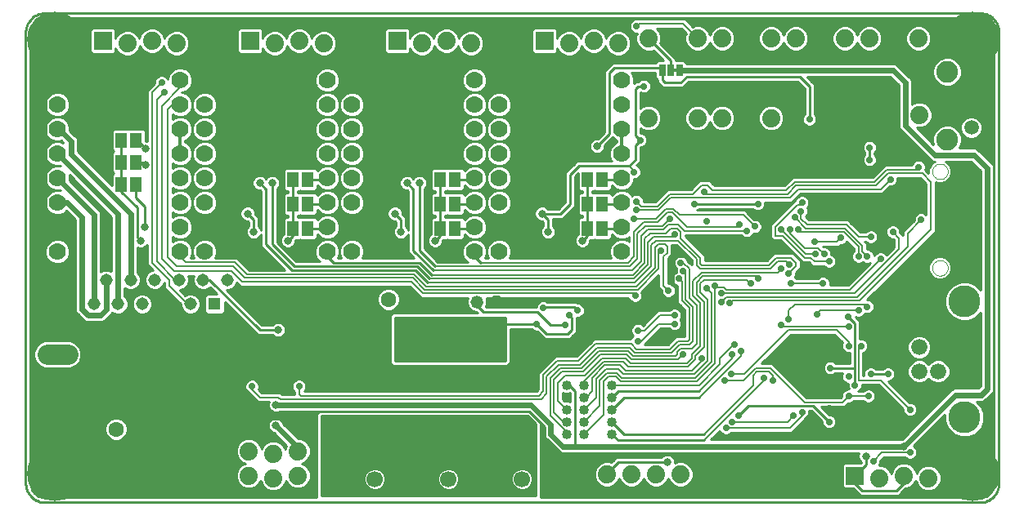
<source format=gbl>
G75*
G70*
%OFA0B0*%
%FSLAX24Y24*%
%IPPOS*%
%LPD*%
%AMOC8*
5,1,8,0,0,1.08239X$1,22.5*
%
%ADD10C,0.0100*%
%ADD11C,0.0660*%
%ADD12C,0.1300*%
%ADD13C,0.0886*%
%ADD14C,0.0594*%
%ADD15C,0.0740*%
%ADD16C,0.0000*%
%ADD17C,0.0700*%
%ADD18R,0.0740X0.0740*%
%ADD19R,0.0460X0.0630*%
%ADD20C,0.0669*%
%ADD21R,0.0250X0.0500*%
%ADD22R,0.0515X0.0515*%
%ADD23C,0.0515*%
%ADD24C,0.0825*%
%ADD25C,0.0400*%
%ADD26OC8,0.0630*%
%ADD27C,0.0630*%
%ADD28OC8,0.0520*%
%ADD29C,0.0520*%
%ADD30C,0.2250*%
%ADD31C,0.0420*%
%ADD32C,0.0317*%
%ADD33C,0.0277*%
%ADD34C,0.0240*%
%ADD35C,0.0160*%
%ADD36C,0.0080*%
%ADD37C,0.0120*%
%ADD38C,0.1000*%
D10*
X002785Y001429D02*
X002785Y019835D01*
X002985Y019835D02*
X002992Y019927D01*
X003049Y020102D01*
X003157Y020250D01*
X003305Y020358D01*
X003480Y020415D01*
X003572Y020422D01*
X041663Y020422D01*
X041755Y020415D01*
X041929Y020358D01*
X042078Y020250D01*
X042186Y020102D01*
X042243Y019927D01*
X042250Y019835D01*
X042250Y001429D01*
X042243Y001338D01*
X042186Y001163D01*
X042078Y001014D01*
X041929Y000906D01*
X041755Y000849D01*
X041663Y000842D01*
X023768Y000842D01*
X023780Y000854D01*
X023780Y003855D01*
X023910Y003725D01*
X023910Y003384D01*
X023951Y003284D01*
X024027Y003208D01*
X024527Y002708D01*
X024626Y002667D01*
X036750Y002667D01*
X036722Y002599D01*
X036722Y002476D01*
X036769Y002363D01*
X036830Y002301D01*
X036830Y002270D01*
X036817Y002257D01*
X036148Y002257D01*
X036060Y002169D01*
X036060Y001305D01*
X036148Y001217D01*
X036517Y001217D01*
X036797Y000937D01*
X038363Y000937D01*
X038480Y001054D01*
X038643Y001217D01*
X038683Y001217D01*
X038875Y001296D01*
X039021Y001443D01*
X039060Y001537D01*
X039060Y001534D01*
X039139Y001343D01*
X039285Y001196D01*
X039477Y001117D01*
X039683Y001117D01*
X039875Y001196D01*
X040021Y001343D01*
X040100Y001534D01*
X040100Y001741D01*
X040021Y001932D01*
X039875Y002078D01*
X039683Y002157D01*
X039477Y002157D01*
X039285Y002078D01*
X039139Y001932D01*
X039100Y001837D01*
X039100Y001841D01*
X039021Y002032D01*
X038875Y002178D01*
X038683Y002257D01*
X038477Y002257D01*
X038285Y002178D01*
X038139Y002032D01*
X038060Y001841D01*
X038060Y001837D01*
X038021Y001932D01*
X037875Y002078D01*
X037683Y002157D01*
X037558Y002157D01*
X037575Y002174D01*
X037619Y002280D01*
X037619Y002357D01*
X037759Y002497D01*
X038612Y002497D01*
X038666Y002443D01*
X038773Y002399D01*
X038887Y002399D01*
X038994Y002443D01*
X039075Y002524D01*
X039119Y002630D01*
X039119Y002745D01*
X039075Y002851D01*
X038994Y002932D01*
X038967Y002943D01*
X040250Y004225D01*
X040250Y003958D01*
X040372Y003664D01*
X040597Y003439D01*
X040891Y003317D01*
X041209Y003317D01*
X041503Y003439D01*
X041728Y003664D01*
X041850Y003958D01*
X041850Y004276D01*
X041728Y004570D01*
X041531Y004767D01*
X041784Y004767D01*
X041883Y004808D01*
X042209Y005134D01*
X042250Y005234D01*
X042250Y014341D01*
X042209Y014440D01*
X042133Y014516D01*
X041583Y015066D01*
X041484Y015107D01*
X040832Y015107D01*
X040848Y015123D01*
X040939Y015341D01*
X040939Y015577D01*
X040848Y015795D01*
X040682Y015962D01*
X040464Y016052D01*
X040228Y016052D01*
X040010Y015962D01*
X039843Y015795D01*
X039753Y015577D01*
X039753Y015341D01*
X039785Y015264D01*
X039098Y015951D01*
X039107Y015947D01*
X039313Y015947D01*
X039505Y016026D01*
X039651Y016173D01*
X039730Y016364D01*
X039730Y016571D01*
X039651Y016762D01*
X039505Y016908D01*
X039313Y016987D01*
X039107Y016987D01*
X038915Y016908D01*
X038900Y016893D01*
X038900Y017841D01*
X038859Y017940D01*
X038783Y018016D01*
X038283Y018516D01*
X038184Y018557D01*
X029705Y018557D01*
X029705Y018599D01*
X029617Y018687D01*
X029280Y018687D01*
X029280Y018758D01*
X028648Y019389D01*
X028687Y019484D01*
X028687Y019691D01*
X028608Y019882D01*
X028493Y019997D01*
X029501Y019997D01*
X029694Y019804D01*
X029648Y019691D01*
X029648Y019484D01*
X029727Y019293D01*
X029873Y019146D01*
X030064Y019067D01*
X030271Y019067D01*
X030462Y019146D01*
X030608Y019293D01*
X030668Y019436D01*
X030727Y019293D01*
X030873Y019146D01*
X031064Y019067D01*
X031271Y019067D01*
X031462Y019146D01*
X031608Y019293D01*
X031687Y019484D01*
X031687Y019691D01*
X031608Y019882D01*
X031462Y020028D01*
X031271Y020107D01*
X031064Y020107D01*
X030873Y020028D01*
X030727Y019882D01*
X030668Y019739D01*
X030608Y019882D01*
X030462Y020028D01*
X030271Y020107D01*
X030064Y020107D01*
X029968Y020068D01*
X029659Y020377D01*
X027701Y020377D01*
X027700Y020376D01*
X027623Y020376D01*
X027516Y020332D01*
X027435Y020251D01*
X027391Y020145D01*
X027391Y020030D01*
X027435Y019924D01*
X027516Y019843D01*
X027623Y019799D01*
X027692Y019799D01*
X027648Y019691D01*
X027648Y019484D01*
X027727Y019293D01*
X027873Y019146D01*
X028064Y019067D01*
X028271Y019067D01*
X028365Y019106D01*
X028785Y018687D01*
X028543Y018687D01*
X028455Y018599D01*
X028455Y018587D01*
X026697Y018587D01*
X026580Y018470D01*
X026497Y018387D01*
X026380Y018270D01*
X026380Y015770D01*
X026106Y015496D01*
X026019Y015496D01*
X025905Y015449D01*
X025819Y015362D01*
X025772Y015249D01*
X025772Y015126D01*
X025819Y015013D01*
X025905Y014926D01*
X026019Y014879D01*
X026141Y014879D01*
X026255Y014926D01*
X026341Y015013D01*
X026388Y015126D01*
X026388Y015213D01*
X026718Y015542D01*
X026797Y015463D01*
X026870Y015433D01*
X026870Y015342D01*
X026797Y015311D01*
X026656Y015171D01*
X026580Y014987D01*
X026580Y014788D01*
X026656Y014604D01*
X026673Y014587D01*
X025247Y014587D01*
X025130Y014470D01*
X024780Y014120D01*
X024780Y012920D01*
X024497Y012637D01*
X024066Y012637D01*
X024005Y012699D01*
X023891Y012746D01*
X023769Y012746D01*
X023655Y012699D01*
X023569Y012612D01*
X023522Y012499D01*
X023522Y012376D01*
X023569Y012263D01*
X023655Y012176D01*
X023769Y012129D01*
X023856Y012129D01*
X023880Y012104D01*
X023880Y011923D01*
X023819Y011862D01*
X023772Y011749D01*
X023772Y011626D01*
X023819Y011513D01*
X023905Y011426D01*
X024019Y011379D01*
X024141Y011379D01*
X024255Y011426D01*
X024341Y011513D01*
X024388Y011626D01*
X024388Y011749D01*
X024341Y011862D01*
X024280Y011923D01*
X024280Y012237D01*
X024663Y012237D01*
X025063Y012637D01*
X025180Y012754D01*
X025180Y013954D01*
X025300Y014074D01*
X025300Y013460D01*
X025388Y013372D01*
X025480Y013372D01*
X025480Y013302D01*
X025388Y013302D01*
X025300Y013214D01*
X025300Y012460D01*
X025388Y012372D01*
X025480Y012372D01*
X025480Y012302D01*
X025388Y012302D01*
X025300Y012214D01*
X025300Y011593D01*
X025219Y011512D01*
X025172Y011399D01*
X025172Y011276D01*
X025219Y011163D01*
X025305Y011076D01*
X025419Y011029D01*
X025541Y011029D01*
X025655Y011076D01*
X025741Y011163D01*
X025788Y011276D01*
X025788Y011363D01*
X025798Y011372D01*
X025972Y011372D01*
X025980Y011380D01*
X025988Y011372D01*
X026572Y011372D01*
X026660Y011460D01*
X026660Y011600D01*
X026797Y011463D01*
X026981Y011387D01*
X026797Y011311D01*
X026656Y011171D01*
X026580Y010987D01*
X026580Y010788D01*
X026647Y010627D01*
X022513Y010627D01*
X022580Y010788D01*
X022580Y010987D01*
X022504Y011171D01*
X022363Y011311D01*
X022179Y011387D01*
X021981Y011387D01*
X021797Y011311D01*
X021656Y011171D01*
X021580Y010987D01*
X021504Y011171D01*
X021363Y011311D01*
X021179Y011387D01*
X021363Y011463D01*
X021504Y011604D01*
X021580Y011788D01*
X021580Y011987D01*
X021504Y012171D01*
X021363Y012311D01*
X021179Y012387D01*
X020981Y012387D01*
X020797Y012311D01*
X020660Y012174D01*
X020660Y012214D01*
X020572Y012302D01*
X019988Y012302D01*
X019980Y012294D01*
X019972Y012302D01*
X019880Y012302D01*
X019880Y012372D01*
X019972Y012372D01*
X019980Y012380D01*
X019988Y012372D01*
X020572Y012372D01*
X020660Y012460D01*
X020660Y012600D01*
X020797Y012463D01*
X020981Y012387D01*
X021179Y012387D01*
X021363Y012463D01*
X021504Y012604D01*
X021580Y012788D01*
X021656Y012604D01*
X021797Y012463D01*
X021981Y012387D01*
X022179Y012387D01*
X022363Y012463D01*
X022504Y012604D01*
X022580Y012788D01*
X022580Y012987D01*
X022504Y013171D01*
X022363Y013311D01*
X022179Y013387D01*
X021981Y013387D01*
X021797Y013311D01*
X021656Y013171D01*
X021580Y012987D01*
X021580Y012788D01*
X021580Y012987D01*
X021504Y013171D01*
X021363Y013311D01*
X021179Y013387D01*
X021363Y013463D01*
X021504Y013604D01*
X021580Y013788D01*
X021656Y013604D01*
X021797Y013463D01*
X021981Y013387D01*
X022179Y013387D01*
X022363Y013463D01*
X022504Y013604D01*
X022580Y013788D01*
X022580Y013987D01*
X022504Y014171D01*
X022363Y014311D01*
X022179Y014387D01*
X021981Y014387D01*
X021797Y014311D01*
X021656Y014171D01*
X021580Y013987D01*
X021580Y013788D01*
X021580Y013987D01*
X021504Y014171D01*
X021363Y014311D01*
X021179Y014387D01*
X021363Y014463D01*
X021504Y014604D01*
X021580Y014788D01*
X021656Y014604D01*
X021797Y014463D01*
X021981Y014387D01*
X022179Y014387D01*
X022363Y014463D01*
X022504Y014604D01*
X022580Y014788D01*
X022580Y014987D01*
X022504Y015171D01*
X022363Y015311D01*
X022179Y015387D01*
X021981Y015387D01*
X021797Y015311D01*
X021656Y015171D01*
X021580Y014987D01*
X021580Y014788D01*
X021580Y014987D01*
X021504Y015171D01*
X021363Y015311D01*
X021179Y015387D01*
X021363Y015463D01*
X021504Y015604D01*
X021580Y015788D01*
X021656Y015604D01*
X021797Y015463D01*
X021981Y015387D01*
X022179Y015387D01*
X022363Y015463D01*
X022504Y015604D01*
X022580Y015788D01*
X022580Y015987D01*
X022504Y016171D01*
X022363Y016311D01*
X022179Y016387D01*
X021981Y016387D01*
X021797Y016311D01*
X021656Y016171D01*
X021580Y015987D01*
X021580Y015788D01*
X021580Y015987D01*
X021504Y016171D01*
X021363Y016311D01*
X021179Y016387D01*
X021363Y016463D01*
X021504Y016604D01*
X021580Y016788D01*
X021656Y016604D01*
X021797Y016463D01*
X021981Y016387D01*
X022179Y016387D01*
X022363Y016463D01*
X022504Y016604D01*
X022580Y016788D01*
X022580Y016987D01*
X022504Y017171D01*
X022363Y017311D01*
X022179Y017387D01*
X021981Y017387D01*
X021797Y017311D01*
X021656Y017171D01*
X021580Y016987D01*
X021580Y016788D01*
X021580Y016987D01*
X021504Y017171D01*
X021363Y017311D01*
X021179Y017387D01*
X021363Y017463D01*
X021504Y017604D01*
X021580Y017788D01*
X021580Y017987D01*
X021504Y018171D01*
X021363Y018311D01*
X021179Y018387D01*
X020981Y018387D01*
X020797Y018311D01*
X020656Y018171D01*
X020580Y017987D01*
X020580Y017788D01*
X020656Y017604D01*
X020797Y017463D01*
X020981Y017387D01*
X021179Y017387D01*
X020981Y017387D01*
X020797Y017311D01*
X020656Y017171D01*
X020580Y016987D01*
X020580Y016788D01*
X020656Y016604D01*
X020797Y016463D01*
X020981Y016387D01*
X021179Y016387D01*
X020981Y016387D01*
X020797Y016311D01*
X020656Y016171D01*
X020580Y015987D01*
X020580Y015788D01*
X020656Y015604D01*
X020797Y015463D01*
X020981Y015387D01*
X021179Y015387D01*
X020981Y015387D01*
X020797Y015311D01*
X020656Y015171D01*
X020580Y014987D01*
X020580Y014788D01*
X020656Y014604D01*
X020797Y014463D01*
X020981Y014387D01*
X021179Y014387D01*
X020981Y014387D01*
X020797Y014311D01*
X020660Y014174D01*
X020660Y014214D01*
X020572Y014302D01*
X019988Y014302D01*
X019980Y014294D01*
X019972Y014302D01*
X019388Y014302D01*
X019300Y014214D01*
X019300Y013460D01*
X019388Y013372D01*
X019480Y013372D01*
X019480Y013302D01*
X019388Y013302D01*
X019300Y013214D01*
X019300Y012460D01*
X019388Y012372D01*
X019480Y012372D01*
X019480Y012302D01*
X019388Y012302D01*
X019300Y012214D01*
X019300Y011593D01*
X019219Y011512D01*
X019172Y011399D01*
X019172Y011276D01*
X019219Y011163D01*
X019305Y011076D01*
X019419Y011029D01*
X019541Y011029D01*
X019655Y011076D01*
X019741Y011163D01*
X019788Y011276D01*
X019788Y011363D01*
X019798Y011372D01*
X019972Y011372D01*
X019980Y011380D01*
X019988Y011372D01*
X020572Y011372D01*
X020660Y011460D01*
X020660Y011600D01*
X020797Y011463D01*
X020981Y011387D01*
X021179Y011387D01*
X020981Y011387D01*
X020797Y011311D01*
X020656Y011171D01*
X020580Y010987D01*
X020580Y010788D01*
X020656Y010604D01*
X020793Y010467D01*
X019583Y010467D01*
X019030Y011020D01*
X019030Y013451D01*
X019091Y013513D01*
X019138Y013626D01*
X019138Y013749D01*
X019091Y013862D01*
X019005Y013949D01*
X018891Y013996D01*
X018769Y013996D01*
X018655Y013949D01*
X018580Y013873D01*
X018505Y013949D01*
X018391Y013996D01*
X018269Y013996D01*
X018155Y013949D01*
X018069Y013862D01*
X018022Y013749D01*
X018022Y013626D01*
X018069Y013513D01*
X018155Y013426D01*
X018269Y013379D01*
X018356Y013379D01*
X018380Y013354D01*
X018380Y011769D01*
X018341Y011862D01*
X018280Y011923D01*
X018280Y012270D01*
X018138Y012412D01*
X018138Y012499D01*
X018091Y012612D01*
X018005Y012699D01*
X017891Y012746D01*
X017769Y012746D01*
X017655Y012699D01*
X017569Y012612D01*
X017522Y012499D01*
X017522Y012376D01*
X017569Y012263D01*
X017655Y012176D01*
X017769Y012129D01*
X017856Y012129D01*
X017880Y012104D01*
X017880Y011923D01*
X017819Y011862D01*
X017772Y011749D01*
X017772Y011626D01*
X017819Y011513D01*
X017905Y011426D01*
X018019Y011379D01*
X018141Y011379D01*
X018255Y011426D01*
X018341Y011513D01*
X018380Y011606D01*
X018380Y010854D01*
X018597Y010637D01*
X016518Y010637D01*
X016580Y010788D01*
X016580Y010987D01*
X016504Y011171D01*
X016363Y011311D01*
X016179Y011387D01*
X015981Y011387D01*
X015797Y011311D01*
X015656Y011171D01*
X015580Y010987D01*
X015504Y011171D01*
X015363Y011311D01*
X015179Y011387D01*
X015363Y011463D01*
X015504Y011604D01*
X015580Y011788D01*
X015580Y011987D01*
X015504Y012171D01*
X015363Y012311D01*
X015179Y012387D01*
X014981Y012387D01*
X014797Y012311D01*
X014660Y012174D01*
X014660Y012214D01*
X014572Y012302D01*
X013988Y012302D01*
X013980Y012294D01*
X013972Y012302D01*
X013880Y012302D01*
X013880Y012372D01*
X013972Y012372D01*
X013980Y012380D01*
X013988Y012372D01*
X014572Y012372D01*
X014660Y012460D01*
X014660Y012600D01*
X014797Y012463D01*
X014981Y012387D01*
X015179Y012387D01*
X015363Y012463D01*
X015504Y012604D01*
X015580Y012788D01*
X015656Y012604D01*
X015797Y012463D01*
X015981Y012387D01*
X016179Y012387D01*
X016363Y012463D01*
X016504Y012604D01*
X016580Y012788D01*
X016580Y012987D01*
X016504Y013171D01*
X016363Y013311D01*
X016179Y013387D01*
X015981Y013387D01*
X015797Y013311D01*
X015656Y013171D01*
X015580Y012987D01*
X015580Y012788D01*
X015580Y012987D01*
X015504Y013171D01*
X015363Y013311D01*
X015179Y013387D01*
X015363Y013463D01*
X015504Y013604D01*
X015580Y013788D01*
X015656Y013604D01*
X015797Y013463D01*
X015981Y013387D01*
X016179Y013387D01*
X016363Y013463D01*
X016504Y013604D01*
X016580Y013788D01*
X016580Y013987D01*
X016504Y014171D01*
X016363Y014311D01*
X016179Y014387D01*
X015981Y014387D01*
X015797Y014311D01*
X015656Y014171D01*
X015580Y013987D01*
X015580Y013788D01*
X015580Y013987D01*
X015504Y014171D01*
X015363Y014311D01*
X015179Y014387D01*
X015363Y014463D01*
X015504Y014604D01*
X015580Y014788D01*
X015656Y014604D01*
X015797Y014463D01*
X015981Y014387D01*
X016179Y014387D01*
X016363Y014463D01*
X016504Y014604D01*
X016580Y014788D01*
X016580Y014987D01*
X016504Y015171D01*
X016363Y015311D01*
X016179Y015387D01*
X015981Y015387D01*
X015797Y015311D01*
X015656Y015171D01*
X015580Y014987D01*
X015580Y014788D01*
X015580Y014987D01*
X015504Y015171D01*
X015363Y015311D01*
X015179Y015387D01*
X015363Y015463D01*
X015504Y015604D01*
X015580Y015788D01*
X015656Y015604D01*
X015797Y015463D01*
X015981Y015387D01*
X016179Y015387D01*
X016363Y015463D01*
X016504Y015604D01*
X016580Y015788D01*
X016580Y015987D01*
X016504Y016171D01*
X016363Y016311D01*
X016179Y016387D01*
X015981Y016387D01*
X015797Y016311D01*
X015656Y016171D01*
X015580Y015987D01*
X015580Y015788D01*
X015580Y015987D01*
X015504Y016171D01*
X015363Y016311D01*
X015179Y016387D01*
X015363Y016463D01*
X015504Y016604D01*
X015580Y016788D01*
X015656Y016604D01*
X015797Y016463D01*
X015981Y016387D01*
X016179Y016387D01*
X016363Y016463D01*
X016504Y016604D01*
X016580Y016788D01*
X016580Y016987D01*
X016504Y017171D01*
X016363Y017311D01*
X016179Y017387D01*
X015981Y017387D01*
X015797Y017311D01*
X015656Y017171D01*
X015580Y016987D01*
X015580Y016788D01*
X015580Y016987D01*
X015504Y017171D01*
X015363Y017311D01*
X015179Y017387D01*
X015363Y017463D01*
X015504Y017604D01*
X015580Y017788D01*
X015580Y017987D01*
X015504Y018171D01*
X015363Y018311D01*
X015179Y018387D01*
X014981Y018387D01*
X014797Y018311D01*
X014656Y018171D01*
X014580Y017987D01*
X014580Y017788D01*
X014656Y017604D01*
X014797Y017463D01*
X014981Y017387D01*
X015179Y017387D01*
X014981Y017387D01*
X014797Y017311D01*
X014656Y017171D01*
X014580Y016987D01*
X014580Y016788D01*
X014656Y016604D01*
X014797Y016463D01*
X014981Y016387D01*
X015179Y016387D01*
X014981Y016387D01*
X014797Y016311D01*
X014656Y016171D01*
X014580Y015987D01*
X014580Y015788D01*
X014656Y015604D01*
X014797Y015463D01*
X014981Y015387D01*
X015179Y015387D01*
X014981Y015387D01*
X014797Y015311D01*
X014656Y015171D01*
X014580Y014987D01*
X014580Y014788D01*
X014656Y014604D01*
X014797Y014463D01*
X014981Y014387D01*
X015179Y014387D01*
X014981Y014387D01*
X014797Y014311D01*
X014660Y014174D01*
X014660Y014214D01*
X014572Y014302D01*
X013988Y014302D01*
X013980Y014294D01*
X013972Y014302D01*
X013388Y014302D01*
X013300Y014214D01*
X013300Y013460D01*
X013388Y013372D01*
X013480Y013372D01*
X013480Y013302D01*
X013388Y013302D01*
X013300Y013214D01*
X013300Y012460D01*
X013388Y012372D01*
X013480Y012372D01*
X013480Y012302D01*
X013388Y012302D01*
X013300Y012214D01*
X013300Y011593D01*
X013219Y011512D01*
X013172Y011399D01*
X013172Y011276D01*
X013219Y011163D01*
X013305Y011076D01*
X013419Y011029D01*
X013541Y011029D01*
X013655Y011076D01*
X013741Y011163D01*
X013788Y011276D01*
X013788Y011363D01*
X013798Y011372D01*
X013972Y011372D01*
X013980Y011380D01*
X013988Y011372D01*
X014572Y011372D01*
X014660Y011460D01*
X014660Y011600D01*
X014797Y011463D01*
X014981Y011387D01*
X015179Y011387D01*
X014981Y011387D01*
X014797Y011311D01*
X014656Y011171D01*
X014580Y010987D01*
X014580Y010788D01*
X014656Y010604D01*
X014783Y010477D01*
X013823Y010477D01*
X013030Y011270D01*
X013030Y013451D01*
X013091Y013513D01*
X013138Y013626D01*
X013138Y013749D01*
X013091Y013862D01*
X013005Y013949D01*
X012891Y013996D01*
X012769Y013996D01*
X012655Y013949D01*
X012580Y013873D01*
X012505Y013949D01*
X012391Y013996D01*
X012269Y013996D01*
X012155Y013949D01*
X012069Y013862D01*
X012022Y013749D01*
X012022Y013626D01*
X012069Y013513D01*
X012155Y013426D01*
X012269Y013379D01*
X012356Y013379D01*
X012380Y013354D01*
X012380Y011769D01*
X012341Y011862D01*
X012280Y011923D01*
X012280Y012270D01*
X012138Y012412D01*
X012138Y012499D01*
X012091Y012612D01*
X012005Y012699D01*
X011891Y012746D01*
X011769Y012746D01*
X011655Y012699D01*
X011569Y012612D01*
X011522Y012499D01*
X011522Y012376D01*
X011569Y012263D01*
X011655Y012176D01*
X011769Y012129D01*
X011856Y012129D01*
X011880Y012104D01*
X011880Y011923D01*
X011819Y011862D01*
X011772Y011749D01*
X011772Y011626D01*
X011819Y011513D01*
X011905Y011426D01*
X012019Y011379D01*
X012141Y011379D01*
X012255Y011426D01*
X012341Y011513D01*
X012380Y011606D01*
X012380Y011104D01*
X013347Y010137D01*
X011899Y010137D01*
X011399Y010637D01*
X010518Y010637D01*
X010580Y010788D01*
X010580Y010987D01*
X010504Y011171D01*
X010363Y011311D01*
X010179Y011387D01*
X009981Y011387D01*
X009797Y011311D01*
X009656Y011171D01*
X009580Y010987D01*
X009504Y011171D01*
X009363Y011311D01*
X009179Y011387D01*
X009363Y011463D01*
X009504Y011604D01*
X009580Y011788D01*
X009580Y011987D01*
X009504Y012171D01*
X009363Y012311D01*
X009179Y012387D01*
X009363Y012463D01*
X009504Y012604D01*
X009580Y012788D01*
X009656Y012604D01*
X009797Y012463D01*
X009981Y012387D01*
X010179Y012387D01*
X010363Y012463D01*
X010504Y012604D01*
X010580Y012788D01*
X010580Y012987D01*
X010504Y013171D01*
X010363Y013311D01*
X010179Y013387D01*
X009981Y013387D01*
X009797Y013311D01*
X009656Y013171D01*
X009580Y012987D01*
X009580Y012788D01*
X009580Y012987D01*
X009504Y013171D01*
X009363Y013311D01*
X009179Y013387D01*
X009363Y013463D01*
X009504Y013604D01*
X009580Y013788D01*
X009656Y013604D01*
X009797Y013463D01*
X009981Y013387D01*
X010179Y013387D01*
X010363Y013463D01*
X010504Y013604D01*
X010580Y013788D01*
X010580Y013987D01*
X010504Y014171D01*
X010363Y014311D01*
X010179Y014387D01*
X009981Y014387D01*
X009797Y014311D01*
X009656Y014171D01*
X009580Y013987D01*
X009580Y013788D01*
X009580Y013987D01*
X009504Y014171D01*
X009363Y014311D01*
X009179Y014387D01*
X009363Y014463D01*
X009504Y014604D01*
X009580Y014788D01*
X009656Y014604D01*
X009797Y014463D01*
X009981Y014387D01*
X010179Y014387D01*
X010363Y014463D01*
X010504Y014604D01*
X010580Y014788D01*
X010580Y014987D01*
X010504Y015171D01*
X010363Y015311D01*
X010179Y015387D01*
X009981Y015387D01*
X009797Y015311D01*
X009656Y015171D01*
X009580Y014987D01*
X009580Y014788D01*
X009580Y014987D01*
X009504Y015171D01*
X009363Y015311D01*
X009290Y015342D01*
X009290Y015433D01*
X009363Y015463D01*
X009504Y015604D01*
X009580Y015788D01*
X009656Y015604D01*
X009797Y015463D01*
X009981Y015387D01*
X010179Y015387D01*
X010363Y015463D01*
X010504Y015604D01*
X010580Y015788D01*
X010580Y015987D01*
X010504Y016171D01*
X010363Y016311D01*
X010179Y016387D01*
X009981Y016387D01*
X009797Y016311D01*
X009656Y016171D01*
X009580Y015987D01*
X009580Y015788D01*
X009580Y015987D01*
X009504Y016171D01*
X009363Y016311D01*
X009179Y016387D01*
X009363Y016463D01*
X009504Y016604D01*
X009580Y016788D01*
X009656Y016604D01*
X009797Y016463D01*
X009981Y016387D01*
X010179Y016387D01*
X010363Y016463D01*
X010504Y016604D01*
X010580Y016788D01*
X010580Y016987D01*
X010504Y017171D01*
X010363Y017311D01*
X010179Y017387D01*
X009981Y017387D01*
X009797Y017311D01*
X009656Y017171D01*
X009580Y016987D01*
X009580Y016788D01*
X009580Y016987D01*
X009504Y017171D01*
X009363Y017311D01*
X009179Y017387D01*
X009363Y017463D01*
X009504Y017604D01*
X009580Y017788D01*
X009580Y017987D01*
X009504Y018171D01*
X009363Y018311D01*
X009179Y018387D01*
X008981Y018387D01*
X008797Y018311D01*
X008656Y018171D01*
X008580Y017987D01*
X008580Y017938D01*
X008575Y017951D01*
X008494Y018032D01*
X008387Y018076D01*
X008273Y018076D01*
X008166Y018032D01*
X008085Y017951D01*
X008041Y017845D01*
X008041Y017767D01*
X007740Y017466D01*
X007740Y015406D01*
X007660Y015406D01*
X007660Y015814D01*
X007572Y015902D01*
X006988Y015902D01*
X006980Y015894D01*
X006972Y015902D01*
X006388Y015902D01*
X006300Y015814D01*
X006300Y015060D01*
X006373Y014987D01*
X006300Y014914D01*
X006300Y014160D01*
X006373Y014087D01*
X006300Y014014D01*
X006300Y013577D01*
X004900Y014977D01*
X004900Y015441D01*
X004859Y015540D01*
X004783Y015616D01*
X004580Y015819D01*
X004580Y015987D01*
X004504Y016171D01*
X004363Y016311D01*
X004179Y016387D01*
X003981Y016387D01*
X003797Y016463D01*
X003656Y016604D01*
X003580Y016788D01*
X003580Y016987D01*
X003656Y017171D01*
X003797Y017311D01*
X003981Y017387D01*
X004179Y017387D01*
X004363Y017311D01*
X004504Y017171D01*
X004580Y016987D01*
X004580Y016788D01*
X004504Y016604D01*
X004363Y016463D01*
X004179Y016387D01*
X003981Y016387D01*
X003797Y016311D01*
X003656Y016171D01*
X003580Y015987D01*
X003580Y015788D01*
X003656Y015604D01*
X003797Y015463D01*
X003981Y015387D01*
X003797Y015311D01*
X003656Y015171D01*
X003580Y014987D01*
X003580Y014788D01*
X003656Y014604D01*
X003797Y014463D01*
X003981Y014387D01*
X003797Y014311D01*
X003656Y014171D01*
X003580Y013987D01*
X003580Y013788D01*
X003656Y013604D01*
X003797Y013463D01*
X003981Y013387D01*
X003797Y013311D01*
X003656Y013171D01*
X003580Y012987D01*
X003580Y012788D01*
X003656Y012604D01*
X003797Y012463D01*
X003981Y012387D01*
X004179Y012387D01*
X004363Y012463D01*
X004443Y012543D01*
X004810Y012175D01*
X004810Y008484D01*
X004851Y008384D01*
X004927Y008308D01*
X005177Y008058D01*
X005276Y008017D01*
X005884Y008017D01*
X005983Y008058D01*
X006059Y008134D01*
X006303Y008378D01*
X006314Y008405D01*
X006320Y008400D01*
X006469Y008338D01*
X006632Y008338D01*
X006781Y008400D01*
X006896Y008514D01*
X006958Y008664D01*
X006958Y008826D01*
X006896Y008976D01*
X006820Y009051D01*
X006820Y009391D01*
X006828Y009384D01*
X006977Y009322D01*
X007139Y009322D01*
X007289Y009384D01*
X007404Y009499D01*
X007466Y009648D01*
X007466Y009810D01*
X007404Y009960D01*
X007328Y010036D01*
X007328Y011066D01*
X007419Y011029D01*
X007541Y011029D01*
X007655Y011076D01*
X007740Y011161D01*
X007740Y010359D01*
X007851Y010247D01*
X007962Y010137D01*
X007962Y010137D01*
X007812Y010075D01*
X007697Y009960D01*
X007635Y009810D01*
X007635Y009648D01*
X007697Y009499D01*
X007812Y009384D01*
X007962Y009322D01*
X008124Y009322D01*
X008273Y009384D01*
X008388Y009499D01*
X008440Y009624D01*
X008440Y009409D01*
X008551Y009297D01*
X009096Y008753D01*
X009096Y008664D01*
X009158Y008514D01*
X009272Y008400D01*
X009422Y008338D01*
X009584Y008338D01*
X009734Y008400D01*
X009849Y008514D01*
X009911Y008664D01*
X009911Y008826D01*
X009849Y008976D01*
X009734Y009091D01*
X009584Y009153D01*
X009422Y009153D01*
X009289Y009097D01*
X009064Y009322D01*
X009108Y009322D01*
X009258Y009384D01*
X009372Y009499D01*
X009434Y009648D01*
X009434Y009810D01*
X009398Y009897D01*
X009640Y009897D01*
X009604Y009810D01*
X009604Y009648D01*
X009666Y009499D01*
X009780Y009384D01*
X009930Y009322D01*
X010092Y009322D01*
X010242Y009384D01*
X010296Y009438D01*
X010582Y009153D01*
X010168Y009153D01*
X010080Y009065D01*
X010080Y008426D01*
X010168Y008338D01*
X010807Y008338D01*
X010895Y008426D01*
X010895Y008839D01*
X012130Y007604D01*
X012247Y007487D01*
X012844Y007487D01*
X012905Y007426D01*
X013019Y007379D01*
X013141Y007379D01*
X013255Y007426D01*
X013341Y007513D01*
X013388Y007626D01*
X013388Y007749D01*
X013341Y007862D01*
X013255Y007949D01*
X013141Y007996D01*
X013019Y007996D01*
X012905Y007949D01*
X012844Y007887D01*
X012413Y007887D01*
X010978Y009322D01*
X011076Y009322D01*
X011226Y009384D01*
X011341Y009499D01*
X011387Y009611D01*
X011420Y009579D01*
X011531Y009467D01*
X018431Y009467D01*
X018790Y009109D01*
X018901Y008997D01*
X020802Y008997D01*
X020770Y008919D01*
X020770Y008756D01*
X020832Y008605D01*
X020948Y008490D01*
X021098Y008427D01*
X021157Y008427D01*
X021197Y008387D01*
X017747Y008387D01*
X017630Y008270D01*
X017630Y006354D01*
X017747Y006237D01*
X017913Y006237D01*
X022247Y006237D01*
X022413Y006237D01*
X022530Y006354D01*
X022530Y007737D01*
X023402Y007737D01*
X023456Y007683D01*
X023563Y007639D01*
X023626Y007639D01*
X023810Y007454D01*
X023927Y007337D01*
X024963Y007337D01*
X025080Y007454D01*
X025230Y007604D01*
X025230Y008199D01*
X025337Y008199D01*
X025444Y008243D01*
X025525Y008324D01*
X025569Y008430D01*
X025569Y008545D01*
X025525Y008651D01*
X025444Y008732D01*
X025337Y008776D01*
X025274Y008776D01*
X025213Y008837D01*
X024031Y008837D01*
X023937Y008876D01*
X023823Y008876D01*
X023716Y008832D01*
X023635Y008751D01*
X023591Y008645D01*
X023591Y008637D01*
X021541Y008637D01*
X021590Y008756D01*
X021590Y008919D01*
X021558Y008997D01*
X027355Y008997D01*
X027385Y008924D01*
X027466Y008843D01*
X027573Y008799D01*
X027687Y008799D01*
X027794Y008843D01*
X027875Y008924D01*
X027919Y009030D01*
X027919Y009145D01*
X027889Y009217D01*
X028590Y009919D01*
X028590Y009409D01*
X028691Y009307D01*
X028691Y009230D01*
X028735Y009124D01*
X028816Y009043D01*
X028923Y008999D01*
X029037Y008999D01*
X029144Y009043D01*
X029225Y009124D01*
X029269Y009230D01*
X029269Y009345D01*
X029225Y009451D01*
X029144Y009532D01*
X029037Y009576D01*
X028970Y009576D01*
X028970Y010609D01*
X029120Y010759D01*
X029120Y011147D01*
X029301Y011147D01*
X029940Y010509D01*
X029940Y010346D01*
X029770Y010516D01*
X029753Y010533D01*
X029725Y010601D01*
X029644Y010682D01*
X029537Y010726D01*
X029423Y010726D01*
X029316Y010682D01*
X029235Y010601D01*
X029191Y010495D01*
X029191Y010380D01*
X029235Y010274D01*
X029313Y010196D01*
X029291Y010145D01*
X029291Y010036D01*
X029256Y010022D01*
X029175Y009941D01*
X029131Y009835D01*
X029131Y009720D01*
X029175Y009614D01*
X029256Y009533D01*
X029350Y009494D01*
X029350Y008799D01*
X029461Y008687D01*
X029650Y008499D01*
X029650Y007427D01*
X029301Y007427D01*
X029190Y007316D01*
X028961Y007087D01*
X027999Y007087D01*
X028659Y007747D01*
X029012Y007747D01*
X029066Y007693D01*
X029173Y007649D01*
X029287Y007649D01*
X029394Y007693D01*
X029475Y007774D01*
X029519Y007880D01*
X029519Y007995D01*
X029475Y008101D01*
X029463Y008112D01*
X029475Y008124D01*
X029519Y008230D01*
X029519Y008345D01*
X029475Y008451D01*
X029394Y008532D01*
X029287Y008576D01*
X029173Y008576D01*
X029066Y008532D01*
X029012Y008477D01*
X028551Y008477D01*
X027945Y007871D01*
X027904Y007912D01*
X027797Y007956D01*
X027683Y007956D01*
X027576Y007912D01*
X027495Y007831D01*
X027451Y007725D01*
X027451Y007610D01*
X027495Y007504D01*
X027542Y007457D01*
X027485Y007401D01*
X027446Y007307D01*
X025941Y007307D01*
X025830Y007196D01*
X025241Y006607D01*
X024361Y006607D01*
X024250Y006496D01*
X023690Y005936D01*
X023690Y005256D01*
X023621Y005187D01*
X014138Y005187D01*
X014175Y005224D01*
X014219Y005330D01*
X014219Y005445D01*
X014175Y005551D01*
X014094Y005632D01*
X013987Y005676D01*
X013873Y005676D01*
X013766Y005632D01*
X013685Y005551D01*
X013641Y005445D01*
X013641Y005330D01*
X013685Y005224D01*
X013740Y005169D01*
X013740Y005047D01*
X013239Y005047D01*
X013159Y005127D01*
X012409Y005127D01*
X012272Y005264D01*
X012299Y005330D01*
X012299Y005445D01*
X012255Y005551D01*
X012174Y005632D01*
X012067Y005676D01*
X011953Y005676D01*
X011846Y005632D01*
X011765Y005551D01*
X011721Y005445D01*
X011721Y005330D01*
X011765Y005224D01*
X011846Y005143D01*
X011863Y005136D01*
X012140Y004859D01*
X012251Y004747D01*
X012692Y004747D01*
X012672Y004699D01*
X012672Y004576D01*
X012719Y004463D01*
X012805Y004376D01*
X012919Y004329D01*
X013041Y004329D01*
X013134Y004367D01*
X014727Y004367D01*
X014630Y004270D01*
X014630Y000854D01*
X014642Y000842D01*
X003572Y000842D01*
X003480Y000849D01*
X003305Y000906D01*
X003157Y001014D01*
X003049Y001163D01*
X002992Y001338D01*
X002985Y001429D01*
X002985Y019835D01*
X002986Y019850D02*
X005410Y019850D01*
X005410Y019919D02*
X005410Y019055D01*
X005498Y018967D01*
X006362Y018967D01*
X006450Y019055D01*
X006450Y019187D01*
X006489Y019093D01*
X006635Y018946D01*
X006827Y018867D01*
X007033Y018867D01*
X007225Y018946D01*
X007371Y019093D01*
X007450Y019284D01*
X007450Y019287D01*
X007489Y019193D01*
X007635Y019046D01*
X007827Y018967D01*
X008033Y018967D01*
X008225Y019046D01*
X008371Y019193D01*
X008410Y019287D01*
X008410Y019284D01*
X008489Y019093D01*
X008635Y018946D01*
X008827Y018867D01*
X009033Y018867D01*
X009225Y018946D01*
X009371Y019093D01*
X009450Y019284D01*
X009450Y019491D01*
X009371Y019682D01*
X009225Y019828D01*
X009033Y019907D01*
X008827Y019907D01*
X008635Y019828D01*
X008489Y019682D01*
X008450Y019587D01*
X008450Y019591D01*
X008371Y019782D01*
X008225Y019928D01*
X008033Y020007D01*
X007827Y020007D01*
X007635Y019928D01*
X007489Y019782D01*
X007410Y019591D01*
X007410Y019587D01*
X007371Y019682D01*
X007225Y019828D01*
X007033Y019907D01*
X006827Y019907D01*
X006635Y019828D01*
X006489Y019682D01*
X006450Y019587D01*
X006450Y019919D01*
X006362Y020007D01*
X005498Y020007D01*
X005410Y019919D01*
X005439Y019948D02*
X002999Y019948D01*
X003031Y020047D02*
X027391Y020047D01*
X027391Y020145D02*
X003080Y020145D01*
X003152Y020244D02*
X027432Y020244D01*
X027541Y020342D02*
X003283Y020342D01*
X003572Y020622D02*
X041663Y020622D01*
X041952Y020342D02*
X029694Y020342D01*
X029792Y020244D02*
X042083Y020244D01*
X042154Y020145D02*
X029891Y020145D01*
X029649Y019850D02*
X028622Y019850D01*
X028663Y019751D02*
X029672Y019751D01*
X029648Y019653D02*
X028687Y019653D01*
X028687Y019554D02*
X029648Y019554D01*
X029659Y019456D02*
X028676Y019456D01*
X028681Y019357D02*
X029700Y019357D01*
X029761Y019259D02*
X028779Y019259D01*
X028878Y019160D02*
X029859Y019160D01*
X030476Y019160D02*
X030859Y019160D01*
X030761Y019259D02*
X030574Y019259D01*
X030635Y019357D02*
X030700Y019357D01*
X030672Y019751D02*
X030663Y019751D01*
X030622Y019850D02*
X030713Y019850D01*
X030793Y019948D02*
X030542Y019948D01*
X030418Y020047D02*
X030917Y020047D01*
X031418Y020047D02*
X032917Y020047D01*
X032873Y020028D02*
X032727Y019882D01*
X032648Y019691D01*
X032648Y019484D01*
X032727Y019293D01*
X032873Y019146D01*
X033064Y019067D01*
X033271Y019067D01*
X033462Y019146D01*
X033608Y019293D01*
X033668Y019436D01*
X033727Y019293D01*
X033873Y019146D01*
X034064Y019067D01*
X034271Y019067D01*
X034462Y019146D01*
X034608Y019293D01*
X034687Y019484D01*
X034687Y019691D01*
X034608Y019882D01*
X034462Y020028D01*
X034271Y020107D01*
X034064Y020107D01*
X033873Y020028D01*
X033727Y019882D01*
X033668Y019739D01*
X033608Y019882D01*
X033462Y020028D01*
X033271Y020107D01*
X033064Y020107D01*
X032873Y020028D01*
X032793Y019948D02*
X031542Y019948D01*
X031622Y019850D02*
X032713Y019850D01*
X032672Y019751D02*
X031663Y019751D01*
X031687Y019653D02*
X032648Y019653D01*
X032648Y019554D02*
X031687Y019554D01*
X031676Y019456D02*
X032659Y019456D01*
X032700Y019357D02*
X031635Y019357D01*
X031574Y019259D02*
X032761Y019259D01*
X032859Y019160D02*
X031476Y019160D01*
X029705Y018569D02*
X039861Y018569D01*
X039843Y018551D02*
X039753Y018333D01*
X039753Y018097D01*
X039843Y017879D01*
X040010Y017713D01*
X040228Y017622D01*
X040464Y017622D01*
X040682Y017713D01*
X040848Y017879D01*
X040939Y018097D01*
X040939Y018333D01*
X040848Y018551D01*
X040682Y018718D01*
X040464Y018808D01*
X040228Y018808D01*
X040010Y018718D01*
X039843Y018551D01*
X039810Y018471D02*
X038329Y018471D01*
X038427Y018372D02*
X039769Y018372D01*
X039753Y018274D02*
X038526Y018274D01*
X038624Y018175D02*
X039753Y018175D01*
X039761Y018077D02*
X038723Y018077D01*
X038821Y017978D02*
X039802Y017978D01*
X039843Y017880D02*
X038884Y017880D01*
X038900Y017781D02*
X039941Y017781D01*
X040082Y017683D02*
X038900Y017683D01*
X038900Y017584D02*
X042250Y017584D01*
X042250Y017486D02*
X038900Y017486D01*
X038900Y017387D02*
X042250Y017387D01*
X042250Y017289D02*
X038900Y017289D01*
X038900Y017190D02*
X042250Y017190D01*
X042250Y017092D02*
X038900Y017092D01*
X038900Y016993D02*
X042250Y016993D01*
X042250Y016895D02*
X039518Y016895D01*
X039617Y016796D02*
X042250Y016796D01*
X042250Y016698D02*
X039677Y016698D01*
X039718Y016599D02*
X042250Y016599D01*
X042250Y016501D02*
X039730Y016501D01*
X039730Y016402D02*
X042250Y016402D01*
X042250Y016304D02*
X041610Y016304D01*
X041583Y016330D02*
X041419Y016398D01*
X041241Y016398D01*
X041077Y016330D01*
X040951Y016205D01*
X040883Y016040D01*
X040883Y015863D01*
X040951Y015698D01*
X041077Y015573D01*
X041241Y015505D01*
X041419Y015505D01*
X041583Y015573D01*
X041709Y015698D01*
X041777Y015863D01*
X041777Y016040D01*
X041709Y016205D01*
X041583Y016330D01*
X041708Y016205D02*
X042250Y016205D01*
X042250Y016107D02*
X041749Y016107D01*
X041777Y016008D02*
X042250Y016008D01*
X042250Y015910D02*
X041777Y015910D01*
X041756Y015811D02*
X042250Y015811D01*
X042250Y015713D02*
X041715Y015713D01*
X041625Y015614D02*
X042250Y015614D01*
X042250Y015516D02*
X041445Y015516D01*
X041215Y015516D02*
X040939Y015516D01*
X040939Y015417D02*
X042250Y015417D01*
X042250Y015319D02*
X040929Y015319D01*
X040888Y015220D02*
X042250Y015220D01*
X042250Y015122D02*
X040846Y015122D01*
X041318Y014567D02*
X040275Y014567D01*
X040317Y014550D01*
X040448Y014419D01*
X040519Y014248D01*
X040519Y014063D01*
X040448Y013892D01*
X040317Y013762D01*
X040146Y013691D01*
X039961Y013691D01*
X039870Y013729D01*
X039870Y011709D01*
X039759Y011597D01*
X037087Y008926D01*
X037137Y008926D01*
X037244Y008882D01*
X037325Y008801D01*
X037369Y008695D01*
X037369Y008580D01*
X037325Y008474D01*
X037244Y008393D01*
X037137Y008349D01*
X037023Y008349D01*
X036991Y008362D01*
X036975Y008324D01*
X036894Y008243D01*
X036787Y008199D01*
X036673Y008199D01*
X036603Y008227D01*
X036603Y008221D01*
X036780Y008045D01*
X036780Y007326D01*
X036887Y007326D01*
X036994Y007282D01*
X037075Y007201D01*
X037119Y007095D01*
X037119Y006980D01*
X037075Y006874D01*
X036994Y006793D01*
X036920Y006762D01*
X036920Y005827D01*
X036942Y005827D01*
X036941Y005830D01*
X036941Y005945D01*
X036985Y006051D01*
X037066Y006132D01*
X037173Y006176D01*
X037287Y006176D01*
X037394Y006132D01*
X037438Y006087D01*
X037722Y006087D01*
X037766Y006132D01*
X037873Y006176D01*
X037987Y006176D01*
X038094Y006132D01*
X038175Y006051D01*
X038219Y005945D01*
X038219Y005830D01*
X038175Y005724D01*
X038094Y005643D01*
X037987Y005599D01*
X037937Y005599D01*
X038810Y004726D01*
X038887Y004726D01*
X038994Y004682D01*
X039075Y004601D01*
X039119Y004495D01*
X039119Y004380D01*
X039075Y004274D01*
X038994Y004193D01*
X038887Y004149D01*
X038773Y004149D01*
X038666Y004193D01*
X038585Y004274D01*
X038541Y004380D01*
X038541Y004457D01*
X037551Y005447D01*
X036869Y005447D01*
X036869Y005380D01*
X036825Y005274D01*
X036744Y005193D01*
X036707Y005177D01*
X036912Y005177D01*
X036966Y005232D01*
X037073Y005276D01*
X037187Y005276D01*
X037294Y005232D01*
X037375Y005151D01*
X037419Y005045D01*
X037419Y004930D01*
X037375Y004824D01*
X037294Y004743D01*
X037187Y004699D01*
X037073Y004699D01*
X036966Y004743D01*
X036912Y004797D01*
X036548Y004797D01*
X036494Y004743D01*
X036387Y004699D01*
X036310Y004699D01*
X036159Y004547D01*
X035203Y004547D01*
X035524Y004226D01*
X035587Y004226D01*
X035694Y004182D01*
X035775Y004101D01*
X035819Y003995D01*
X035819Y003880D01*
X035775Y003774D01*
X035694Y003693D01*
X035587Y003649D01*
X035473Y003649D01*
X035366Y003693D01*
X035285Y003774D01*
X035241Y003880D01*
X035241Y003943D01*
X034797Y004387D01*
X034719Y004387D01*
X034719Y004280D01*
X034675Y004174D01*
X034620Y004119D01*
X034620Y004109D01*
X034009Y003497D01*
X031548Y003497D01*
X031494Y003443D01*
X031387Y003399D01*
X031273Y003399D01*
X031166Y003443D01*
X031085Y003524D01*
X031071Y003559D01*
X030719Y003207D01*
X038426Y003207D01*
X038498Y003237D01*
X040451Y005190D01*
X040527Y005266D01*
X040626Y005307D01*
X041618Y005307D01*
X041710Y005399D01*
X041710Y008386D01*
X041503Y008179D01*
X041209Y008057D01*
X040891Y008057D01*
X040597Y008179D01*
X040372Y008404D01*
X040250Y008698D01*
X040250Y009016D01*
X040372Y009310D01*
X037471Y009310D01*
X037373Y009212D02*
X040331Y009212D01*
X040372Y009310D02*
X040597Y009536D01*
X040891Y009657D01*
X041209Y009657D01*
X041503Y009536D01*
X041710Y009329D01*
X041710Y014175D01*
X041318Y014567D01*
X041355Y014531D02*
X040336Y014531D01*
X040435Y014432D02*
X041453Y014432D01*
X041552Y014334D02*
X040483Y014334D01*
X040519Y014235D02*
X041650Y014235D01*
X041710Y014137D02*
X040519Y014137D01*
X040508Y014038D02*
X041710Y014038D01*
X041710Y013940D02*
X040467Y013940D01*
X040396Y013841D02*
X041710Y013841D01*
X041710Y013743D02*
X040271Y013743D01*
X039870Y013644D02*
X041710Y013644D01*
X041710Y013546D02*
X039870Y013546D01*
X039870Y013447D02*
X041710Y013447D01*
X041710Y013349D02*
X039870Y013349D01*
X039870Y013250D02*
X041710Y013250D01*
X041710Y013152D02*
X039870Y013152D01*
X039870Y013053D02*
X041710Y013053D01*
X041710Y012955D02*
X039870Y012955D01*
X039870Y012856D02*
X041710Y012856D01*
X041710Y012758D02*
X039870Y012758D01*
X039870Y012659D02*
X041710Y012659D01*
X041710Y012561D02*
X039870Y012561D01*
X039870Y012462D02*
X041710Y012462D01*
X041710Y012364D02*
X039870Y012364D01*
X039870Y012265D02*
X041710Y012265D01*
X041710Y012167D02*
X039870Y012167D01*
X039870Y012068D02*
X041710Y012068D01*
X041710Y011970D02*
X039870Y011970D01*
X039870Y011871D02*
X041710Y011871D01*
X041710Y011773D02*
X039870Y011773D01*
X039835Y011674D02*
X041710Y011674D01*
X041710Y011576D02*
X039737Y011576D01*
X039638Y011477D02*
X041710Y011477D01*
X041710Y011379D02*
X039540Y011379D01*
X039441Y011280D02*
X041710Y011280D01*
X041710Y011182D02*
X039343Y011182D01*
X039244Y011083D02*
X041710Y011083D01*
X041710Y010985D02*
X039146Y010985D01*
X039047Y010886D02*
X041710Y010886D01*
X041710Y010788D02*
X038949Y010788D01*
X038850Y010689D02*
X041710Y010689D01*
X041710Y010591D02*
X040339Y010591D01*
X040317Y010613D02*
X040146Y010684D01*
X039961Y010684D01*
X039790Y010613D01*
X039659Y010482D01*
X039589Y010311D01*
X039589Y010126D01*
X039659Y009955D01*
X039790Y009825D01*
X039961Y009754D01*
X040146Y009754D01*
X040317Y009825D01*
X040448Y009955D01*
X040519Y010126D01*
X040519Y010311D01*
X040448Y010482D01*
X040317Y010613D01*
X040438Y010492D02*
X041710Y010492D01*
X041710Y010394D02*
X040485Y010394D01*
X040519Y010295D02*
X041710Y010295D01*
X041710Y010197D02*
X040519Y010197D01*
X040507Y010098D02*
X041710Y010098D01*
X041710Y010000D02*
X040466Y010000D01*
X040393Y009901D02*
X041710Y009901D01*
X041710Y009803D02*
X040264Y009803D01*
X039844Y009803D02*
X037964Y009803D01*
X038062Y009901D02*
X039714Y009901D01*
X039641Y010000D02*
X038161Y010000D01*
X038259Y010098D02*
X039600Y010098D01*
X039589Y010197D02*
X038358Y010197D01*
X038456Y010295D02*
X039589Y010295D01*
X039623Y010394D02*
X038555Y010394D01*
X038653Y010492D02*
X039669Y010492D01*
X039768Y010591D02*
X038752Y010591D01*
X038190Y011066D02*
X037875Y010751D01*
X037794Y010832D01*
X037687Y010876D01*
X037573Y010876D01*
X037466Y010832D01*
X037385Y010751D01*
X037369Y010711D01*
X037369Y010745D01*
X037325Y010851D01*
X037244Y010932D01*
X037137Y010976D01*
X037070Y010976D01*
X037070Y011216D01*
X036989Y011297D01*
X037012Y011297D01*
X037066Y011243D01*
X037173Y011199D01*
X037287Y011199D01*
X037394Y011243D01*
X037475Y011324D01*
X037519Y011430D01*
X037519Y011545D01*
X037475Y011651D01*
X037394Y011732D01*
X037287Y011776D01*
X037173Y011776D01*
X037066Y011732D01*
X037012Y011677D01*
X036809Y011677D01*
X036420Y012066D01*
X036309Y012177D01*
X034709Y012177D01*
X034570Y012316D01*
X034570Y012319D01*
X034625Y012374D01*
X034669Y012480D01*
X034669Y012595D01*
X034633Y012682D01*
X034675Y012724D01*
X034719Y012830D01*
X034719Y012945D01*
X034675Y013051D01*
X034594Y013132D01*
X034487Y013176D01*
X034373Y013176D01*
X034266Y013132D01*
X034185Y013051D01*
X034155Y012977D01*
X034151Y012977D01*
X033251Y012077D01*
X033140Y011966D01*
X033140Y011459D01*
X033251Y011347D01*
X033551Y011347D01*
X034340Y010559D01*
X034340Y010559D01*
X034451Y010447D01*
X034701Y010447D01*
X034740Y010409D01*
X034851Y010297D01*
X035312Y010297D01*
X035366Y010243D01*
X035473Y010199D01*
X035587Y010199D01*
X035694Y010243D01*
X035775Y010324D01*
X035819Y010430D01*
X035819Y010545D01*
X035775Y010651D01*
X035694Y010732D01*
X035619Y010763D01*
X035619Y010845D01*
X035575Y010951D01*
X035494Y011032D01*
X035387Y011076D01*
X035310Y011076D01*
X035289Y011097D01*
X035924Y011097D01*
X035983Y011156D01*
X036060Y011156D01*
X036166Y011200D01*
X036247Y011281D01*
X036253Y011295D01*
X036540Y011009D01*
X036540Y010906D01*
X036485Y010851D01*
X036441Y010745D01*
X036441Y010630D01*
X036485Y010524D01*
X036566Y010443D01*
X036673Y010399D01*
X036787Y010399D01*
X036894Y010443D01*
X036905Y010454D01*
X036916Y010443D01*
X037023Y010399D01*
X037137Y010399D01*
X037197Y010423D01*
X036301Y009527D01*
X035568Y009527D01*
X035569Y009530D01*
X035569Y009645D01*
X035525Y009751D01*
X035444Y009832D01*
X035337Y009876D01*
X035223Y009876D01*
X035116Y009832D01*
X035062Y009777D01*
X034198Y009777D01*
X034144Y009832D01*
X034130Y009837D01*
X034169Y009930D01*
X034169Y010007D01*
X034370Y010209D01*
X034370Y010516D01*
X034259Y010627D01*
X034059Y010827D01*
X033301Y010827D01*
X033190Y010716D01*
X033001Y010527D01*
X030470Y010527D01*
X030470Y010716D01*
X029670Y011516D01*
X029670Y011547D01*
X031962Y011547D01*
X032016Y011493D01*
X032123Y011449D01*
X032237Y011449D01*
X032344Y011493D01*
X032425Y011574D01*
X032445Y011622D01*
X032453Y011619D01*
X032567Y011619D01*
X032674Y011663D01*
X032755Y011744D01*
X032799Y011850D01*
X032799Y011965D01*
X032755Y012071D01*
X032674Y012152D01*
X032567Y012196D01*
X032490Y012196D01*
X032220Y012466D01*
X032109Y012577D01*
X030157Y012577D01*
X030194Y012593D01*
X030238Y012637D01*
X032422Y012637D01*
X032466Y012593D01*
X032573Y012549D01*
X032687Y012549D01*
X032794Y012593D01*
X032875Y012674D01*
X032919Y012780D01*
X032919Y012895D01*
X032918Y012897D01*
X034009Y012897D01*
X034359Y013247D01*
X037709Y013247D01*
X038010Y013549D01*
X038087Y013549D01*
X038194Y013593D01*
X038275Y013674D01*
X038319Y013780D01*
X038319Y013895D01*
X038318Y013897D01*
X039251Y013897D01*
X039490Y013659D01*
X039490Y012386D01*
X039444Y012432D01*
X039337Y012476D01*
X039223Y012476D01*
X039116Y012432D01*
X039035Y012351D01*
X038991Y012245D01*
X038991Y012167D01*
X038540Y011716D01*
X038540Y011546D01*
X038419Y011667D01*
X038419Y011745D01*
X038375Y011851D01*
X038294Y011932D01*
X038187Y011976D01*
X038073Y011976D01*
X037966Y011932D01*
X037885Y011851D01*
X037841Y011745D01*
X037841Y011630D01*
X037885Y011524D01*
X037966Y011443D01*
X038073Y011399D01*
X038150Y011399D01*
X038190Y011359D01*
X038190Y011066D01*
X038190Y011083D02*
X037070Y011083D01*
X037070Y010985D02*
X038109Y010985D01*
X038010Y010886D02*
X037290Y010886D01*
X037351Y010788D02*
X037422Y010788D01*
X037838Y010788D02*
X037912Y010788D01*
X037875Y010751D02*
X037875Y010751D01*
X038190Y011182D02*
X037070Y011182D01*
X037029Y011280D02*
X037006Y011280D01*
X037431Y011280D02*
X038190Y011280D01*
X038170Y011379D02*
X037497Y011379D01*
X037519Y011477D02*
X037932Y011477D01*
X037864Y011576D02*
X037506Y011576D01*
X037452Y011674D02*
X037841Y011674D01*
X037853Y011773D02*
X037296Y011773D01*
X037164Y011773D02*
X036713Y011773D01*
X036615Y011871D02*
X037905Y011871D01*
X038057Y011970D02*
X036516Y011970D01*
X036418Y012068D02*
X038892Y012068D01*
X038794Y011970D02*
X038203Y011970D01*
X038355Y011871D02*
X038695Y011871D01*
X038597Y011773D02*
X038407Y011773D01*
X038419Y011674D02*
X038540Y011674D01*
X038540Y011576D02*
X038510Y011576D01*
X038991Y012167D02*
X036319Y012167D01*
X036269Y011280D02*
X036246Y011280D01*
X036367Y011182D02*
X036122Y011182D01*
X036466Y011083D02*
X035303Y011083D01*
X035541Y010985D02*
X036540Y010985D01*
X036520Y010886D02*
X035602Y010886D01*
X035619Y010788D02*
X036459Y010788D01*
X036441Y010689D02*
X035737Y010689D01*
X035800Y010591D02*
X036458Y010591D01*
X036517Y010492D02*
X035819Y010492D01*
X035804Y010394D02*
X037168Y010394D01*
X037069Y010295D02*
X035746Y010295D01*
X035314Y010295D02*
X034370Y010295D01*
X034370Y010394D02*
X034755Y010394D01*
X034407Y010492D02*
X034370Y010492D01*
X034308Y010591D02*
X034295Y010591D01*
X034210Y010689D02*
X034197Y010689D01*
X034111Y010788D02*
X034098Y010788D01*
X034013Y010886D02*
X030300Y010886D01*
X030398Y010788D02*
X033262Y010788D01*
X033163Y010689D02*
X030470Y010689D01*
X030470Y010591D02*
X033065Y010591D01*
X033816Y011083D02*
X030103Y011083D01*
X030201Y010985D02*
X033914Y010985D01*
X033717Y011182D02*
X030004Y011182D01*
X029906Y011280D02*
X033619Y011280D01*
X033220Y011379D02*
X029807Y011379D01*
X029709Y011477D02*
X032054Y011477D01*
X032306Y011477D02*
X033140Y011477D01*
X033140Y011576D02*
X032426Y011576D01*
X032685Y011674D02*
X033140Y011674D01*
X033140Y011773D02*
X032767Y011773D01*
X032799Y011871D02*
X033140Y011871D01*
X033144Y011970D02*
X032797Y011970D01*
X032756Y012068D02*
X033242Y012068D01*
X033341Y012167D02*
X032639Y012167D01*
X032421Y012265D02*
X033439Y012265D01*
X033538Y012364D02*
X032322Y012364D01*
X032224Y012462D02*
X033636Y012462D01*
X033530Y012437D02*
X034330Y013237D01*
X034680Y013237D01*
X034780Y013137D01*
X034673Y013053D02*
X039490Y013053D01*
X039490Y012955D02*
X034715Y012955D01*
X034719Y012856D02*
X039490Y012856D01*
X039490Y012758D02*
X034689Y012758D01*
X034642Y012659D02*
X039490Y012659D01*
X039490Y012561D02*
X034669Y012561D01*
X034661Y012462D02*
X039189Y012462D01*
X039048Y012364D02*
X034615Y012364D01*
X034621Y012265D02*
X039000Y012265D01*
X039371Y012462D02*
X039490Y012462D01*
X039490Y013152D02*
X034547Y013152D01*
X034313Y013152D02*
X034263Y013152D01*
X034187Y013053D02*
X034164Y013053D01*
X034129Y012955D02*
X034066Y012955D01*
X034030Y012856D02*
X032919Y012856D01*
X032909Y012758D02*
X033932Y012758D01*
X033833Y012659D02*
X032860Y012659D01*
X032716Y012561D02*
X033735Y012561D01*
X033530Y012437D02*
X032630Y012437D01*
X032544Y012561D02*
X032125Y012561D01*
X032630Y012837D02*
X030030Y012837D01*
X029901Y013427D02*
X028951Y013427D01*
X028451Y012927D01*
X027969Y012927D01*
X027969Y012995D01*
X027925Y013101D01*
X027844Y013182D01*
X027737Y013226D01*
X027623Y013226D01*
X027516Y013182D01*
X027504Y013170D01*
X027504Y013171D01*
X027363Y013311D01*
X027179Y013387D01*
X026981Y013387D01*
X026797Y013311D01*
X026660Y013174D01*
X026660Y013214D01*
X026572Y013302D01*
X025988Y013302D01*
X025980Y013294D01*
X025972Y013302D01*
X025880Y013302D01*
X025880Y013372D01*
X025972Y013372D01*
X025980Y013380D01*
X025988Y013372D01*
X026572Y013372D01*
X026660Y013460D01*
X026660Y013600D01*
X026797Y013463D01*
X026981Y013387D01*
X027179Y013387D01*
X027363Y013463D01*
X027504Y013604D01*
X027580Y013788D01*
X027580Y013849D01*
X027637Y013849D01*
X027744Y013893D01*
X027825Y013974D01*
X027869Y014080D01*
X027869Y014195D01*
X027825Y014301D01*
X027744Y014382D01*
X027683Y014407D01*
X027713Y014437D01*
X027830Y014554D01*
X027830Y015149D01*
X027887Y015149D01*
X027994Y015193D01*
X028075Y015274D01*
X028119Y015380D01*
X028119Y015495D01*
X028075Y015601D01*
X027994Y015682D01*
X027887Y015726D01*
X027830Y015726D01*
X027830Y015939D01*
X027873Y015896D01*
X028064Y015817D01*
X028271Y015817D01*
X028462Y015896D01*
X028608Y016043D01*
X028687Y016234D01*
X028687Y016441D01*
X028608Y016632D01*
X028462Y016778D01*
X028271Y016857D01*
X028064Y016857D01*
X027873Y016778D01*
X027830Y016735D01*
X027830Y017387D01*
X027923Y017349D01*
X028037Y017349D01*
X028144Y017393D01*
X028225Y017474D01*
X028269Y017580D01*
X028269Y017695D01*
X028225Y017801D01*
X028144Y017882D01*
X028037Y017926D01*
X027923Y017926D01*
X027816Y017882D01*
X027772Y017837D01*
X027647Y017837D01*
X027567Y017758D01*
X027580Y017788D01*
X027580Y017987D01*
X027504Y018171D01*
X027487Y018187D01*
X028455Y018187D01*
X028455Y017975D01*
X028530Y017900D01*
X028530Y017804D01*
X028630Y017704D01*
X028747Y017587D01*
X029563Y017587D01*
X029813Y017837D01*
X034247Y017837D01*
X034530Y017554D01*
X034530Y016496D01*
X034485Y016451D01*
X034441Y016345D01*
X034441Y016230D01*
X034485Y016124D01*
X034566Y016043D01*
X034673Y015999D01*
X034787Y015999D01*
X034894Y016043D01*
X034975Y016124D01*
X035019Y016230D01*
X035019Y016345D01*
X034975Y016451D01*
X034930Y016496D01*
X034930Y017720D01*
X034813Y017837D01*
X034633Y018017D01*
X038018Y018017D01*
X038360Y017675D01*
X038360Y015984D01*
X038401Y015884D01*
X039601Y014684D01*
X039677Y014608D01*
X039776Y014567D01*
X039832Y014567D01*
X039790Y014550D01*
X039659Y014419D01*
X039589Y014248D01*
X039589Y014097D01*
X039520Y014166D01*
X039450Y014236D01*
X039469Y014280D01*
X039469Y014395D01*
X039425Y014501D01*
X039344Y014582D01*
X039237Y014626D01*
X039123Y014626D01*
X039016Y014582D01*
X038935Y014501D01*
X038905Y014427D01*
X037801Y014427D01*
X037301Y013927D01*
X034051Y013927D01*
X033940Y013816D01*
X033940Y013816D01*
X033701Y013577D01*
X030859Y013577D01*
X030770Y013666D01*
X030659Y013777D01*
X030251Y013777D01*
X029901Y013427D01*
X029921Y013447D02*
X027324Y013447D01*
X027273Y013349D02*
X028873Y013349D01*
X028774Y013250D02*
X027424Y013250D01*
X027445Y013546D02*
X030020Y013546D01*
X030118Y013644D02*
X027520Y013644D01*
X027561Y013743D02*
X030217Y013743D01*
X030693Y013743D02*
X033867Y013743D01*
X033965Y013841D02*
X027580Y013841D01*
X027791Y013940D02*
X037314Y013940D01*
X037412Y014038D02*
X027851Y014038D01*
X027869Y014137D02*
X037511Y014137D01*
X037609Y014235D02*
X027852Y014235D01*
X027792Y014334D02*
X037708Y014334D01*
X037425Y014474D02*
X037469Y014580D01*
X037469Y014695D01*
X037425Y014801D01*
X037380Y014846D01*
X037380Y014929D01*
X037425Y014974D01*
X037469Y015080D01*
X037469Y015195D01*
X037425Y015301D01*
X037344Y015382D01*
X037237Y015426D01*
X037123Y015426D01*
X037016Y015382D01*
X036935Y015301D01*
X036891Y015195D01*
X036891Y015080D01*
X036935Y014974D01*
X036980Y014929D01*
X036980Y014846D01*
X036935Y014801D01*
X036891Y014695D01*
X036891Y014580D01*
X036935Y014474D01*
X037016Y014393D01*
X037123Y014349D01*
X037237Y014349D01*
X037344Y014393D01*
X037425Y014474D01*
X037383Y014432D02*
X038907Y014432D01*
X038965Y014531D02*
X037448Y014531D01*
X037469Y014629D02*
X039656Y014629D01*
X039558Y014728D02*
X037455Y014728D01*
X037400Y014826D02*
X039459Y014826D01*
X039361Y014925D02*
X037380Y014925D01*
X037445Y015023D02*
X039262Y015023D01*
X039164Y015122D02*
X037469Y015122D01*
X037458Y015220D02*
X039065Y015220D01*
X038967Y015319D02*
X037407Y015319D01*
X037259Y015417D02*
X038868Y015417D01*
X038770Y015516D02*
X028110Y015516D01*
X028119Y015417D02*
X037101Y015417D01*
X036953Y015319D02*
X028093Y015319D01*
X028021Y015220D02*
X036902Y015220D01*
X036891Y015122D02*
X027830Y015122D01*
X027830Y015023D02*
X036915Y015023D01*
X036980Y014925D02*
X027830Y014925D01*
X027830Y014826D02*
X036960Y014826D01*
X036905Y014728D02*
X027830Y014728D01*
X027830Y014629D02*
X036891Y014629D01*
X036912Y014531D02*
X027806Y014531D01*
X027708Y014432D02*
X036977Y014432D01*
X037180Y014637D02*
X037180Y015137D01*
X038573Y015713D02*
X027920Y015713D01*
X027830Y015811D02*
X038474Y015811D01*
X038391Y015910D02*
X033475Y015910D01*
X033462Y015896D02*
X033608Y016043D01*
X033687Y016234D01*
X033687Y016441D01*
X033608Y016632D01*
X033462Y016778D01*
X033271Y016857D01*
X033064Y016857D01*
X032873Y016778D01*
X032727Y016632D01*
X032648Y016441D01*
X032648Y016234D01*
X032727Y016043D01*
X032873Y015896D01*
X033064Y015817D01*
X033271Y015817D01*
X033462Y015896D01*
X033574Y016008D02*
X034650Y016008D01*
X034810Y016008D02*
X038360Y016008D01*
X038360Y016107D02*
X034958Y016107D01*
X035008Y016205D02*
X038360Y016205D01*
X038360Y016304D02*
X035019Y016304D01*
X034995Y016402D02*
X038360Y016402D01*
X038360Y016501D02*
X034930Y016501D01*
X034930Y016599D02*
X038360Y016599D01*
X038360Y016698D02*
X034930Y016698D01*
X034930Y016796D02*
X038360Y016796D01*
X038360Y016895D02*
X034930Y016895D01*
X034930Y016993D02*
X038360Y016993D01*
X038360Y017092D02*
X034930Y017092D01*
X034930Y017190D02*
X038360Y017190D01*
X038360Y017289D02*
X034930Y017289D01*
X034930Y017387D02*
X038360Y017387D01*
X038360Y017486D02*
X034930Y017486D01*
X034930Y017584D02*
X038360Y017584D01*
X038353Y017683D02*
X034930Y017683D01*
X034869Y017781D02*
X038254Y017781D01*
X038156Y017880D02*
X034771Y017880D01*
X034672Y017978D02*
X038057Y017978D01*
X037462Y019146D02*
X037271Y019067D01*
X037064Y019067D01*
X036873Y019146D01*
X036727Y019293D01*
X036668Y019436D01*
X036608Y019293D01*
X036462Y019146D01*
X036271Y019067D01*
X036064Y019067D01*
X035873Y019146D01*
X035727Y019293D01*
X035648Y019484D01*
X035648Y019691D01*
X035727Y019882D01*
X035873Y020028D01*
X036064Y020107D01*
X036271Y020107D01*
X036462Y020028D01*
X036608Y019882D01*
X036668Y019739D01*
X036727Y019882D01*
X036873Y020028D01*
X037064Y020107D01*
X037271Y020107D01*
X037462Y020028D01*
X037608Y019882D01*
X037687Y019691D01*
X037687Y019484D01*
X037608Y019293D01*
X037462Y019146D01*
X037476Y019160D02*
X038859Y019160D01*
X038873Y019146D02*
X039064Y019067D01*
X039271Y019067D01*
X039462Y019146D01*
X039608Y019293D01*
X039687Y019484D01*
X039687Y019691D01*
X039608Y019882D01*
X039462Y020028D01*
X039271Y020107D01*
X039064Y020107D01*
X038873Y020028D01*
X038727Y019882D01*
X038648Y019691D01*
X038648Y019484D01*
X038727Y019293D01*
X038873Y019146D01*
X038761Y019259D02*
X037574Y019259D01*
X037635Y019357D02*
X038700Y019357D01*
X038659Y019456D02*
X037676Y019456D01*
X037687Y019554D02*
X038648Y019554D01*
X038648Y019653D02*
X037687Y019653D01*
X037663Y019751D02*
X038672Y019751D01*
X038713Y019850D02*
X037622Y019850D01*
X037542Y019948D02*
X038793Y019948D01*
X038917Y020047D02*
X037418Y020047D01*
X036917Y020047D02*
X036418Y020047D01*
X036542Y019948D02*
X036793Y019948D01*
X036713Y019850D02*
X036622Y019850D01*
X036663Y019751D02*
X036672Y019751D01*
X036700Y019357D02*
X036635Y019357D01*
X036574Y019259D02*
X036761Y019259D01*
X036859Y019160D02*
X036476Y019160D01*
X035859Y019160D02*
X034476Y019160D01*
X034574Y019259D02*
X035761Y019259D01*
X035700Y019357D02*
X034635Y019357D01*
X034676Y019456D02*
X035659Y019456D01*
X035648Y019554D02*
X034687Y019554D01*
X034687Y019653D02*
X035648Y019653D01*
X035672Y019751D02*
X034663Y019751D01*
X034622Y019850D02*
X035713Y019850D01*
X035793Y019948D02*
X034542Y019948D01*
X034418Y020047D02*
X035917Y020047D01*
X033917Y020047D02*
X033418Y020047D01*
X033542Y019948D02*
X033793Y019948D01*
X033713Y019850D02*
X033622Y019850D01*
X033663Y019751D02*
X033672Y019751D01*
X033700Y019357D02*
X033635Y019357D01*
X033574Y019259D02*
X033761Y019259D01*
X033859Y019160D02*
X033476Y019160D01*
X034330Y018037D02*
X034730Y017637D01*
X034730Y016287D01*
X034465Y016402D02*
X033687Y016402D01*
X033687Y016304D02*
X034441Y016304D01*
X034452Y016205D02*
X033676Y016205D01*
X033635Y016107D02*
X034502Y016107D01*
X034530Y016501D02*
X033663Y016501D01*
X033622Y016599D02*
X034530Y016599D01*
X034530Y016698D02*
X033543Y016698D01*
X033419Y016796D02*
X034530Y016796D01*
X034530Y016895D02*
X027830Y016895D01*
X027830Y016993D02*
X034530Y016993D01*
X034530Y017092D02*
X027830Y017092D01*
X027830Y017190D02*
X034530Y017190D01*
X034530Y017289D02*
X027830Y017289D01*
X028130Y017387D02*
X034530Y017387D01*
X034530Y017486D02*
X028230Y017486D01*
X028269Y017584D02*
X034500Y017584D01*
X034402Y017683D02*
X029658Y017683D01*
X029757Y017781D02*
X034303Y017781D01*
X034330Y018037D02*
X029730Y018037D01*
X029480Y017787D01*
X028830Y017787D01*
X028730Y017887D01*
X028730Y018287D01*
X028730Y018387D01*
X026780Y018387D01*
X026580Y018187D01*
X026580Y015687D01*
X026080Y015187D01*
X025801Y015319D02*
X022345Y015319D01*
X022251Y015417D02*
X025874Y015417D01*
X025772Y015220D02*
X022454Y015220D01*
X022524Y015122D02*
X025773Y015122D01*
X025814Y015023D02*
X022565Y015023D01*
X022580Y014925D02*
X025908Y014925D01*
X026252Y014925D02*
X026580Y014925D01*
X026580Y014826D02*
X022580Y014826D01*
X022555Y014728D02*
X026605Y014728D01*
X026646Y014629D02*
X022514Y014629D01*
X022430Y014531D02*
X025190Y014531D01*
X025092Y014432D02*
X022288Y014432D01*
X022309Y014334D02*
X024993Y014334D01*
X024895Y014235D02*
X022439Y014235D01*
X022518Y014137D02*
X024796Y014137D01*
X024780Y014038D02*
X022559Y014038D01*
X022580Y013940D02*
X024780Y013940D01*
X024780Y013841D02*
X022580Y013841D01*
X022561Y013743D02*
X024780Y013743D01*
X024780Y013644D02*
X022520Y013644D01*
X022445Y013546D02*
X024780Y013546D01*
X024780Y013447D02*
X022324Y013447D01*
X022273Y013349D02*
X024780Y013349D01*
X024780Y013250D02*
X022424Y013250D01*
X022512Y013152D02*
X024780Y013152D01*
X024780Y013053D02*
X022553Y013053D01*
X022580Y012955D02*
X024780Y012955D01*
X024716Y012856D02*
X022580Y012856D01*
X022567Y012758D02*
X024617Y012758D01*
X024519Y012659D02*
X024044Y012659D01*
X023830Y012437D02*
X024580Y012437D01*
X024980Y012837D01*
X024980Y014037D01*
X025330Y014387D01*
X027380Y014387D01*
X027630Y014637D01*
X027630Y015237D01*
X027830Y015437D01*
X027630Y015637D01*
X027630Y017537D01*
X027730Y017637D01*
X027980Y017637D01*
X028233Y017781D02*
X028553Y017781D01*
X028530Y017880D02*
X028146Y017880D01*
X028269Y017683D02*
X028652Y017683D01*
X028455Y017978D02*
X027580Y017978D01*
X027580Y017880D02*
X027814Y017880D01*
X027591Y017781D02*
X027577Y017781D01*
X027543Y018077D02*
X028455Y018077D01*
X028455Y018175D02*
X027499Y018175D01*
X026679Y018569D02*
X002985Y018569D01*
X002985Y018471D02*
X026580Y018471D01*
X026580Y018470D02*
X026580Y018470D01*
X026497Y018387D02*
X026497Y018387D01*
X026482Y018372D02*
X021216Y018372D01*
X021401Y018274D02*
X026383Y018274D01*
X026380Y018175D02*
X021499Y018175D01*
X021543Y018077D02*
X026380Y018077D01*
X026380Y017978D02*
X021580Y017978D01*
X021580Y017880D02*
X026380Y017880D01*
X026380Y017781D02*
X021577Y017781D01*
X021536Y017683D02*
X026380Y017683D01*
X026380Y017584D02*
X021484Y017584D01*
X021385Y017486D02*
X026380Y017486D01*
X026380Y017387D02*
X022180Y017387D01*
X021980Y017387D02*
X021180Y017387D01*
X020980Y017387D02*
X016180Y017387D01*
X015980Y017387D02*
X015180Y017387D01*
X014980Y017387D02*
X010180Y017387D01*
X009980Y017387D02*
X009180Y017387D01*
X009179Y017387D02*
X009149Y017387D01*
X009149Y017387D01*
X009179Y017387D01*
X009385Y017486D02*
X014775Y017486D01*
X014676Y017584D02*
X009484Y017584D01*
X009536Y017683D02*
X014624Y017683D01*
X014583Y017781D02*
X009577Y017781D01*
X009580Y017880D02*
X014580Y017880D01*
X014580Y017978D02*
X009580Y017978D01*
X009543Y018077D02*
X014617Y018077D01*
X014661Y018175D02*
X009499Y018175D01*
X009401Y018274D02*
X014759Y018274D01*
X014944Y018372D02*
X009216Y018372D01*
X008944Y018372D02*
X002985Y018372D01*
X002985Y018274D02*
X008759Y018274D01*
X008661Y018175D02*
X002985Y018175D01*
X002985Y018077D02*
X008617Y018077D01*
X008580Y017978D02*
X008548Y017978D01*
X008112Y017978D02*
X002985Y017978D01*
X002985Y017880D02*
X008056Y017880D01*
X008041Y017781D02*
X002985Y017781D01*
X002985Y017683D02*
X007957Y017683D01*
X007858Y017584D02*
X002985Y017584D01*
X002985Y017486D02*
X007760Y017486D01*
X007740Y017387D02*
X004180Y017387D01*
X003980Y017387D02*
X002985Y017387D01*
X002985Y017289D02*
X003774Y017289D01*
X003676Y017190D02*
X002985Y017190D01*
X002985Y017092D02*
X003623Y017092D01*
X003583Y016993D02*
X002985Y016993D01*
X002985Y016895D02*
X003580Y016895D01*
X003580Y016796D02*
X002985Y016796D01*
X002985Y016698D02*
X003617Y016698D01*
X003661Y016599D02*
X002985Y016599D01*
X002985Y016501D02*
X003760Y016501D01*
X003789Y016304D02*
X002985Y016304D01*
X002985Y016402D02*
X003945Y016402D01*
X004215Y016402D02*
X007740Y016402D01*
X007740Y016304D02*
X004371Y016304D01*
X004469Y016205D02*
X007740Y016205D01*
X007740Y016107D02*
X004530Y016107D01*
X004571Y016008D02*
X007740Y016008D01*
X007740Y015910D02*
X004580Y015910D01*
X004588Y015811D02*
X006300Y015811D01*
X006300Y015713D02*
X004687Y015713D01*
X004785Y015614D02*
X006300Y015614D01*
X006300Y015516D02*
X004869Y015516D01*
X004900Y015417D02*
X006300Y015417D01*
X006300Y015319D02*
X004900Y015319D01*
X004900Y015220D02*
X006300Y015220D01*
X006300Y015122D02*
X004900Y015122D01*
X004900Y015023D02*
X006337Y015023D01*
X006310Y014925D02*
X004953Y014925D01*
X005051Y014826D02*
X006300Y014826D01*
X006300Y014728D02*
X005150Y014728D01*
X005248Y014629D02*
X006300Y014629D01*
X006300Y014531D02*
X005347Y014531D01*
X005445Y014432D02*
X006300Y014432D01*
X006300Y014334D02*
X005544Y014334D01*
X005642Y014235D02*
X006300Y014235D01*
X006324Y014137D02*
X005741Y014137D01*
X005839Y014038D02*
X006324Y014038D01*
X006300Y013940D02*
X005938Y013940D01*
X006036Y013841D02*
X006300Y013841D01*
X006300Y013743D02*
X006135Y013743D01*
X006233Y013644D02*
X006300Y013644D01*
X006680Y013637D02*
X006680Y013337D01*
X007330Y012687D01*
X007330Y011487D01*
X007480Y011337D01*
X007662Y011083D02*
X007740Y011083D01*
X007740Y010985D02*
X007328Y010985D01*
X007328Y010886D02*
X007740Y010886D01*
X007740Y010788D02*
X007328Y010788D01*
X007328Y010689D02*
X007740Y010689D01*
X007740Y010591D02*
X007328Y010591D01*
X007328Y010492D02*
X007740Y010492D01*
X007740Y010394D02*
X007328Y010394D01*
X007328Y010295D02*
X007804Y010295D01*
X007902Y010197D02*
X007328Y010197D01*
X007328Y010098D02*
X007868Y010098D01*
X007736Y010000D02*
X007364Y010000D01*
X007428Y009901D02*
X007673Y009901D01*
X007635Y009803D02*
X007466Y009803D01*
X007466Y009704D02*
X007635Y009704D01*
X007653Y009606D02*
X007448Y009606D01*
X007407Y009507D02*
X007694Y009507D01*
X007787Y009409D02*
X007314Y009409D01*
X007454Y009153D02*
X007304Y009091D01*
X007189Y008976D01*
X007127Y008826D01*
X007127Y008664D01*
X007189Y008514D01*
X007304Y008400D01*
X007454Y008338D01*
X007616Y008338D01*
X007766Y008400D01*
X007880Y008514D01*
X007942Y008664D01*
X007942Y008826D01*
X007880Y008976D01*
X007766Y009091D01*
X007616Y009153D01*
X007454Y009153D01*
X007358Y009113D02*
X006820Y009113D01*
X006820Y009212D02*
X008637Y009212D01*
X008539Y009310D02*
X006820Y009310D01*
X006857Y009015D02*
X007228Y009015D01*
X007164Y008916D02*
X006921Y008916D01*
X006958Y008818D02*
X007127Y008818D01*
X007127Y008719D02*
X006958Y008719D01*
X006940Y008621D02*
X007145Y008621D01*
X007186Y008522D02*
X006899Y008522D01*
X006805Y008424D02*
X007280Y008424D01*
X007789Y008424D02*
X009249Y008424D01*
X009155Y008522D02*
X007883Y008522D01*
X007924Y008621D02*
X009114Y008621D01*
X009096Y008719D02*
X007942Y008719D01*
X007942Y008818D02*
X009031Y008818D01*
X008933Y008916D02*
X007905Y008916D01*
X007842Y009015D02*
X008834Y009015D01*
X008736Y009113D02*
X007711Y009113D01*
X008298Y009409D02*
X008440Y009409D01*
X008440Y009507D02*
X008392Y009507D01*
X008432Y009606D02*
X008440Y009606D01*
X009076Y009310D02*
X010424Y009310D01*
X010326Y009409D02*
X010266Y009409D01*
X010523Y009212D02*
X009174Y009212D01*
X009273Y009113D02*
X009327Y009113D01*
X009282Y009409D02*
X009756Y009409D01*
X009662Y009507D02*
X009376Y009507D01*
X009417Y009606D02*
X009621Y009606D01*
X009604Y009704D02*
X009434Y009704D01*
X009434Y009803D02*
X009604Y009803D01*
X010011Y009729D02*
X010288Y009729D01*
X012330Y007687D01*
X013080Y007687D01*
X013354Y007833D02*
X017630Y007833D01*
X017630Y007931D02*
X013272Y007931D01*
X013388Y007734D02*
X017630Y007734D01*
X017630Y007636D02*
X013388Y007636D01*
X013352Y007537D02*
X017630Y007537D01*
X017630Y007439D02*
X013267Y007439D01*
X012893Y007439D02*
X002985Y007439D01*
X002985Y007537D02*
X012197Y007537D01*
X012099Y007636D02*
X002985Y007636D01*
X002985Y007734D02*
X012000Y007734D01*
X011902Y007833D02*
X002985Y007833D01*
X002985Y007931D02*
X011803Y007931D01*
X011705Y008030D02*
X005913Y008030D01*
X006053Y008128D02*
X011606Y008128D01*
X011508Y008227D02*
X006151Y008227D01*
X006250Y008325D02*
X011409Y008325D01*
X011311Y008424D02*
X010893Y008424D01*
X010895Y008522D02*
X011212Y008522D01*
X011114Y008621D02*
X010895Y008621D01*
X010895Y008719D02*
X011015Y008719D01*
X010917Y008818D02*
X010895Y008818D01*
X011286Y009015D02*
X017115Y009015D01*
X017115Y009030D02*
X017115Y008845D01*
X017186Y008674D01*
X017317Y008543D01*
X017488Y008472D01*
X017672Y008472D01*
X017843Y008543D01*
X017974Y008674D01*
X018045Y008845D01*
X018045Y009030D01*
X017974Y009201D01*
X017843Y009332D01*
X017672Y009402D01*
X017488Y009402D01*
X017317Y009332D01*
X017186Y009201D01*
X017115Y009030D01*
X017149Y009113D02*
X011187Y009113D01*
X011089Y009212D02*
X017197Y009212D01*
X017295Y009310D02*
X010990Y009310D01*
X011251Y009409D02*
X018490Y009409D01*
X018589Y009310D02*
X017865Y009310D01*
X017963Y009212D02*
X018687Y009212D01*
X018786Y009113D02*
X018011Y009113D01*
X018045Y009015D02*
X018884Y009015D01*
X018045Y008916D02*
X020770Y008916D01*
X020770Y008818D02*
X018034Y008818D01*
X017993Y008719D02*
X020785Y008719D01*
X020826Y008621D02*
X017921Y008621D01*
X017793Y008522D02*
X020915Y008522D01*
X021161Y008424D02*
X011877Y008424D01*
X011778Y008522D02*
X017367Y008522D01*
X017239Y008621D02*
X011680Y008621D01*
X011581Y008719D02*
X017167Y008719D01*
X017126Y008818D02*
X011483Y008818D01*
X011384Y008916D02*
X017115Y008916D01*
X017685Y008325D02*
X011975Y008325D01*
X012074Y008227D02*
X017630Y008227D01*
X017630Y008128D02*
X012172Y008128D01*
X012271Y008030D02*
X017630Y008030D01*
X017830Y008030D02*
X022330Y008030D01*
X022330Y008128D02*
X017830Y008128D01*
X017830Y008187D02*
X022330Y008187D01*
X022330Y006437D01*
X017830Y006437D01*
X017830Y008187D01*
X017830Y007931D02*
X022330Y007931D01*
X022330Y007833D02*
X017830Y007833D01*
X017830Y007734D02*
X022330Y007734D01*
X022330Y007636D02*
X017830Y007636D01*
X017830Y007537D02*
X022330Y007537D01*
X022330Y007439D02*
X017830Y007439D01*
X017830Y007340D02*
X022330Y007340D01*
X022330Y007242D02*
X017830Y007242D01*
X017830Y007143D02*
X022330Y007143D01*
X022330Y007045D02*
X017830Y007045D01*
X017830Y006946D02*
X022330Y006946D01*
X022330Y006848D02*
X017830Y006848D01*
X017830Y006749D02*
X022330Y006749D01*
X022330Y006651D02*
X017830Y006651D01*
X017830Y006552D02*
X022330Y006552D01*
X022330Y006454D02*
X017830Y006454D01*
X017630Y006454D02*
X005005Y006454D01*
X004969Y006369D02*
X005055Y006575D01*
X005055Y006799D01*
X004969Y007006D01*
X004811Y007164D01*
X004604Y007250D01*
X003556Y007250D01*
X003349Y007164D01*
X003191Y007006D01*
X003105Y006799D01*
X003105Y006575D01*
X003191Y006369D01*
X003349Y006210D01*
X003556Y006125D01*
X004604Y006125D01*
X004811Y006210D01*
X004969Y006369D01*
X004956Y006355D02*
X017630Y006355D01*
X017728Y006257D02*
X004857Y006257D01*
X004685Y006158D02*
X023912Y006158D01*
X023814Y006060D02*
X002985Y006060D01*
X002985Y006158D02*
X003475Y006158D01*
X003303Y006257D02*
X002985Y006257D01*
X002985Y006355D02*
X003204Y006355D01*
X003155Y006454D02*
X002985Y006454D01*
X002985Y006552D02*
X003115Y006552D01*
X003105Y006651D02*
X002985Y006651D01*
X002985Y006749D02*
X003105Y006749D01*
X003125Y006848D02*
X002985Y006848D01*
X002985Y006946D02*
X003166Y006946D01*
X003229Y007045D02*
X002985Y007045D01*
X002985Y007143D02*
X003328Y007143D01*
X003536Y007242D02*
X002985Y007242D01*
X002985Y007340D02*
X017630Y007340D01*
X017630Y007242D02*
X004624Y007242D01*
X004832Y007143D02*
X017630Y007143D01*
X017630Y007045D02*
X004931Y007045D01*
X004994Y006946D02*
X017630Y006946D01*
X017630Y006848D02*
X005035Y006848D01*
X005055Y006749D02*
X017630Y006749D01*
X017630Y006651D02*
X005055Y006651D01*
X005045Y006552D02*
X017630Y006552D01*
X014209Y005469D02*
X023690Y005469D01*
X023690Y005567D02*
X014159Y005567D01*
X014013Y005666D02*
X023690Y005666D01*
X023690Y005764D02*
X002985Y005764D01*
X002985Y005666D02*
X011927Y005666D01*
X012093Y005666D02*
X013847Y005666D01*
X013701Y005567D02*
X012239Y005567D01*
X012289Y005469D02*
X013651Y005469D01*
X013641Y005370D02*
X012299Y005370D01*
X012275Y005272D02*
X013665Y005272D01*
X013736Y005173D02*
X012363Y005173D01*
X012121Y004878D02*
X002985Y004878D01*
X002985Y004976D02*
X012023Y004976D01*
X011924Y005075D02*
X002985Y005075D01*
X002985Y005173D02*
X011816Y005173D01*
X011745Y005272D02*
X002985Y005272D01*
X002985Y005370D02*
X011721Y005370D01*
X011731Y005469D02*
X002985Y005469D01*
X002985Y005567D02*
X011781Y005567D01*
X013211Y005075D02*
X013740Y005075D01*
X014195Y005272D02*
X023690Y005272D01*
X023690Y005370D02*
X014219Y005370D01*
X012672Y004681D02*
X002985Y004681D01*
X002985Y004779D02*
X012220Y004779D01*
X012672Y004582D02*
X002985Y004582D01*
X002985Y004484D02*
X012710Y004484D01*
X012796Y004385D02*
X002985Y004385D01*
X002985Y004287D02*
X014646Y004287D01*
X014660Y004367D02*
X014294Y004001D01*
X013564Y004001D01*
X013560Y003997D01*
X013355Y003794D02*
X014630Y003794D01*
X014630Y003696D02*
X013454Y003696D01*
X013552Y003597D02*
X014630Y003597D01*
X014630Y003499D02*
X013651Y003499D01*
X013749Y003400D02*
X014630Y003400D01*
X014630Y003302D02*
X013848Y003302D01*
X013892Y003257D02*
X013280Y003869D01*
X013241Y003962D01*
X013155Y004049D01*
X013041Y004096D01*
X012919Y004096D01*
X012805Y004049D01*
X012719Y003962D01*
X012672Y003849D01*
X012672Y003726D01*
X012719Y003613D01*
X012805Y003526D01*
X012898Y003487D01*
X013414Y002971D01*
X013360Y002841D01*
X013360Y002837D01*
X013321Y002932D01*
X013175Y003078D01*
X012983Y003157D01*
X012777Y003157D01*
X012585Y003078D01*
X012439Y002932D01*
X012400Y002837D01*
X012400Y002841D01*
X012321Y003032D01*
X012175Y003178D01*
X011983Y003257D01*
X011777Y003257D01*
X011585Y003178D01*
X011439Y003032D01*
X011360Y002841D01*
X011360Y002634D01*
X011439Y002443D01*
X011585Y002296D01*
X011728Y002237D01*
X011585Y002178D01*
X011439Y002032D01*
X011360Y001841D01*
X011360Y001634D01*
X011439Y001443D01*
X011585Y001296D01*
X011777Y001217D01*
X011983Y001217D01*
X012175Y001296D01*
X012321Y001443D01*
X012360Y001537D01*
X012360Y001534D01*
X012439Y001343D01*
X012585Y001196D01*
X012777Y001117D01*
X012983Y001117D01*
X013175Y001196D01*
X013321Y001343D01*
X013400Y001534D01*
X013400Y001537D01*
X013439Y001443D01*
X013585Y001296D01*
X013777Y001217D01*
X013983Y001217D01*
X014175Y001296D01*
X014321Y001443D01*
X014400Y001634D01*
X014400Y001841D01*
X014321Y002032D01*
X014175Y002178D01*
X014032Y002237D01*
X014175Y002296D01*
X014321Y002443D01*
X014400Y002634D01*
X014400Y002841D01*
X014321Y003032D01*
X014175Y003178D01*
X013983Y003257D01*
X013892Y003257D01*
X014114Y003203D02*
X014630Y003203D01*
X014630Y003105D02*
X014248Y003105D01*
X014332Y003006D02*
X014630Y003006D01*
X014630Y002908D02*
X014372Y002908D01*
X014400Y002809D02*
X014630Y002809D01*
X014630Y002711D02*
X014400Y002711D01*
X014391Y002612D02*
X014630Y002612D01*
X014630Y002514D02*
X014350Y002514D01*
X014293Y002415D02*
X014630Y002415D01*
X014630Y002317D02*
X014195Y002317D01*
X014078Y002218D02*
X014630Y002218D01*
X014630Y002120D02*
X014233Y002120D01*
X014325Y002021D02*
X014630Y002021D01*
X014630Y001923D02*
X014366Y001923D01*
X014400Y001824D02*
X014630Y001824D01*
X014630Y001726D02*
X014400Y001726D01*
X014397Y001627D02*
X014630Y001627D01*
X014630Y001529D02*
X014356Y001529D01*
X014308Y001430D02*
X014630Y001430D01*
X014630Y001332D02*
X014210Y001332D01*
X014021Y001233D02*
X014630Y001233D01*
X014630Y001135D02*
X013025Y001135D01*
X013211Y001233D02*
X013739Y001233D01*
X013550Y001332D02*
X013310Y001332D01*
X013357Y001430D02*
X013452Y001430D01*
X013404Y001529D02*
X013398Y001529D01*
X012735Y001135D02*
X003069Y001135D01*
X003026Y001233D02*
X011739Y001233D01*
X011550Y001332D02*
X002994Y001332D01*
X002985Y001430D02*
X011452Y001430D01*
X011404Y001529D02*
X002985Y001529D01*
X002985Y001627D02*
X011363Y001627D01*
X011360Y001726D02*
X002985Y001726D01*
X002985Y001824D02*
X011360Y001824D01*
X011394Y001923D02*
X002985Y001923D01*
X002985Y002021D02*
X011435Y002021D01*
X011527Y002120D02*
X002985Y002120D01*
X002985Y002218D02*
X011682Y002218D01*
X011565Y002317D02*
X002985Y002317D01*
X002985Y002415D02*
X011467Y002415D01*
X011410Y002514D02*
X002985Y002514D01*
X002985Y002612D02*
X011369Y002612D01*
X011360Y002711D02*
X002985Y002711D01*
X002985Y002809D02*
X011360Y002809D01*
X011388Y002908D02*
X002985Y002908D01*
X002985Y003006D02*
X011428Y003006D01*
X011512Y003105D02*
X002985Y003105D01*
X002985Y003203D02*
X006313Y003203D01*
X006388Y003172D02*
X006572Y003172D01*
X006743Y003243D01*
X006874Y003374D01*
X006945Y003545D01*
X006945Y003730D01*
X006874Y003901D01*
X006743Y004032D01*
X006572Y004102D01*
X006388Y004102D01*
X006217Y004032D01*
X006086Y003901D01*
X006015Y003730D01*
X006015Y003545D01*
X006086Y003374D01*
X006217Y003243D01*
X006388Y003172D01*
X006647Y003203D02*
X011646Y003203D01*
X012114Y003203D02*
X013182Y003203D01*
X013111Y003105D02*
X013281Y003105D01*
X013247Y003006D02*
X013379Y003006D01*
X013388Y002908D02*
X013331Y002908D01*
X012649Y003105D02*
X012248Y003105D01*
X012332Y003006D02*
X012513Y003006D01*
X012429Y002908D02*
X012372Y002908D01*
X013084Y003302D02*
X006802Y003302D01*
X006885Y003400D02*
X012985Y003400D01*
X012871Y003499D02*
X006926Y003499D01*
X006945Y003597D02*
X012734Y003597D01*
X012684Y003696D02*
X006945Y003696D01*
X006918Y003794D02*
X012672Y003794D01*
X012690Y003893D02*
X006878Y003893D01*
X006784Y003991D02*
X012748Y003991D01*
X012904Y004090D02*
X006603Y004090D01*
X006357Y004090D02*
X002985Y004090D01*
X002985Y004188D02*
X014630Y004188D01*
X014630Y004090D02*
X013056Y004090D01*
X013212Y003991D02*
X014630Y003991D01*
X014630Y003893D02*
X013270Y003893D01*
X014660Y004367D02*
X023300Y004367D01*
X023930Y003737D01*
X023930Y003087D01*
X025280Y001737D01*
X025430Y001737D01*
X025430Y001437D01*
X025730Y001137D01*
X030330Y001137D01*
X030630Y001437D01*
X030000Y001684D02*
X029921Y001493D01*
X029775Y001346D01*
X029583Y001267D01*
X029377Y001267D01*
X029185Y001346D01*
X029039Y001493D01*
X028980Y001636D01*
X028921Y001493D01*
X028775Y001346D01*
X028583Y001267D01*
X028377Y001267D01*
X028185Y001346D01*
X028039Y001493D01*
X027980Y001636D01*
X027921Y001493D01*
X027775Y001346D01*
X027583Y001267D01*
X027377Y001267D01*
X027185Y001346D01*
X027039Y001493D01*
X026980Y001636D01*
X026921Y001493D01*
X026775Y001346D01*
X026583Y001267D01*
X026377Y001267D01*
X026185Y001346D01*
X026039Y001493D01*
X025960Y001684D01*
X025960Y001891D01*
X026039Y002082D01*
X026185Y002228D01*
X026377Y002307D01*
X026583Y002307D01*
X026643Y002283D01*
X026730Y002370D01*
X026847Y002487D01*
X028694Y002487D01*
X028755Y002549D01*
X028869Y002596D01*
X028991Y002596D01*
X029105Y002549D01*
X029191Y002462D01*
X029238Y002349D01*
X029238Y002250D01*
X029377Y002307D01*
X029583Y002307D01*
X029775Y002228D01*
X029921Y002082D01*
X030000Y001891D01*
X030000Y001684D01*
X030000Y001726D02*
X036060Y001726D01*
X036060Y001824D02*
X030000Y001824D01*
X029987Y001923D02*
X036060Y001923D01*
X036060Y002021D02*
X029946Y002021D01*
X029883Y002120D02*
X036060Y002120D01*
X036109Y002218D02*
X029785Y002218D01*
X029238Y002317D02*
X036815Y002317D01*
X036747Y002415D02*
X029211Y002415D01*
X029140Y002514D02*
X036722Y002514D01*
X036727Y002612D02*
X023780Y002612D01*
X023780Y002514D02*
X028720Y002514D01*
X028930Y002287D02*
X026930Y002287D01*
X026480Y001837D01*
X026480Y001787D01*
X026014Y002021D02*
X023780Y002021D01*
X023780Y001923D02*
X025973Y001923D01*
X025960Y001824D02*
X023780Y001824D01*
X023780Y001726D02*
X025960Y001726D01*
X025984Y001627D02*
X023780Y001627D01*
X023780Y001529D02*
X026024Y001529D01*
X026102Y001430D02*
X023780Y001430D01*
X023780Y001332D02*
X026222Y001332D01*
X026738Y001332D02*
X027222Y001332D01*
X027102Y001430D02*
X026858Y001430D01*
X026936Y001529D02*
X027024Y001529D01*
X026984Y001627D02*
X026976Y001627D01*
X027738Y001332D02*
X028222Y001332D01*
X028102Y001430D02*
X027858Y001430D01*
X027936Y001529D02*
X028024Y001529D01*
X027984Y001627D02*
X027976Y001627D01*
X028738Y001332D02*
X029222Y001332D01*
X029102Y001430D02*
X028858Y001430D01*
X028936Y001529D02*
X029024Y001529D01*
X028984Y001627D02*
X028976Y001627D01*
X029738Y001332D02*
X036060Y001332D01*
X036060Y001430D02*
X029858Y001430D01*
X029936Y001529D02*
X036060Y001529D01*
X036060Y001627D02*
X029976Y001627D01*
X031830Y002187D02*
X034280Y002187D01*
X034630Y002537D01*
X034010Y003499D02*
X038759Y003499D01*
X038858Y003597D02*
X034108Y003597D01*
X034207Y003696D02*
X035363Y003696D01*
X035277Y003794D02*
X034305Y003794D01*
X034404Y003893D02*
X035241Y003893D01*
X035193Y003991D02*
X034502Y003991D01*
X034601Y004090D02*
X035095Y004090D01*
X034996Y004188D02*
X034681Y004188D01*
X034719Y004287D02*
X034898Y004287D01*
X034799Y004385D02*
X034719Y004385D01*
X034880Y004587D02*
X032230Y004587D01*
X031830Y004187D01*
X031391Y003400D02*
X038661Y003400D01*
X038562Y003302D02*
X030813Y003302D01*
X030911Y003400D02*
X031269Y003400D01*
X031110Y003499D02*
X031010Y003499D01*
X030430Y003437D02*
X027180Y003437D01*
X026680Y003937D01*
X026680Y003437D02*
X026930Y003187D01*
X030430Y003187D01*
X030230Y004937D02*
X027180Y004937D01*
X026680Y004437D01*
X026680Y004937D02*
X026930Y005187D01*
X030230Y005187D01*
X032789Y006327D02*
X033959Y007497D01*
X035751Y007497D01*
X036074Y007174D01*
X036041Y007095D01*
X036041Y006980D01*
X036085Y006874D01*
X036166Y006793D01*
X036273Y006749D01*
X036380Y006749D01*
X036380Y006337D01*
X035788Y006337D01*
X035744Y006382D01*
X035637Y006426D01*
X035523Y006426D01*
X035416Y006382D01*
X035335Y006301D01*
X035291Y006195D01*
X035291Y006080D01*
X035335Y005974D01*
X035416Y005893D01*
X035523Y005849D01*
X035637Y005849D01*
X035744Y005893D01*
X035788Y005937D01*
X036080Y005937D01*
X036041Y005845D01*
X036041Y005730D01*
X036085Y005624D01*
X036166Y005543D01*
X036273Y005499D01*
X036293Y005499D01*
X036291Y005495D01*
X036291Y005380D01*
X036334Y005276D01*
X036273Y005276D01*
X036166Y005232D01*
X036085Y005151D01*
X036041Y005045D01*
X036041Y004967D01*
X036001Y004927D01*
X034609Y004927D01*
X033209Y006327D01*
X032789Y006327D01*
X032816Y006355D02*
X035389Y006355D01*
X035317Y006257D02*
X033279Y006257D01*
X033378Y006158D02*
X035291Y006158D01*
X035300Y006060D02*
X033476Y006060D01*
X033575Y005961D02*
X035348Y005961D01*
X035489Y005863D02*
X033673Y005863D01*
X033772Y005764D02*
X036041Y005764D01*
X036049Y005863D02*
X035671Y005863D01*
X036068Y005666D02*
X033870Y005666D01*
X033969Y005567D02*
X036142Y005567D01*
X036291Y005469D02*
X034067Y005469D01*
X034166Y005370D02*
X036295Y005370D01*
X036262Y005272D02*
X034264Y005272D01*
X034363Y005173D02*
X036107Y005173D01*
X036054Y005075D02*
X034461Y005075D01*
X034560Y004976D02*
X036041Y004976D01*
X036292Y004681D02*
X038318Y004681D01*
X038220Y004779D02*
X037330Y004779D01*
X037397Y004878D02*
X038121Y004878D01*
X038023Y004976D02*
X037419Y004976D01*
X037406Y005075D02*
X037924Y005075D01*
X037826Y005173D02*
X037353Y005173D01*
X037198Y005272D02*
X037727Y005272D01*
X037629Y005370D02*
X036865Y005370D01*
X036823Y005272D02*
X037062Y005272D01*
X036580Y005437D02*
X036580Y006137D01*
X035580Y006137D01*
X035771Y006355D02*
X036380Y006355D01*
X036380Y006454D02*
X032915Y006454D01*
X033013Y006552D02*
X036380Y006552D01*
X036380Y006651D02*
X033112Y006651D01*
X033210Y006749D02*
X036271Y006749D01*
X036111Y006848D02*
X033309Y006848D01*
X033407Y006946D02*
X036055Y006946D01*
X036041Y007045D02*
X033506Y007045D01*
X033604Y007143D02*
X036061Y007143D01*
X036007Y007242D02*
X033703Y007242D01*
X033801Y007340D02*
X035909Y007340D01*
X035810Y007439D02*
X033900Y007439D01*
X035480Y007037D02*
X035505Y007062D01*
X036780Y007340D02*
X038882Y007340D01*
X038928Y007386D02*
X038793Y007251D01*
X038720Y007075D01*
X038720Y006884D01*
X038793Y006708D01*
X038928Y006572D01*
X039105Y006499D01*
X039295Y006499D01*
X039472Y006572D01*
X039607Y006708D01*
X039680Y006884D01*
X039680Y007075D01*
X039607Y007251D01*
X039472Y007386D01*
X039295Y007459D01*
X039105Y007459D01*
X038928Y007386D01*
X039054Y007439D02*
X036780Y007439D01*
X036780Y007537D02*
X041710Y007537D01*
X041710Y007439D02*
X039346Y007439D01*
X039518Y007340D02*
X041710Y007340D01*
X041710Y007242D02*
X039611Y007242D01*
X039652Y007143D02*
X041710Y007143D01*
X041710Y007045D02*
X039680Y007045D01*
X039680Y006946D02*
X041710Y006946D01*
X041710Y006848D02*
X039665Y006848D01*
X039624Y006749D02*
X041710Y006749D01*
X041710Y006651D02*
X039550Y006651D01*
X039422Y006552D02*
X041710Y006552D01*
X041710Y006454D02*
X040128Y006454D01*
X040075Y006475D02*
X039885Y006475D01*
X039708Y006402D01*
X039590Y006284D01*
X039472Y006402D01*
X039295Y006475D01*
X039105Y006475D01*
X038928Y006402D01*
X038793Y006267D01*
X038720Y006091D01*
X038720Y005900D01*
X038793Y005723D01*
X038928Y005588D01*
X039105Y005515D01*
X039295Y005515D01*
X039472Y005588D01*
X039590Y005706D01*
X039708Y005588D01*
X039885Y005515D01*
X040075Y005515D01*
X040252Y005588D01*
X040387Y005723D01*
X040460Y005900D01*
X040460Y006091D01*
X040387Y006267D01*
X040252Y006402D01*
X040075Y006475D01*
X039832Y006454D02*
X039348Y006454D01*
X039519Y006355D02*
X039661Y006355D01*
X039052Y006454D02*
X036920Y006454D01*
X036920Y006552D02*
X038978Y006552D01*
X038850Y006651D02*
X036920Y006651D01*
X036920Y006749D02*
X038776Y006749D01*
X038735Y006848D02*
X037049Y006848D01*
X037105Y006946D02*
X038720Y006946D01*
X038720Y007045D02*
X037119Y007045D01*
X037099Y007143D02*
X038748Y007143D01*
X038789Y007242D02*
X037034Y007242D01*
X036780Y007636D02*
X041710Y007636D01*
X041710Y007734D02*
X036780Y007734D01*
X036780Y007833D02*
X041710Y007833D01*
X041710Y007931D02*
X036780Y007931D01*
X036780Y008030D02*
X041710Y008030D01*
X041710Y008128D02*
X041380Y008128D01*
X041551Y008227D02*
X041710Y008227D01*
X041710Y008325D02*
X041649Y008325D01*
X042250Y008325D02*
X042250Y008325D01*
X042250Y008227D02*
X042250Y008227D01*
X042250Y008128D02*
X042250Y008128D01*
X042250Y008030D02*
X042250Y008030D01*
X042250Y007931D02*
X042250Y007931D01*
X042250Y007833D02*
X042250Y007833D01*
X042250Y007734D02*
X042250Y007734D01*
X042250Y007636D02*
X042250Y007636D01*
X042250Y007537D02*
X042250Y007537D01*
X042250Y007439D02*
X042250Y007439D01*
X042250Y007340D02*
X042250Y007340D01*
X042250Y007242D02*
X042250Y007242D01*
X042250Y007143D02*
X042250Y007143D01*
X042250Y007045D02*
X042250Y007045D01*
X042250Y006946D02*
X042250Y006946D01*
X042250Y006848D02*
X042250Y006848D01*
X042250Y006749D02*
X042250Y006749D01*
X042250Y006651D02*
X042250Y006651D01*
X042250Y006552D02*
X042250Y006552D01*
X042250Y006454D02*
X042250Y006454D01*
X042250Y006355D02*
X042250Y006355D01*
X042250Y006257D02*
X042250Y006257D01*
X042250Y006158D02*
X042250Y006158D01*
X042250Y006060D02*
X042250Y006060D01*
X042250Y005961D02*
X042250Y005961D01*
X042250Y005863D02*
X042250Y005863D01*
X042250Y005764D02*
X042250Y005764D01*
X042250Y005666D02*
X042250Y005666D01*
X042250Y005567D02*
X042250Y005567D01*
X042250Y005469D02*
X042250Y005469D01*
X042250Y005370D02*
X042250Y005370D01*
X042250Y005272D02*
X042250Y005272D01*
X042250Y005173D02*
X042225Y005173D01*
X042250Y005075D02*
X042149Y005075D01*
X042051Y004976D02*
X042250Y004976D01*
X042250Y004878D02*
X041952Y004878D01*
X041812Y004779D02*
X042250Y004779D01*
X042250Y004681D02*
X041618Y004681D01*
X041717Y004582D02*
X042250Y004582D01*
X042250Y004484D02*
X041764Y004484D01*
X041805Y004385D02*
X042250Y004385D01*
X042250Y004287D02*
X041846Y004287D01*
X041850Y004188D02*
X042250Y004188D01*
X042250Y004090D02*
X041850Y004090D01*
X041850Y003991D02*
X042250Y003991D01*
X042250Y003893D02*
X041823Y003893D01*
X041782Y003794D02*
X042250Y003794D01*
X042250Y003696D02*
X041741Y003696D01*
X041661Y003597D02*
X042250Y003597D01*
X042250Y003499D02*
X041563Y003499D01*
X041409Y003400D02*
X042250Y003400D01*
X042250Y003302D02*
X039326Y003302D01*
X039425Y003400D02*
X040691Y003400D01*
X040537Y003499D02*
X039523Y003499D01*
X039622Y003597D02*
X040439Y003597D01*
X040359Y003696D02*
X039720Y003696D01*
X039819Y003794D02*
X040318Y003794D01*
X040277Y003893D02*
X039917Y003893D01*
X040016Y003991D02*
X040250Y003991D01*
X040250Y004090D02*
X040114Y004090D01*
X040213Y004188D02*
X040250Y004188D01*
X039646Y004385D02*
X039119Y004385D01*
X039119Y004484D02*
X039744Y004484D01*
X039843Y004582D02*
X039083Y004582D01*
X038995Y004681D02*
X039941Y004681D01*
X040040Y004779D02*
X038757Y004779D01*
X038658Y004878D02*
X040138Y004878D01*
X040237Y004976D02*
X038560Y004976D01*
X038461Y005075D02*
X040335Y005075D01*
X040434Y005173D02*
X038363Y005173D01*
X038264Y005272D02*
X040540Y005272D01*
X040329Y005666D02*
X041710Y005666D01*
X041710Y005764D02*
X040404Y005764D01*
X040445Y005863D02*
X041710Y005863D01*
X041710Y005961D02*
X040460Y005961D01*
X040460Y006060D02*
X041710Y006060D01*
X041710Y006158D02*
X040432Y006158D01*
X040391Y006257D02*
X041710Y006257D01*
X041710Y006355D02*
X040299Y006355D01*
X038881Y006355D02*
X036920Y006355D01*
X036920Y006257D02*
X038789Y006257D01*
X038748Y006158D02*
X038031Y006158D01*
X038166Y006060D02*
X038720Y006060D01*
X038720Y005961D02*
X038212Y005961D01*
X038219Y005863D02*
X038735Y005863D01*
X038776Y005764D02*
X038191Y005764D01*
X038117Y005666D02*
X038851Y005666D01*
X038979Y005567D02*
X037969Y005567D01*
X038067Y005469D02*
X041710Y005469D01*
X041710Y005567D02*
X040201Y005567D01*
X039759Y005567D02*
X039421Y005567D01*
X039549Y005666D02*
X039631Y005666D01*
X038166Y005370D02*
X041681Y005370D01*
X039547Y004287D02*
X039080Y004287D01*
X038983Y004188D02*
X039449Y004188D01*
X039350Y004090D02*
X035779Y004090D01*
X035819Y003991D02*
X039252Y003991D01*
X039153Y003893D02*
X035819Y003893D01*
X035783Y003794D02*
X039055Y003794D01*
X038956Y003696D02*
X035697Y003696D01*
X035530Y003937D02*
X034880Y004587D01*
X035267Y004484D02*
X038515Y004484D01*
X038541Y004385D02*
X035365Y004385D01*
X035464Y004287D02*
X038580Y004287D01*
X038677Y004188D02*
X035679Y004188D01*
X036193Y004582D02*
X038417Y004582D01*
X036930Y004779D02*
X036530Y004779D01*
X036920Y005863D02*
X036941Y005863D01*
X036948Y005961D02*
X036920Y005961D01*
X036920Y006060D02*
X036994Y006060D01*
X036920Y006158D02*
X037129Y006158D01*
X037331Y006158D02*
X037829Y006158D01*
X037930Y005887D02*
X037230Y005887D01*
X036580Y006137D02*
X036580Y007962D01*
X036315Y008227D01*
X036603Y008227D02*
X036605Y008227D01*
X036697Y008128D02*
X040720Y008128D01*
X040549Y008227D02*
X036855Y008227D01*
X036975Y008325D02*
X040451Y008325D01*
X040364Y008424D02*
X037275Y008424D01*
X037345Y008522D02*
X040323Y008522D01*
X040282Y008621D02*
X037369Y008621D01*
X037359Y008719D02*
X040250Y008719D01*
X040250Y008818D02*
X037308Y008818D01*
X037162Y008916D02*
X040250Y008916D01*
X040250Y009015D02*
X037176Y009015D01*
X037274Y009113D02*
X040290Y009113D01*
X040470Y009409D02*
X037570Y009409D01*
X037668Y009507D02*
X040568Y009507D01*
X040766Y009606D02*
X037767Y009606D01*
X037865Y009704D02*
X041710Y009704D01*
X041710Y009606D02*
X041334Y009606D01*
X041532Y009507D02*
X041710Y009507D01*
X041710Y009409D02*
X041630Y009409D01*
X042250Y009409D02*
X042250Y009409D01*
X042250Y009507D02*
X042250Y009507D01*
X042250Y009606D02*
X042250Y009606D01*
X042250Y009704D02*
X042250Y009704D01*
X042250Y009803D02*
X042250Y009803D01*
X042250Y009901D02*
X042250Y009901D01*
X042250Y010000D02*
X042250Y010000D01*
X042250Y010098D02*
X042250Y010098D01*
X042250Y010197D02*
X042250Y010197D01*
X042250Y010295D02*
X042250Y010295D01*
X042250Y010394D02*
X042250Y010394D01*
X042250Y010492D02*
X042250Y010492D01*
X042250Y010591D02*
X042250Y010591D01*
X042250Y010689D02*
X042250Y010689D01*
X042250Y010788D02*
X042250Y010788D01*
X042250Y010886D02*
X042250Y010886D01*
X042250Y010985D02*
X042250Y010985D01*
X042250Y011083D02*
X042250Y011083D01*
X042250Y011182D02*
X042250Y011182D01*
X042250Y011280D02*
X042250Y011280D01*
X042250Y011379D02*
X042250Y011379D01*
X042250Y011477D02*
X042250Y011477D01*
X042250Y011576D02*
X042250Y011576D01*
X042250Y011674D02*
X042250Y011674D01*
X042250Y011773D02*
X042250Y011773D01*
X042250Y011871D02*
X042250Y011871D01*
X042250Y011970D02*
X042250Y011970D01*
X042250Y012068D02*
X042250Y012068D01*
X042250Y012167D02*
X042250Y012167D01*
X042250Y012265D02*
X042250Y012265D01*
X042250Y012364D02*
X042250Y012364D01*
X042250Y012462D02*
X042250Y012462D01*
X042250Y012561D02*
X042250Y012561D01*
X042250Y012659D02*
X042250Y012659D01*
X042250Y012758D02*
X042250Y012758D01*
X042250Y012856D02*
X042250Y012856D01*
X042250Y012955D02*
X042250Y012955D01*
X042250Y013053D02*
X042250Y013053D01*
X042250Y013152D02*
X042250Y013152D01*
X042250Y013250D02*
X042250Y013250D01*
X042250Y013349D02*
X042250Y013349D01*
X042250Y013447D02*
X042250Y013447D01*
X042250Y013546D02*
X042250Y013546D01*
X042250Y013644D02*
X042250Y013644D01*
X042250Y013743D02*
X042250Y013743D01*
X042250Y013841D02*
X042250Y013841D01*
X042250Y013940D02*
X042250Y013940D01*
X042250Y014038D02*
X042250Y014038D01*
X042250Y014137D02*
X042250Y014137D01*
X042250Y014235D02*
X042250Y014235D01*
X042250Y014334D02*
X042250Y014334D01*
X042250Y014432D02*
X042212Y014432D01*
X042250Y014531D02*
X042119Y014531D01*
X042020Y014629D02*
X042250Y014629D01*
X042250Y014728D02*
X041922Y014728D01*
X041823Y014826D02*
X042250Y014826D01*
X042250Y014925D02*
X041725Y014925D01*
X041626Y015023D02*
X042250Y015023D01*
X041035Y015614D02*
X040923Y015614D01*
X040945Y015713D02*
X040883Y015713D01*
X040904Y015811D02*
X040833Y015811D01*
X040883Y015910D02*
X040734Y015910D01*
X040883Y016008D02*
X040570Y016008D01*
X040911Y016107D02*
X039585Y016107D01*
X039664Y016205D02*
X040952Y016205D01*
X041050Y016304D02*
X039705Y016304D01*
X039460Y016008D02*
X040121Y016008D01*
X039957Y015910D02*
X039140Y015910D01*
X039238Y015811D02*
X039859Y015811D01*
X039809Y015713D02*
X039337Y015713D01*
X039435Y015614D02*
X039768Y015614D01*
X039753Y015516D02*
X039534Y015516D01*
X039632Y015417D02*
X039753Y015417D01*
X039762Y015319D02*
X039731Y015319D01*
X038671Y015614D02*
X028062Y015614D01*
X027860Y015910D02*
X027830Y015910D01*
X028475Y015910D02*
X029860Y015910D01*
X029873Y015896D02*
X030064Y015817D01*
X030271Y015817D01*
X030462Y015896D01*
X030608Y016043D01*
X030668Y016186D01*
X030727Y016043D01*
X030873Y015896D01*
X031064Y015817D01*
X031271Y015817D01*
X031462Y015896D01*
X031608Y016043D01*
X031687Y016234D01*
X031687Y016441D01*
X031608Y016632D01*
X031462Y016778D01*
X031271Y016857D01*
X031064Y016857D01*
X030873Y016778D01*
X030727Y016632D01*
X030668Y016489D01*
X030608Y016632D01*
X030462Y016778D01*
X030271Y016857D01*
X030064Y016857D01*
X029873Y016778D01*
X029727Y016632D01*
X029648Y016441D01*
X029648Y016234D01*
X029727Y016043D01*
X029873Y015896D01*
X029761Y016008D02*
X028574Y016008D01*
X028635Y016107D02*
X029700Y016107D01*
X029659Y016205D02*
X028676Y016205D01*
X028687Y016304D02*
X029648Y016304D01*
X029648Y016402D02*
X028687Y016402D01*
X028663Y016501D02*
X029672Y016501D01*
X029713Y016599D02*
X028622Y016599D01*
X028543Y016698D02*
X029792Y016698D01*
X029916Y016796D02*
X028419Y016796D01*
X027916Y016796D02*
X027830Y016796D01*
X026380Y016796D02*
X022580Y016796D01*
X022580Y016895D02*
X026380Y016895D01*
X026380Y016993D02*
X022577Y016993D01*
X022537Y017092D02*
X026380Y017092D01*
X026380Y017190D02*
X022484Y017190D01*
X022386Y017289D02*
X026380Y017289D01*
X026380Y016698D02*
X022543Y016698D01*
X022499Y016599D02*
X026380Y016599D01*
X026380Y016501D02*
X022400Y016501D01*
X022371Y016304D02*
X026380Y016304D01*
X026380Y016402D02*
X022215Y016402D01*
X021945Y016402D02*
X021215Y016402D01*
X021371Y016304D02*
X021789Y016304D01*
X021691Y016205D02*
X021469Y016205D01*
X021530Y016107D02*
X021630Y016107D01*
X021589Y016008D02*
X021571Y016008D01*
X021580Y015910D02*
X021580Y015910D01*
X021580Y015811D02*
X021580Y015811D01*
X021549Y015713D02*
X021611Y015713D01*
X021652Y015614D02*
X021508Y015614D01*
X021415Y015516D02*
X021745Y015516D01*
X021909Y015417D02*
X021251Y015417D01*
X021345Y015319D02*
X021815Y015319D01*
X021706Y015220D02*
X021454Y015220D01*
X021524Y015122D02*
X021636Y015122D01*
X021595Y015023D02*
X021565Y015023D01*
X021580Y014925D02*
X021580Y014925D01*
X021580Y014826D02*
X021580Y014826D01*
X021555Y014728D02*
X021605Y014728D01*
X021646Y014629D02*
X021514Y014629D01*
X021430Y014531D02*
X021730Y014531D01*
X021872Y014432D02*
X021288Y014432D01*
X021309Y014334D02*
X021851Y014334D01*
X021721Y014235D02*
X021439Y014235D01*
X021518Y014137D02*
X021642Y014137D01*
X021601Y014038D02*
X021559Y014038D01*
X021580Y013940D02*
X021580Y013940D01*
X021580Y013841D02*
X021580Y013841D01*
X021561Y013743D02*
X021599Y013743D01*
X021640Y013644D02*
X021520Y013644D01*
X021445Y013546D02*
X021715Y013546D01*
X021836Y013447D02*
X021324Y013447D01*
X021273Y013349D02*
X021887Y013349D01*
X021736Y013250D02*
X021424Y013250D01*
X021512Y013152D02*
X021648Y013152D01*
X021607Y013053D02*
X021553Y013053D01*
X021580Y012955D02*
X021580Y012955D01*
X021580Y012856D02*
X021580Y012856D01*
X021567Y012758D02*
X021593Y012758D01*
X021633Y012659D02*
X021527Y012659D01*
X021460Y012561D02*
X021700Y012561D01*
X021800Y012462D02*
X021360Y012462D01*
X021237Y012364D02*
X023527Y012364D01*
X023522Y012462D02*
X022360Y012462D01*
X022460Y012561D02*
X023547Y012561D01*
X023616Y012659D02*
X022527Y012659D01*
X023568Y012265D02*
X021409Y012265D01*
X021506Y012167D02*
X023678Y012167D01*
X023880Y012068D02*
X021546Y012068D01*
X021580Y011970D02*
X023880Y011970D01*
X023828Y011871D02*
X021580Y011871D01*
X021574Y011773D02*
X023781Y011773D01*
X023772Y011674D02*
X021533Y011674D01*
X021475Y011576D02*
X023792Y011576D01*
X023854Y011477D02*
X021377Y011477D01*
X021394Y011280D02*
X021766Y011280D01*
X021667Y011182D02*
X021493Y011182D01*
X021540Y011083D02*
X021620Y011083D01*
X021580Y010987D02*
X021580Y010788D01*
X021580Y010987D01*
X021580Y010985D02*
X021580Y010985D01*
X021580Y010886D02*
X021580Y010886D01*
X021580Y010788D02*
X021513Y010627D01*
X021647Y010627D01*
X021580Y010788D01*
X021580Y010788D01*
X021539Y010689D02*
X021621Y010689D01*
X021330Y010437D02*
X021080Y010687D01*
X021080Y010887D01*
X020621Y010689D02*
X019361Y010689D01*
X019263Y010788D02*
X020580Y010788D01*
X020580Y010886D02*
X019164Y010886D01*
X019066Y010985D02*
X020580Y010985D01*
X020620Y011083D02*
X019662Y011083D01*
X019749Y011182D02*
X020667Y011182D01*
X020766Y011280D02*
X019788Y011280D01*
X019978Y011379D02*
X019982Y011379D01*
X019680Y011537D02*
X019480Y011337D01*
X019680Y011537D02*
X019680Y011837D01*
X019680Y012837D01*
X019680Y013837D01*
X019300Y013841D02*
X019100Y013841D01*
X019138Y013743D02*
X019300Y013743D01*
X019300Y013644D02*
X019138Y013644D01*
X019105Y013546D02*
X019300Y013546D01*
X019313Y013447D02*
X019030Y013447D01*
X019030Y013349D02*
X019480Y013349D01*
X019336Y013250D02*
X019030Y013250D01*
X019030Y013152D02*
X019300Y013152D01*
X019300Y013053D02*
X019030Y013053D01*
X019030Y012955D02*
X019300Y012955D01*
X019300Y012856D02*
X019030Y012856D01*
X019030Y012758D02*
X019300Y012758D01*
X019300Y012659D02*
X019030Y012659D01*
X019030Y012561D02*
X019300Y012561D01*
X019300Y012462D02*
X019030Y012462D01*
X019030Y012364D02*
X019480Y012364D01*
X019351Y012265D02*
X019030Y012265D01*
X019030Y012167D02*
X019300Y012167D01*
X019300Y012068D02*
X019030Y012068D01*
X019030Y011970D02*
X019300Y011970D01*
X019300Y011871D02*
X019030Y011871D01*
X019030Y011773D02*
X019300Y011773D01*
X019300Y011674D02*
X019030Y011674D01*
X019030Y011576D02*
X019282Y011576D01*
X019204Y011477D02*
X019030Y011477D01*
X019030Y011379D02*
X019172Y011379D01*
X019172Y011280D02*
X019030Y011280D01*
X019030Y011182D02*
X019211Y011182D01*
X019298Y011083D02*
X019030Y011083D01*
X018830Y010937D02*
X019490Y010277D01*
X019400Y010117D02*
X018580Y010937D01*
X018580Y013437D01*
X018330Y013687D01*
X018055Y013546D02*
X016445Y013546D01*
X016520Y013644D02*
X018022Y013644D01*
X018022Y013743D02*
X016561Y013743D01*
X016580Y013841D02*
X018060Y013841D01*
X018146Y013940D02*
X016580Y013940D01*
X016559Y014038D02*
X019300Y014038D01*
X019300Y013940D02*
X019014Y013940D01*
X018830Y013687D02*
X018830Y010937D01*
X018447Y010788D02*
X016580Y010788D01*
X016580Y010886D02*
X018380Y010886D01*
X018380Y010985D02*
X016580Y010985D01*
X016540Y011083D02*
X018380Y011083D01*
X018380Y011182D02*
X016493Y011182D01*
X016394Y011280D02*
X018380Y011280D01*
X018380Y011379D02*
X016201Y011379D01*
X015959Y011379D02*
X015201Y011379D01*
X015377Y011477D02*
X017854Y011477D01*
X017792Y011576D02*
X015475Y011576D01*
X015533Y011674D02*
X017772Y011674D01*
X017781Y011773D02*
X015574Y011773D01*
X015580Y011871D02*
X017828Y011871D01*
X017880Y011970D02*
X015580Y011970D01*
X015546Y012068D02*
X017880Y012068D01*
X017678Y012167D02*
X015506Y012167D01*
X015409Y012265D02*
X017568Y012265D01*
X017527Y012364D02*
X015237Y012364D01*
X015360Y012462D02*
X015800Y012462D01*
X015700Y012561D02*
X015460Y012561D01*
X015527Y012659D02*
X015633Y012659D01*
X015593Y012758D02*
X015567Y012758D01*
X015580Y012856D02*
X015580Y012856D01*
X015580Y012955D02*
X015580Y012955D01*
X015553Y013053D02*
X015607Y013053D01*
X015648Y013152D02*
X015512Y013152D01*
X015424Y013250D02*
X015736Y013250D01*
X015887Y013349D02*
X015273Y013349D01*
X015179Y013387D02*
X014981Y013387D01*
X014797Y013463D01*
X014660Y013600D01*
X014660Y013460D01*
X014572Y013372D01*
X013988Y013372D01*
X013980Y013380D01*
X013972Y013372D01*
X013880Y013372D01*
X013880Y013302D01*
X013972Y013302D01*
X013980Y013294D01*
X013988Y013302D01*
X014572Y013302D01*
X014660Y013214D01*
X014660Y013174D01*
X014797Y013311D01*
X014981Y013387D01*
X015179Y013387D01*
X015324Y013447D02*
X015836Y013447D01*
X015715Y013546D02*
X015445Y013546D01*
X015520Y013644D02*
X015640Y013644D01*
X015599Y013743D02*
X015561Y013743D01*
X015580Y013841D02*
X015580Y013841D01*
X015580Y013940D02*
X015580Y013940D01*
X015559Y014038D02*
X015601Y014038D01*
X015642Y014137D02*
X015518Y014137D01*
X015439Y014235D02*
X015721Y014235D01*
X015851Y014334D02*
X015309Y014334D01*
X015288Y014432D02*
X015872Y014432D01*
X015730Y014531D02*
X015430Y014531D01*
X015514Y014629D02*
X015646Y014629D01*
X015605Y014728D02*
X015555Y014728D01*
X015580Y014826D02*
X015580Y014826D01*
X015580Y014925D02*
X015580Y014925D01*
X015565Y015023D02*
X015595Y015023D01*
X015636Y015122D02*
X015524Y015122D01*
X015454Y015220D02*
X015706Y015220D01*
X015815Y015319D02*
X015345Y015319D01*
X015251Y015417D02*
X015909Y015417D01*
X015745Y015516D02*
X015415Y015516D01*
X015508Y015614D02*
X015652Y015614D01*
X015611Y015713D02*
X015549Y015713D01*
X015580Y015811D02*
X015580Y015811D01*
X015580Y015910D02*
X015580Y015910D01*
X015571Y016008D02*
X015589Y016008D01*
X015630Y016107D02*
X015530Y016107D01*
X015469Y016205D02*
X015691Y016205D01*
X015789Y016304D02*
X015371Y016304D01*
X015215Y016402D02*
X015945Y016402D01*
X015760Y016501D02*
X015400Y016501D01*
X015499Y016599D02*
X015661Y016599D01*
X015617Y016698D02*
X015543Y016698D01*
X015580Y016796D02*
X015580Y016796D01*
X015580Y016895D02*
X015580Y016895D01*
X015577Y016993D02*
X015583Y016993D01*
X015623Y017092D02*
X015537Y017092D01*
X015484Y017190D02*
X015676Y017190D01*
X015774Y017289D02*
X015386Y017289D01*
X015385Y017486D02*
X020775Y017486D01*
X020676Y017584D02*
X015484Y017584D01*
X015536Y017683D02*
X020624Y017683D01*
X020583Y017781D02*
X015577Y017781D01*
X015580Y017880D02*
X020580Y017880D01*
X020580Y017978D02*
X015580Y017978D01*
X015543Y018077D02*
X020617Y018077D01*
X020661Y018175D02*
X015499Y018175D01*
X015401Y018274D02*
X020759Y018274D01*
X020944Y018372D02*
X015216Y018372D01*
X015033Y018867D02*
X014827Y018867D01*
X014635Y018946D01*
X014489Y019093D01*
X014410Y019284D01*
X014410Y019287D01*
X014371Y019193D01*
X014225Y019046D01*
X014033Y018967D01*
X013827Y018967D01*
X013635Y019046D01*
X013489Y019193D01*
X013450Y019287D01*
X013450Y019284D01*
X013371Y019093D01*
X013225Y018946D01*
X013033Y018867D01*
X012827Y018867D01*
X012635Y018946D01*
X012489Y019093D01*
X012450Y019187D01*
X012450Y019055D01*
X012362Y018967D01*
X011498Y018967D01*
X011410Y019055D01*
X011410Y019919D01*
X011498Y020007D01*
X012362Y020007D01*
X012450Y019919D01*
X012450Y019587D01*
X012489Y019682D01*
X012635Y019828D01*
X012827Y019907D01*
X013033Y019907D01*
X013225Y019828D01*
X013371Y019682D01*
X013410Y019587D01*
X013410Y019591D01*
X013489Y019782D01*
X013635Y019928D01*
X013827Y020007D01*
X014033Y020007D01*
X014225Y019928D01*
X014371Y019782D01*
X014450Y019591D01*
X014450Y019587D01*
X014489Y019682D01*
X014635Y019828D01*
X014827Y019907D01*
X015033Y019907D01*
X015225Y019828D01*
X015371Y019682D01*
X015450Y019491D01*
X015450Y019284D01*
X015371Y019093D01*
X015225Y018946D01*
X015033Y018867D01*
X015241Y018963D02*
X018619Y018963D01*
X018635Y018946D02*
X018827Y018867D01*
X019033Y018867D01*
X019225Y018946D01*
X019371Y019093D01*
X019450Y019284D01*
X019450Y019287D01*
X019489Y019193D01*
X019635Y019046D01*
X019827Y018967D01*
X020033Y018967D01*
X020225Y019046D01*
X020371Y019193D01*
X020410Y019287D01*
X020410Y019284D01*
X020489Y019093D01*
X020635Y018946D01*
X020827Y018867D01*
X021033Y018867D01*
X021225Y018946D01*
X021371Y019093D01*
X021450Y019284D01*
X021450Y019491D01*
X021371Y019682D01*
X021225Y019828D01*
X021033Y019907D01*
X020827Y019907D01*
X020635Y019828D01*
X020489Y019682D01*
X020450Y019587D01*
X020450Y019591D01*
X020371Y019782D01*
X020225Y019928D01*
X020033Y020007D01*
X019827Y020007D01*
X019635Y019928D01*
X019489Y019782D01*
X019410Y019591D01*
X019410Y019587D01*
X019371Y019682D01*
X019225Y019828D01*
X019033Y019907D01*
X018827Y019907D01*
X018635Y019828D01*
X018489Y019682D01*
X018450Y019587D01*
X018450Y019919D01*
X018362Y020007D01*
X017498Y020007D01*
X017410Y019919D01*
X017410Y019055D01*
X017498Y018967D01*
X018362Y018967D01*
X018450Y019055D01*
X018450Y019187D01*
X018489Y019093D01*
X018635Y018946D01*
X018520Y019062D02*
X018450Y019062D01*
X018450Y019160D02*
X018461Y019160D01*
X018450Y019653D02*
X018477Y019653D01*
X018450Y019751D02*
X018558Y019751D01*
X018450Y019850D02*
X018687Y019850D01*
X018421Y019948D02*
X019684Y019948D01*
X019557Y019850D02*
X019173Y019850D01*
X019302Y019751D02*
X019476Y019751D01*
X019436Y019653D02*
X019383Y019653D01*
X019440Y019259D02*
X019462Y019259D01*
X019522Y019160D02*
X019399Y019160D01*
X019340Y019062D02*
X019620Y019062D01*
X019241Y018963D02*
X020619Y018963D01*
X020520Y019062D02*
X020240Y019062D01*
X020338Y019160D02*
X020461Y019160D01*
X020420Y019259D02*
X020398Y019259D01*
X020424Y019653D02*
X020477Y019653D01*
X020558Y019751D02*
X020384Y019751D01*
X020303Y019850D02*
X020687Y019850D01*
X021173Y019850D02*
X023410Y019850D01*
X023410Y019919D02*
X023410Y019055D01*
X023498Y018967D01*
X024362Y018967D01*
X024450Y019055D01*
X024450Y019187D01*
X024489Y019093D01*
X024635Y018946D01*
X024827Y018867D01*
X025033Y018867D01*
X025225Y018946D01*
X025371Y019093D01*
X025450Y019284D01*
X025450Y019287D01*
X025489Y019193D01*
X025635Y019046D01*
X025827Y018967D01*
X026033Y018967D01*
X026225Y019046D01*
X026371Y019193D01*
X026410Y019287D01*
X026410Y019284D01*
X026489Y019093D01*
X026635Y018946D01*
X026827Y018867D01*
X027033Y018867D01*
X027225Y018946D01*
X027371Y019093D01*
X027450Y019284D01*
X027450Y019491D01*
X027371Y019682D01*
X027225Y019828D01*
X027033Y019907D01*
X026827Y019907D01*
X026635Y019828D01*
X026489Y019682D01*
X026450Y019587D01*
X026450Y019591D01*
X026371Y019782D01*
X026225Y019928D01*
X026033Y020007D01*
X025827Y020007D01*
X025635Y019928D01*
X025489Y019782D01*
X025410Y019591D01*
X025410Y019587D01*
X025371Y019682D01*
X025225Y019828D01*
X025033Y019907D01*
X024827Y019907D01*
X024635Y019828D01*
X024489Y019682D01*
X024450Y019587D01*
X024450Y019919D01*
X024362Y020007D01*
X023498Y020007D01*
X023410Y019919D01*
X023439Y019948D02*
X020176Y019948D01*
X021302Y019751D02*
X023410Y019751D01*
X023410Y019653D02*
X021383Y019653D01*
X021424Y019554D02*
X023410Y019554D01*
X023410Y019456D02*
X021450Y019456D01*
X021450Y019357D02*
X023410Y019357D01*
X023410Y019259D02*
X021440Y019259D01*
X021399Y019160D02*
X023410Y019160D01*
X023410Y019062D02*
X021340Y019062D01*
X021241Y018963D02*
X024619Y018963D01*
X024520Y019062D02*
X024450Y019062D01*
X024450Y019160D02*
X024461Y019160D01*
X024450Y019653D02*
X024477Y019653D01*
X024450Y019751D02*
X024558Y019751D01*
X024450Y019850D02*
X024687Y019850D01*
X024421Y019948D02*
X025684Y019948D01*
X025557Y019850D02*
X025173Y019850D01*
X025302Y019751D02*
X025476Y019751D01*
X025436Y019653D02*
X025383Y019653D01*
X025440Y019259D02*
X025462Y019259D01*
X025522Y019160D02*
X025399Y019160D01*
X025340Y019062D02*
X025620Y019062D01*
X025241Y018963D02*
X026619Y018963D01*
X026520Y019062D02*
X026240Y019062D01*
X026338Y019160D02*
X026461Y019160D01*
X026420Y019259D02*
X026398Y019259D01*
X026424Y019653D02*
X026477Y019653D01*
X026558Y019751D02*
X026384Y019751D01*
X026303Y019850D02*
X026687Y019850D01*
X027173Y019850D02*
X027509Y019850D01*
X027425Y019948D02*
X026176Y019948D01*
X027302Y019751D02*
X027672Y019751D01*
X027648Y019653D02*
X027383Y019653D01*
X027424Y019554D02*
X027648Y019554D01*
X027659Y019456D02*
X027450Y019456D01*
X027450Y019357D02*
X027700Y019357D01*
X027761Y019259D02*
X027440Y019259D01*
X027399Y019160D02*
X027859Y019160D01*
X027340Y019062D02*
X028410Y019062D01*
X028509Y018963D02*
X027241Y018963D01*
X028168Y019587D02*
X029080Y018675D01*
X029080Y018287D01*
X028730Y018287D02*
X028680Y018287D01*
X028523Y018668D02*
X002985Y018668D01*
X002985Y018766D02*
X028706Y018766D01*
X028607Y018865D02*
X002985Y018865D01*
X002985Y018963D02*
X006619Y018963D01*
X006520Y019062D02*
X006450Y019062D01*
X006450Y019160D02*
X006461Y019160D01*
X006450Y019653D02*
X006477Y019653D01*
X006450Y019751D02*
X006558Y019751D01*
X006450Y019850D02*
X006687Y019850D01*
X006421Y019948D02*
X007684Y019948D01*
X007557Y019850D02*
X007173Y019850D01*
X007302Y019751D02*
X007476Y019751D01*
X007436Y019653D02*
X007383Y019653D01*
X007440Y019259D02*
X007462Y019259D01*
X007522Y019160D02*
X007399Y019160D01*
X007340Y019062D02*
X007620Y019062D01*
X007241Y018963D02*
X008619Y018963D01*
X008520Y019062D02*
X008240Y019062D01*
X008338Y019160D02*
X008461Y019160D01*
X008420Y019259D02*
X008398Y019259D01*
X009241Y018963D02*
X012619Y018963D01*
X012520Y019062D02*
X012450Y019062D01*
X012450Y019160D02*
X012461Y019160D01*
X012450Y019653D02*
X012477Y019653D01*
X012450Y019751D02*
X012558Y019751D01*
X012450Y019850D02*
X012687Y019850D01*
X012421Y019948D02*
X013684Y019948D01*
X013557Y019850D02*
X013173Y019850D01*
X013302Y019751D02*
X013476Y019751D01*
X013436Y019653D02*
X013383Y019653D01*
X013440Y019259D02*
X013462Y019259D01*
X013522Y019160D02*
X013399Y019160D01*
X013340Y019062D02*
X013620Y019062D01*
X013241Y018963D02*
X014619Y018963D01*
X014520Y019062D02*
X014240Y019062D01*
X014338Y019160D02*
X014461Y019160D01*
X014420Y019259D02*
X014398Y019259D01*
X014424Y019653D02*
X014477Y019653D01*
X014558Y019751D02*
X014384Y019751D01*
X014303Y019850D02*
X014687Y019850D01*
X015173Y019850D02*
X017410Y019850D01*
X017410Y019751D02*
X015302Y019751D01*
X015383Y019653D02*
X017410Y019653D01*
X017410Y019554D02*
X015424Y019554D01*
X015450Y019456D02*
X017410Y019456D01*
X017410Y019357D02*
X015450Y019357D01*
X015440Y019259D02*
X017410Y019259D01*
X017410Y019160D02*
X015399Y019160D01*
X015340Y019062D02*
X017410Y019062D01*
X017439Y019948D02*
X014176Y019948D01*
X011439Y019948D02*
X008176Y019948D01*
X008303Y019850D02*
X008687Y019850D01*
X008558Y019751D02*
X008384Y019751D01*
X008424Y019653D02*
X008477Y019653D01*
X009173Y019850D02*
X011410Y019850D01*
X011410Y019751D02*
X009302Y019751D01*
X009383Y019653D02*
X011410Y019653D01*
X011410Y019554D02*
X009424Y019554D01*
X009450Y019456D02*
X011410Y019456D01*
X011410Y019357D02*
X009450Y019357D01*
X009440Y019259D02*
X011410Y019259D01*
X011410Y019160D02*
X009399Y019160D01*
X009340Y019062D02*
X011410Y019062D01*
X010386Y017289D02*
X014774Y017289D01*
X014676Y017190D02*
X010484Y017190D01*
X010537Y017092D02*
X014623Y017092D01*
X014583Y016993D02*
X010577Y016993D01*
X010580Y016895D02*
X014580Y016895D01*
X014580Y016796D02*
X010580Y016796D01*
X010543Y016698D02*
X014617Y016698D01*
X014661Y016599D02*
X010499Y016599D01*
X010400Y016501D02*
X014760Y016501D01*
X014789Y016304D02*
X010371Y016304D01*
X010469Y016205D02*
X014691Y016205D01*
X014630Y016107D02*
X010530Y016107D01*
X010571Y016008D02*
X014589Y016008D01*
X014580Y015910D02*
X010580Y015910D01*
X010580Y015811D02*
X014580Y015811D01*
X014611Y015713D02*
X010549Y015713D01*
X010508Y015614D02*
X014652Y015614D01*
X014745Y015516D02*
X010415Y015516D01*
X010251Y015417D02*
X014909Y015417D01*
X014815Y015319D02*
X010345Y015319D01*
X010454Y015220D02*
X014706Y015220D01*
X014636Y015122D02*
X010524Y015122D01*
X010565Y015023D02*
X014595Y015023D01*
X014580Y014925D02*
X010580Y014925D01*
X010580Y014826D02*
X014580Y014826D01*
X014605Y014728D02*
X010555Y014728D01*
X010514Y014629D02*
X014646Y014629D01*
X014730Y014531D02*
X010430Y014531D01*
X010288Y014432D02*
X014872Y014432D01*
X014851Y014334D02*
X010309Y014334D01*
X010439Y014235D02*
X013321Y014235D01*
X013300Y014137D02*
X010518Y014137D01*
X010559Y014038D02*
X013300Y014038D01*
X013300Y013940D02*
X013014Y013940D01*
X013100Y013841D02*
X013300Y013841D01*
X013300Y013743D02*
X013138Y013743D01*
X013138Y013644D02*
X013300Y013644D01*
X013300Y013546D02*
X013105Y013546D01*
X013030Y013447D02*
X013313Y013447D01*
X013480Y013349D02*
X013030Y013349D01*
X013030Y013250D02*
X013336Y013250D01*
X013300Y013152D02*
X013030Y013152D01*
X013030Y013053D02*
X013300Y013053D01*
X013300Y012955D02*
X013030Y012955D01*
X013030Y012856D02*
X013300Y012856D01*
X013300Y012758D02*
X013030Y012758D01*
X013030Y012659D02*
X013300Y012659D01*
X013300Y012561D02*
X013030Y012561D01*
X013030Y012462D02*
X013300Y012462D01*
X013351Y012265D02*
X013030Y012265D01*
X013030Y012167D02*
X013300Y012167D01*
X013300Y012068D02*
X013030Y012068D01*
X013030Y011970D02*
X013300Y011970D01*
X013300Y011871D02*
X013030Y011871D01*
X013030Y011773D02*
X013300Y011773D01*
X013300Y011674D02*
X013030Y011674D01*
X013030Y011576D02*
X013282Y011576D01*
X013204Y011477D02*
X013030Y011477D01*
X013030Y011379D02*
X013172Y011379D01*
X013172Y011280D02*
X013030Y011280D01*
X013119Y011182D02*
X013211Y011182D01*
X013217Y011083D02*
X013298Y011083D01*
X013316Y010985D02*
X014580Y010985D01*
X014580Y010886D02*
X013414Y010886D01*
X013513Y010788D02*
X014580Y010788D01*
X014621Y010689D02*
X013611Y010689D01*
X013710Y010591D02*
X014670Y010591D01*
X014768Y010492D02*
X013808Y010492D01*
X013740Y010277D02*
X018740Y010277D01*
X019240Y009777D01*
X019170Y009617D02*
X018670Y010117D01*
X013650Y010117D01*
X012580Y011187D01*
X012580Y013437D01*
X012330Y013687D01*
X012055Y013546D02*
X010445Y013546D01*
X010520Y013644D02*
X012022Y013644D01*
X012022Y013743D02*
X010561Y013743D01*
X010580Y013841D02*
X012060Y013841D01*
X012146Y013940D02*
X010580Y013940D01*
X009851Y014334D02*
X009309Y014334D01*
X009288Y014432D02*
X009872Y014432D01*
X009730Y014531D02*
X009430Y014531D01*
X009514Y014629D02*
X009646Y014629D01*
X009605Y014728D02*
X009555Y014728D01*
X009580Y014826D02*
X009580Y014826D01*
X009580Y014925D02*
X009580Y014925D01*
X009565Y015023D02*
X009595Y015023D01*
X009636Y015122D02*
X009524Y015122D01*
X009454Y015220D02*
X009706Y015220D01*
X009815Y015319D02*
X009345Y015319D01*
X009290Y015417D02*
X009909Y015417D01*
X009745Y015516D02*
X009415Y015516D01*
X009508Y015614D02*
X009652Y015614D01*
X009611Y015713D02*
X009549Y015713D01*
X009580Y015811D02*
X009580Y015811D01*
X009580Y015910D02*
X009580Y015910D01*
X009571Y016008D02*
X009589Y016008D01*
X009630Y016107D02*
X009530Y016107D01*
X009469Y016205D02*
X009691Y016205D01*
X009789Y016304D02*
X009371Y016304D01*
X009215Y016402D02*
X009945Y016402D01*
X009760Y016501D02*
X009400Y016501D01*
X009499Y016599D02*
X009661Y016599D01*
X009617Y016698D02*
X009543Y016698D01*
X009580Y016796D02*
X009580Y016796D01*
X009580Y016895D02*
X009580Y016895D01*
X009577Y016993D02*
X009583Y016993D01*
X009623Y017092D02*
X009537Y017092D01*
X009484Y017190D02*
X009676Y017190D01*
X009774Y017289D02*
X009386Y017289D01*
X008981Y016387D02*
X008797Y016463D01*
X008770Y016490D01*
X008770Y016284D01*
X008797Y016311D01*
X008981Y016387D01*
X009179Y016387D01*
X008981Y016387D01*
X008945Y016402D02*
X008770Y016402D01*
X008770Y016304D02*
X008789Y016304D01*
X007740Y016501D02*
X004400Y016501D01*
X004499Y016599D02*
X007740Y016599D01*
X007740Y016698D02*
X004543Y016698D01*
X004580Y016796D02*
X007740Y016796D01*
X007740Y016895D02*
X004580Y016895D01*
X004577Y016993D02*
X007740Y016993D01*
X007740Y017092D02*
X004537Y017092D01*
X004484Y017190D02*
X007740Y017190D01*
X007740Y017289D02*
X004386Y017289D01*
X004080Y017887D02*
X004180Y017987D01*
X003966Y019540D01*
X003572Y020622D02*
X003518Y020620D01*
X003465Y020615D01*
X003412Y020606D01*
X003360Y020593D01*
X003308Y020577D01*
X003258Y020557D01*
X003210Y020534D01*
X003163Y020507D01*
X003118Y020478D01*
X003075Y020445D01*
X003035Y020410D01*
X002997Y020372D01*
X002962Y020332D01*
X002929Y020289D01*
X002900Y020244D01*
X002873Y020197D01*
X002850Y020149D01*
X002830Y020099D01*
X002814Y020047D01*
X002801Y019995D01*
X002792Y019942D01*
X002787Y019889D01*
X002785Y019835D01*
X002985Y019751D02*
X005410Y019751D01*
X005410Y019653D02*
X002985Y019653D01*
X002985Y019554D02*
X005410Y019554D01*
X005410Y019456D02*
X002985Y019456D01*
X002985Y019357D02*
X005410Y019357D01*
X005410Y019259D02*
X002985Y019259D01*
X002985Y019160D02*
X005410Y019160D01*
X005410Y019062D02*
X002985Y019062D01*
X002985Y016205D02*
X003691Y016205D01*
X003630Y016107D02*
X002985Y016107D01*
X002985Y016008D02*
X003589Y016008D01*
X003580Y015910D02*
X002985Y015910D01*
X002985Y015811D02*
X003580Y015811D01*
X003611Y015713D02*
X002985Y015713D01*
X002985Y015614D02*
X003652Y015614D01*
X003745Y015516D02*
X002985Y015516D01*
X002985Y015417D02*
X003909Y015417D01*
X003981Y015387D02*
X004179Y015387D01*
X003981Y015387D01*
X003815Y015319D02*
X002985Y015319D01*
X002985Y015220D02*
X003706Y015220D01*
X003636Y015122D02*
X002985Y015122D01*
X002985Y015023D02*
X003595Y015023D01*
X003580Y014925D02*
X002985Y014925D01*
X002985Y014826D02*
X003580Y014826D01*
X003605Y014728D02*
X002985Y014728D01*
X002985Y014629D02*
X003646Y014629D01*
X003730Y014531D02*
X002985Y014531D01*
X002985Y014432D02*
X003872Y014432D01*
X003851Y014334D02*
X002985Y014334D01*
X002985Y014235D02*
X003721Y014235D01*
X003642Y014137D02*
X002985Y014137D01*
X002985Y014038D02*
X003601Y014038D01*
X003580Y013940D02*
X002985Y013940D01*
X002985Y013841D02*
X003580Y013841D01*
X003599Y013743D02*
X002985Y013743D01*
X002985Y013644D02*
X003640Y013644D01*
X003715Y013546D02*
X002985Y013546D01*
X002985Y013447D02*
X003836Y013447D01*
X003887Y013349D02*
X002985Y013349D01*
X002985Y013250D02*
X003736Y013250D01*
X003648Y013152D02*
X002985Y013152D01*
X002985Y013053D02*
X003607Y013053D01*
X003580Y012955D02*
X002985Y012955D01*
X002985Y012856D02*
X003580Y012856D01*
X003593Y012758D02*
X002985Y012758D01*
X002985Y012659D02*
X003633Y012659D01*
X003700Y012561D02*
X002985Y012561D01*
X002985Y012462D02*
X003800Y012462D01*
X004360Y012462D02*
X004523Y012462D01*
X004622Y012364D02*
X002985Y012364D01*
X002985Y012265D02*
X004720Y012265D01*
X004810Y012167D02*
X002985Y012167D01*
X002985Y012068D02*
X004810Y012068D01*
X004810Y011970D02*
X002985Y011970D01*
X002985Y011871D02*
X004810Y011871D01*
X004810Y011773D02*
X002985Y011773D01*
X002985Y011674D02*
X004810Y011674D01*
X004810Y011576D02*
X002985Y011576D01*
X002985Y011477D02*
X004810Y011477D01*
X004810Y011379D02*
X004201Y011379D01*
X004179Y011387D02*
X003981Y011387D01*
X003797Y011311D01*
X003656Y011171D01*
X003580Y010987D01*
X003580Y010788D01*
X003656Y010604D01*
X003797Y010463D01*
X003981Y010387D01*
X004179Y010387D01*
X004363Y010463D01*
X004504Y010604D01*
X004580Y010788D01*
X004580Y010987D01*
X004504Y011171D01*
X004363Y011311D01*
X004179Y011387D01*
X003959Y011379D02*
X002985Y011379D01*
X002985Y011280D02*
X003766Y011280D01*
X003667Y011182D02*
X002985Y011182D01*
X002985Y011083D02*
X003620Y011083D01*
X003580Y010985D02*
X002985Y010985D01*
X002985Y010886D02*
X003580Y010886D01*
X003580Y010788D02*
X002985Y010788D01*
X002985Y010689D02*
X003621Y010689D01*
X003670Y010591D02*
X002985Y010591D01*
X002985Y010492D02*
X003768Y010492D01*
X003965Y010394D02*
X002985Y010394D01*
X002985Y010295D02*
X004810Y010295D01*
X004810Y010197D02*
X002985Y010197D01*
X002985Y010098D02*
X004810Y010098D01*
X004810Y010000D02*
X002985Y010000D01*
X002985Y009901D02*
X004810Y009901D01*
X004810Y009803D02*
X002985Y009803D01*
X002985Y009704D02*
X004810Y009704D01*
X004810Y009606D02*
X002985Y009606D01*
X002985Y009507D02*
X004810Y009507D01*
X004810Y009409D02*
X002985Y009409D01*
X002985Y009310D02*
X004810Y009310D01*
X004810Y009212D02*
X002985Y009212D01*
X002985Y009113D02*
X004810Y009113D01*
X004810Y009015D02*
X002985Y009015D01*
X002985Y008916D02*
X004810Y008916D01*
X004810Y008818D02*
X002985Y008818D01*
X002985Y008719D02*
X004810Y008719D01*
X004810Y008621D02*
X002985Y008621D01*
X002985Y008522D02*
X004810Y008522D01*
X004835Y008424D02*
X002985Y008424D01*
X002985Y008325D02*
X004910Y008325D01*
X005009Y008227D02*
X002985Y008227D01*
X002985Y008128D02*
X005107Y008128D01*
X005247Y008030D02*
X002985Y008030D01*
X005836Y010068D02*
X005836Y012455D01*
X005795Y012554D01*
X004575Y013775D01*
X004580Y013788D01*
X004580Y013987D01*
X004567Y014019D01*
X006280Y012305D01*
X006280Y010085D01*
X006155Y010137D01*
X005993Y010137D01*
X005843Y010075D01*
X005836Y010068D01*
X005836Y010098D02*
X005899Y010098D01*
X005836Y010197D02*
X006280Y010197D01*
X006280Y010295D02*
X005836Y010295D01*
X005836Y010394D02*
X006280Y010394D01*
X006280Y010492D02*
X005836Y010492D01*
X005836Y010591D02*
X006280Y010591D01*
X006280Y010689D02*
X005836Y010689D01*
X005836Y010788D02*
X006280Y010788D01*
X006280Y010886D02*
X005836Y010886D01*
X005836Y010985D02*
X006280Y010985D01*
X006280Y011083D02*
X005836Y011083D01*
X005836Y011182D02*
X006280Y011182D01*
X006280Y011280D02*
X005836Y011280D01*
X005836Y011379D02*
X006280Y011379D01*
X006280Y011477D02*
X005836Y011477D01*
X005836Y011576D02*
X006280Y011576D01*
X006280Y011674D02*
X005836Y011674D01*
X005836Y011773D02*
X006280Y011773D01*
X006280Y011871D02*
X005836Y011871D01*
X005836Y011970D02*
X006280Y011970D01*
X006280Y012068D02*
X005836Y012068D01*
X005836Y012167D02*
X006280Y012167D01*
X006280Y012265D02*
X005836Y012265D01*
X005836Y012364D02*
X006222Y012364D01*
X006123Y012462D02*
X005833Y012462D01*
X005789Y012561D02*
X006025Y012561D01*
X005926Y012659D02*
X005690Y012659D01*
X005592Y012758D02*
X005828Y012758D01*
X005729Y012856D02*
X005493Y012856D01*
X005395Y012955D02*
X005631Y012955D01*
X005532Y013053D02*
X005296Y013053D01*
X005198Y013152D02*
X005434Y013152D01*
X005335Y013250D02*
X005099Y013250D01*
X005001Y013349D02*
X005237Y013349D01*
X005138Y013447D02*
X004902Y013447D01*
X004804Y013546D02*
X005040Y013546D01*
X004941Y013644D02*
X004705Y013644D01*
X004607Y013743D02*
X004843Y013743D01*
X004744Y013841D02*
X004580Y013841D01*
X004580Y013940D02*
X004646Y013940D01*
X004211Y014374D02*
X004179Y014387D01*
X003981Y014387D01*
X004179Y014387D01*
X004193Y014393D01*
X004211Y014374D01*
X004297Y015339D02*
X004179Y015387D01*
X004228Y015407D01*
X004297Y015339D01*
X006680Y015437D02*
X006680Y014537D01*
X006680Y013637D01*
X007280Y013637D02*
X007280Y013087D01*
X007630Y012737D01*
X007630Y011887D01*
X008770Y011490D02*
X008797Y011463D01*
X008981Y011387D01*
X009179Y011387D01*
X008981Y011387D01*
X008797Y011311D01*
X008770Y011284D01*
X008770Y011490D01*
X008770Y011477D02*
X008783Y011477D01*
X008770Y011379D02*
X008959Y011379D01*
X009201Y011379D02*
X009959Y011379D01*
X009766Y011280D02*
X009394Y011280D01*
X009493Y011182D02*
X009667Y011182D01*
X009620Y011083D02*
X009540Y011083D01*
X009580Y010987D02*
X009580Y010788D01*
X009518Y010637D01*
X009642Y010637D01*
X009580Y010788D01*
X009580Y010987D01*
X009580Y010985D02*
X009580Y010985D01*
X009580Y010886D02*
X009580Y010886D01*
X009580Y010788D02*
X009580Y010788D01*
X009539Y010689D02*
X009621Y010689D01*
X010539Y010689D02*
X012795Y010689D01*
X012697Y010788D02*
X010580Y010788D01*
X010580Y010886D02*
X012598Y010886D01*
X012500Y010985D02*
X010580Y010985D01*
X010540Y011083D02*
X012401Y011083D01*
X012380Y011182D02*
X010493Y011182D01*
X010394Y011280D02*
X012380Y011280D01*
X012380Y011379D02*
X010201Y011379D01*
X009533Y011674D02*
X011772Y011674D01*
X011781Y011773D02*
X009574Y011773D01*
X009580Y011871D02*
X011828Y011871D01*
X011880Y011970D02*
X009580Y011970D01*
X009546Y012068D02*
X011880Y012068D01*
X011678Y012167D02*
X009506Y012167D01*
X009409Y012265D02*
X011568Y012265D01*
X011527Y012364D02*
X009237Y012364D01*
X009179Y012387D02*
X008981Y012387D01*
X008797Y012463D01*
X008770Y012490D01*
X008770Y012284D01*
X008797Y012311D01*
X008981Y012387D01*
X009179Y012387D01*
X009360Y012462D02*
X009800Y012462D01*
X009700Y012561D02*
X009460Y012561D01*
X009527Y012659D02*
X009633Y012659D01*
X009593Y012758D02*
X009567Y012758D01*
X009580Y012856D02*
X009580Y012856D01*
X009580Y012955D02*
X009580Y012955D01*
X009553Y013053D02*
X009607Y013053D01*
X009648Y013152D02*
X009512Y013152D01*
X009424Y013250D02*
X009736Y013250D01*
X009887Y013349D02*
X009273Y013349D01*
X009179Y013387D02*
X008981Y013387D01*
X008797Y013463D01*
X008770Y013490D01*
X008770Y013284D01*
X008797Y013311D01*
X008981Y013387D01*
X009179Y013387D01*
X009324Y013447D02*
X009836Y013447D01*
X009715Y013546D02*
X009445Y013546D01*
X009520Y013644D02*
X009640Y013644D01*
X009599Y013743D02*
X009561Y013743D01*
X009580Y013841D02*
X009580Y013841D01*
X009580Y013940D02*
X009580Y013940D01*
X009559Y014038D02*
X009601Y014038D01*
X009642Y014137D02*
X009518Y014137D01*
X009439Y014235D02*
X009721Y014235D01*
X009179Y014387D02*
X008981Y014387D01*
X008797Y014463D01*
X008770Y014490D01*
X008770Y014284D01*
X008797Y014311D01*
X008981Y014387D01*
X009179Y014387D01*
X008872Y014432D02*
X008770Y014432D01*
X008770Y014334D02*
X008851Y014334D01*
X007680Y014437D02*
X007580Y014537D01*
X007280Y014537D01*
X007680Y015097D02*
X007390Y015387D01*
X007280Y015437D01*
X007660Y015417D02*
X007740Y015417D01*
X007740Y015516D02*
X007660Y015516D01*
X007660Y015614D02*
X007740Y015614D01*
X007740Y015713D02*
X007660Y015713D01*
X007660Y015811D02*
X007740Y015811D01*
X010215Y016402D02*
X014945Y016402D01*
X016215Y016402D02*
X020945Y016402D01*
X020789Y016304D02*
X016371Y016304D01*
X016469Y016205D02*
X020691Y016205D01*
X020630Y016107D02*
X016530Y016107D01*
X016571Y016008D02*
X020589Y016008D01*
X020580Y015910D02*
X016580Y015910D01*
X016580Y015811D02*
X020580Y015811D01*
X020611Y015713D02*
X016549Y015713D01*
X016508Y015614D02*
X020652Y015614D01*
X020745Y015516D02*
X016415Y015516D01*
X016251Y015417D02*
X020909Y015417D01*
X020815Y015319D02*
X016345Y015319D01*
X016454Y015220D02*
X020706Y015220D01*
X020636Y015122D02*
X016524Y015122D01*
X016565Y015023D02*
X020595Y015023D01*
X020580Y014925D02*
X016580Y014925D01*
X016580Y014826D02*
X020580Y014826D01*
X020605Y014728D02*
X016555Y014728D01*
X016514Y014629D02*
X020646Y014629D01*
X020730Y014531D02*
X016430Y014531D01*
X016288Y014432D02*
X020872Y014432D01*
X020851Y014334D02*
X016309Y014334D01*
X016439Y014235D02*
X019321Y014235D01*
X019300Y014137D02*
X016518Y014137D01*
X015080Y013887D02*
X015030Y013837D01*
X014280Y013837D01*
X014660Y013546D02*
X014715Y013546D01*
X014647Y013447D02*
X014836Y013447D01*
X014887Y013349D02*
X013880Y013349D01*
X013680Y013837D02*
X013680Y012837D01*
X013680Y011837D01*
X013680Y011537D01*
X013480Y011337D01*
X013749Y011182D02*
X014667Y011182D01*
X014620Y011083D02*
X013662Y011083D01*
X013788Y011280D02*
X014766Y011280D01*
X014783Y011477D02*
X014660Y011477D01*
X014660Y011576D02*
X014685Y011576D01*
X014578Y011379D02*
X014959Y011379D01*
X015394Y011280D02*
X015766Y011280D01*
X015667Y011182D02*
X015493Y011182D01*
X015540Y011083D02*
X015620Y011083D01*
X015580Y010987D02*
X015580Y010788D01*
X015580Y010987D01*
X015580Y010985D02*
X015580Y010985D01*
X015580Y010886D02*
X015580Y010886D01*
X015580Y010788D02*
X015518Y010637D01*
X015642Y010637D01*
X015580Y010788D01*
X015580Y010788D01*
X015539Y010689D02*
X015621Y010689D01*
X015330Y010437D02*
X018830Y010437D01*
X019330Y009937D01*
X019558Y010492D02*
X020768Y010492D01*
X020670Y010591D02*
X019460Y010591D01*
X018545Y010689D02*
X016539Y010689D01*
X015330Y010437D02*
X015080Y010687D01*
X015080Y010887D01*
X013982Y011379D02*
X013978Y011379D01*
X014280Y011837D02*
X015030Y011837D01*
X015080Y011887D01*
X014751Y012265D02*
X014609Y012265D01*
X014660Y012462D02*
X014800Y012462D01*
X014700Y012561D02*
X014660Y012561D01*
X014923Y012364D02*
X013880Y012364D01*
X013480Y012364D02*
X013030Y012364D01*
X012380Y012364D02*
X012187Y012364D01*
X012138Y012462D02*
X012380Y012462D01*
X012380Y012561D02*
X012113Y012561D01*
X012044Y012659D02*
X012380Y012659D01*
X012380Y012758D02*
X010567Y012758D01*
X010580Y012856D02*
X012380Y012856D01*
X012380Y012955D02*
X010580Y012955D01*
X010553Y013053D02*
X012380Y013053D01*
X012380Y013152D02*
X010512Y013152D01*
X010424Y013250D02*
X012380Y013250D01*
X012380Y013349D02*
X010273Y013349D01*
X010324Y013447D02*
X012134Y013447D01*
X012830Y013687D02*
X012830Y011187D01*
X013740Y010277D01*
X013288Y010197D02*
X011839Y010197D01*
X011741Y010295D02*
X013189Y010295D01*
X013091Y010394D02*
X011642Y010394D01*
X011544Y010492D02*
X012992Y010492D01*
X012894Y010591D02*
X011445Y010591D01*
X011854Y011477D02*
X009377Y011477D01*
X009475Y011576D02*
X011792Y011576D01*
X011580Y011687D02*
X011380Y011887D01*
X010080Y011887D01*
X008923Y012364D02*
X008770Y012364D01*
X008770Y012462D02*
X008800Y012462D01*
X008770Y013349D02*
X008887Y013349D01*
X008836Y013447D02*
X008770Y013447D01*
X010360Y012462D02*
X011522Y012462D01*
X011547Y012561D02*
X010460Y012561D01*
X010527Y012659D02*
X011616Y012659D01*
X011830Y012437D02*
X012080Y012187D01*
X012080Y011687D01*
X012368Y011576D02*
X012380Y011576D01*
X012380Y011477D02*
X012306Y011477D01*
X012379Y011773D02*
X012380Y011773D01*
X012380Y011871D02*
X012332Y011871D01*
X012380Y011970D02*
X012280Y011970D01*
X012280Y012068D02*
X012380Y012068D01*
X012380Y012167D02*
X012280Y012167D01*
X012280Y012265D02*
X012380Y012265D01*
X014280Y012837D02*
X015030Y012837D01*
X015080Y012887D01*
X014736Y013250D02*
X014624Y013250D01*
X014639Y014235D02*
X014721Y014235D01*
X016324Y013447D02*
X018134Y013447D01*
X018380Y013349D02*
X016273Y013349D01*
X016424Y013250D02*
X018380Y013250D01*
X018380Y013152D02*
X016512Y013152D01*
X016553Y013053D02*
X018380Y013053D01*
X018380Y012955D02*
X016580Y012955D01*
X016580Y012856D02*
X018380Y012856D01*
X018380Y012758D02*
X016567Y012758D01*
X016527Y012659D02*
X017616Y012659D01*
X017547Y012561D02*
X016460Y012561D01*
X016360Y012462D02*
X017522Y012462D01*
X017830Y012437D02*
X018080Y012187D01*
X018080Y011687D01*
X018368Y011576D02*
X018380Y011576D01*
X018380Y011477D02*
X018306Y011477D01*
X018379Y011773D02*
X018380Y011773D01*
X018380Y011871D02*
X018332Y011871D01*
X018380Y011970D02*
X018280Y011970D01*
X018280Y012068D02*
X018380Y012068D01*
X018380Y012167D02*
X018280Y012167D01*
X018280Y012265D02*
X018380Y012265D01*
X018380Y012364D02*
X018187Y012364D01*
X018138Y012462D02*
X018380Y012462D01*
X018380Y012561D02*
X018113Y012561D01*
X018044Y012659D02*
X018380Y012659D01*
X019880Y012364D02*
X020923Y012364D01*
X020800Y012462D02*
X020660Y012462D01*
X020660Y012561D02*
X020700Y012561D01*
X020751Y012265D02*
X020609Y012265D01*
X020280Y011837D02*
X021030Y011837D01*
X021080Y011887D01*
X020685Y011576D02*
X020660Y011576D01*
X020660Y011477D02*
X020783Y011477D01*
X020959Y011379D02*
X020578Y011379D01*
X021201Y011379D02*
X021959Y011379D01*
X022201Y011379D02*
X025172Y011379D01*
X025172Y011280D02*
X022394Y011280D01*
X022493Y011182D02*
X025211Y011182D01*
X025298Y011083D02*
X022540Y011083D01*
X022580Y010985D02*
X026580Y010985D01*
X026580Y010886D02*
X022580Y010886D01*
X022580Y010788D02*
X026580Y010788D01*
X026621Y010689D02*
X022539Y010689D01*
X024306Y011477D02*
X025204Y011477D01*
X025282Y011576D02*
X024368Y011576D01*
X024388Y011674D02*
X025300Y011674D01*
X025300Y011773D02*
X024379Y011773D01*
X024332Y011871D02*
X025300Y011871D01*
X025300Y011970D02*
X024280Y011970D01*
X024280Y012068D02*
X025300Y012068D01*
X025300Y012167D02*
X024280Y012167D01*
X024080Y012187D02*
X023830Y012437D01*
X024080Y012187D02*
X024080Y011687D01*
X023580Y011687D02*
X023380Y011887D01*
X022080Y011887D01*
X021080Y012887D02*
X021030Y012837D01*
X020280Y012837D01*
X020660Y013174D02*
X020660Y013214D01*
X020572Y013302D01*
X019988Y013302D01*
X019980Y013294D01*
X019972Y013302D01*
X019880Y013302D01*
X019880Y013372D01*
X019972Y013372D01*
X019980Y013380D01*
X019988Y013372D01*
X020572Y013372D01*
X020660Y013460D01*
X020660Y013600D01*
X020797Y013463D01*
X020981Y013387D01*
X021179Y013387D01*
X020981Y013387D01*
X020797Y013311D01*
X020660Y013174D01*
X020624Y013250D02*
X020736Y013250D01*
X020887Y013349D02*
X019880Y013349D01*
X020280Y013837D02*
X021030Y013837D01*
X021080Y013887D01*
X020721Y014235D02*
X020639Y014235D01*
X020660Y013546D02*
X020715Y013546D01*
X020647Y013447D02*
X020836Y013447D01*
X018646Y013940D02*
X018514Y013940D01*
X022415Y015516D02*
X026125Y015516D01*
X026224Y015614D02*
X022508Y015614D01*
X022549Y015713D02*
X026322Y015713D01*
X026380Y015811D02*
X022580Y015811D01*
X022580Y015910D02*
X026380Y015910D01*
X026380Y016008D02*
X022571Y016008D01*
X022530Y016107D02*
X026380Y016107D01*
X026380Y016205D02*
X022469Y016205D01*
X021760Y016501D02*
X021400Y016501D01*
X021499Y016599D02*
X021661Y016599D01*
X021617Y016698D02*
X021543Y016698D01*
X021580Y016796D02*
X021580Y016796D01*
X021580Y016895D02*
X021580Y016895D01*
X021577Y016993D02*
X021583Y016993D01*
X021623Y017092D02*
X021537Y017092D01*
X021484Y017190D02*
X021676Y017190D01*
X021774Y017289D02*
X021386Y017289D01*
X020774Y017289D02*
X016386Y017289D01*
X016484Y017190D02*
X020676Y017190D01*
X020623Y017092D02*
X016537Y017092D01*
X016577Y016993D02*
X020583Y016993D01*
X020580Y016895D02*
X016580Y016895D01*
X016580Y016796D02*
X020580Y016796D01*
X020617Y016698D02*
X016543Y016698D01*
X016499Y016599D02*
X020661Y016599D01*
X020760Y016501D02*
X016400Y016501D01*
X012646Y013940D02*
X012514Y013940D01*
X016080Y011887D02*
X017380Y011887D01*
X017580Y011687D01*
X021180Y008837D02*
X021180Y008687D01*
X021430Y008437D01*
X023630Y008437D01*
X024180Y007887D01*
X024780Y007887D01*
X025030Y007687D02*
X024880Y007537D01*
X024010Y007537D01*
X023620Y007927D01*
X023610Y007937D01*
X022130Y007937D01*
X022080Y007987D01*
X022530Y007734D02*
X023405Y007734D01*
X023629Y007636D02*
X022530Y007636D01*
X022530Y007537D02*
X023727Y007537D01*
X023810Y007454D02*
X023810Y007454D01*
X023826Y007439D02*
X022530Y007439D01*
X022530Y007340D02*
X023924Y007340D01*
X024966Y007340D02*
X027460Y007340D01*
X027523Y007439D02*
X025064Y007439D01*
X025163Y007537D02*
X027481Y007537D01*
X027451Y007636D02*
X025230Y007636D01*
X025230Y007734D02*
X027455Y007734D01*
X027497Y007833D02*
X025230Y007833D01*
X025230Y007931D02*
X027622Y007931D01*
X027858Y007931D02*
X028005Y007931D01*
X028104Y008030D02*
X025230Y008030D01*
X025230Y008128D02*
X028202Y008128D01*
X028301Y008227D02*
X025405Y008227D01*
X025525Y008325D02*
X028399Y008325D01*
X028498Y008424D02*
X025566Y008424D01*
X025569Y008522D02*
X029056Y008522D01*
X028980Y008687D02*
X029280Y008987D01*
X029280Y009487D01*
X029180Y009587D01*
X029180Y010537D01*
X029330Y010687D01*
X029680Y010687D01*
X029880Y010487D01*
X029940Y010492D02*
X029794Y010492D01*
X029858Y010591D02*
X029729Y010591D01*
X029760Y010689D02*
X029627Y010689D01*
X029661Y010788D02*
X029120Y010788D01*
X029120Y010886D02*
X029563Y010886D01*
X029464Y010985D02*
X029120Y010985D01*
X029120Y011083D02*
X029366Y011083D01*
X029333Y010689D02*
X029050Y010689D01*
X028970Y010591D02*
X029231Y010591D01*
X029191Y010492D02*
X028970Y010492D01*
X028970Y010394D02*
X029191Y010394D01*
X029226Y010295D02*
X028970Y010295D01*
X028970Y010197D02*
X029312Y010197D01*
X029291Y010098D02*
X028970Y010098D01*
X028970Y010000D02*
X029234Y010000D01*
X029159Y009901D02*
X028970Y009901D01*
X028970Y009803D02*
X029131Y009803D01*
X029138Y009704D02*
X028970Y009704D01*
X028970Y009606D02*
X029183Y009606D01*
X029169Y009507D02*
X029318Y009507D01*
X029350Y009409D02*
X029242Y009409D01*
X029269Y009310D02*
X029350Y009310D01*
X029350Y009212D02*
X029261Y009212D01*
X029214Y009113D02*
X029350Y009113D01*
X029350Y009015D02*
X029076Y009015D01*
X028884Y009015D02*
X027912Y009015D01*
X027919Y009113D02*
X028746Y009113D01*
X028699Y009212D02*
X027891Y009212D01*
X027981Y009310D02*
X028689Y009310D01*
X028590Y009409D02*
X028080Y009409D01*
X028178Y009507D02*
X028590Y009507D01*
X028590Y009606D02*
X028277Y009606D01*
X028375Y009704D02*
X028590Y009704D01*
X028590Y009803D02*
X028474Y009803D01*
X028572Y009901D02*
X028590Y009901D01*
X029892Y010394D02*
X029940Y010394D01*
X027390Y011284D02*
X027363Y011311D01*
X027179Y011387D01*
X026981Y011387D01*
X027179Y011387D01*
X027363Y011463D01*
X027390Y011490D01*
X027390Y011284D01*
X027390Y011379D02*
X027201Y011379D01*
X027377Y011477D02*
X027390Y011477D01*
X026959Y011379D02*
X026578Y011379D01*
X026660Y011477D02*
X026783Y011477D01*
X026685Y011576D02*
X026660Y011576D01*
X027030Y011837D02*
X026280Y011837D01*
X025680Y011837D02*
X025680Y011537D01*
X025480Y011337D01*
X025749Y011182D02*
X026667Y011182D01*
X026620Y011083D02*
X025662Y011083D01*
X025788Y011280D02*
X026766Y011280D01*
X025982Y011379D02*
X025978Y011379D01*
X025680Y011837D02*
X025680Y012837D01*
X025680Y013837D01*
X025300Y013841D02*
X025180Y013841D01*
X025180Y013743D02*
X025300Y013743D01*
X025300Y013644D02*
X025180Y013644D01*
X025180Y013546D02*
X025300Y013546D01*
X025313Y013447D02*
X025180Y013447D01*
X025180Y013349D02*
X025480Y013349D01*
X025336Y013250D02*
X025180Y013250D01*
X025180Y013152D02*
X025300Y013152D01*
X025300Y013053D02*
X025180Y013053D01*
X025180Y012955D02*
X025300Y012955D01*
X025300Y012856D02*
X025180Y012856D01*
X025180Y012758D02*
X025300Y012758D01*
X025300Y012659D02*
X025085Y012659D01*
X024986Y012561D02*
X025300Y012561D01*
X025300Y012462D02*
X024888Y012462D01*
X024789Y012364D02*
X025480Y012364D01*
X025351Y012265D02*
X024691Y012265D01*
X026280Y012837D02*
X027030Y012837D01*
X027080Y012887D01*
X026887Y013349D02*
X025880Y013349D01*
X026280Y013837D02*
X027030Y013837D01*
X027080Y013887D01*
X026715Y013546D02*
X026660Y013546D01*
X026647Y013447D02*
X026836Y013447D01*
X026736Y013250D02*
X026624Y013250D01*
X027874Y013152D02*
X028676Y013152D01*
X028577Y013053D02*
X027945Y013053D01*
X027969Y012955D02*
X028479Y012955D01*
X027080Y011887D02*
X027030Y011837D01*
X030792Y013644D02*
X033768Y013644D01*
X033580Y015437D02*
X034730Y015437D01*
X032860Y015910D02*
X031475Y015910D01*
X031574Y016008D02*
X032761Y016008D01*
X032700Y016107D02*
X031635Y016107D01*
X031676Y016205D02*
X032659Y016205D01*
X032648Y016304D02*
X031687Y016304D01*
X031687Y016402D02*
X032648Y016402D01*
X032672Y016501D02*
X031663Y016501D01*
X031622Y016599D02*
X032713Y016599D01*
X032792Y016698D02*
X031543Y016698D01*
X031419Y016796D02*
X032916Y016796D01*
X030916Y016796D02*
X030419Y016796D01*
X030543Y016698D02*
X030792Y016698D01*
X030713Y016599D02*
X030622Y016599D01*
X030663Y016501D02*
X030672Y016501D01*
X030700Y016107D02*
X030635Y016107D01*
X030574Y016008D02*
X030761Y016008D01*
X030860Y015910D02*
X030475Y015910D01*
X026870Y015417D02*
X026593Y015417D01*
X026691Y015516D02*
X026745Y015516D01*
X026815Y015319D02*
X026494Y015319D01*
X026396Y015220D02*
X026706Y015220D01*
X026636Y015122D02*
X026387Y015122D01*
X026346Y015023D02*
X026595Y015023D01*
X025300Y014038D02*
X025264Y014038D01*
X025300Y013940D02*
X025180Y013940D01*
X034169Y010000D02*
X036774Y010000D01*
X036872Y010098D02*
X034259Y010098D01*
X034358Y010197D02*
X036971Y010197D01*
X036675Y009901D02*
X034157Y009901D01*
X034173Y009803D02*
X035087Y009803D01*
X035473Y009803D02*
X036577Y009803D01*
X036478Y009704D02*
X035544Y009704D01*
X035569Y009606D02*
X036380Y009606D01*
X042250Y009310D02*
X042250Y009310D01*
X042250Y009212D02*
X042250Y009212D01*
X042250Y009113D02*
X042250Y009113D01*
X042250Y009015D02*
X042250Y009015D01*
X042250Y008916D02*
X042250Y008916D01*
X042250Y008818D02*
X042250Y008818D01*
X042250Y008719D02*
X042250Y008719D01*
X042250Y008621D02*
X042250Y008621D01*
X042250Y008522D02*
X042250Y008522D01*
X042250Y008424D02*
X042250Y008424D01*
X039490Y013250D02*
X037711Y013250D01*
X037810Y013349D02*
X039490Y013349D01*
X039490Y013447D02*
X037908Y013447D01*
X038007Y013546D02*
X039490Y013546D01*
X039490Y013644D02*
X038245Y013644D01*
X038303Y013743D02*
X039406Y013743D01*
X039308Y013841D02*
X038319Y013841D01*
X039451Y014235D02*
X039589Y014235D01*
X039589Y014137D02*
X039549Y014137D01*
X039624Y014334D02*
X039469Y014334D01*
X039453Y014432D02*
X039672Y014432D01*
X039771Y014531D02*
X039395Y014531D01*
X040350Y016467D02*
X041330Y017447D01*
X041330Y017723D01*
X041380Y017773D01*
X041367Y019540D01*
X042250Y019554D02*
X039687Y019554D01*
X039687Y019653D02*
X042250Y019653D01*
X042250Y019751D02*
X039663Y019751D01*
X039622Y019850D02*
X042249Y019850D01*
X042236Y019948D02*
X039542Y019948D01*
X039418Y020047D02*
X042204Y020047D01*
X042450Y019835D02*
X042450Y001429D01*
X042250Y001430D02*
X040057Y001430D01*
X040098Y001529D02*
X042250Y001529D01*
X042250Y001627D02*
X040100Y001627D01*
X040100Y001726D02*
X042250Y001726D01*
X042250Y001824D02*
X040065Y001824D01*
X040025Y001923D02*
X042250Y001923D01*
X042250Y002021D02*
X039932Y002021D01*
X039775Y002120D02*
X042250Y002120D01*
X042250Y002218D02*
X038778Y002218D01*
X038933Y002120D02*
X039385Y002120D01*
X039228Y002021D02*
X039025Y002021D01*
X039066Y001923D02*
X039135Y001923D01*
X038580Y001737D02*
X038580Y001437D01*
X038280Y001137D01*
X036880Y001137D01*
X036580Y001437D01*
X036580Y001737D01*
X037030Y002187D01*
X037030Y002537D01*
X037619Y002317D02*
X042250Y002317D01*
X042250Y002415D02*
X038927Y002415D01*
X039065Y002514D02*
X042250Y002514D01*
X042250Y002612D02*
X039111Y002612D01*
X039119Y002711D02*
X042250Y002711D01*
X042250Y002809D02*
X039092Y002809D01*
X039018Y002908D02*
X042250Y002908D01*
X042250Y003006D02*
X039031Y003006D01*
X039129Y003105D02*
X042250Y003105D01*
X042250Y003203D02*
X039228Y003203D01*
X038733Y002415D02*
X037676Y002415D01*
X037593Y002218D02*
X038382Y002218D01*
X038227Y002120D02*
X037775Y002120D01*
X037932Y002021D02*
X038135Y002021D01*
X038094Y001923D02*
X038025Y001923D01*
X038910Y001332D02*
X039150Y001332D01*
X039103Y001430D02*
X039008Y001430D01*
X039056Y001529D02*
X039062Y001529D01*
X039249Y001233D02*
X038721Y001233D01*
X038560Y001135D02*
X039435Y001135D01*
X039725Y001135D02*
X042166Y001135D01*
X042209Y001233D02*
X039911Y001233D01*
X040010Y001332D02*
X042241Y001332D01*
X042450Y001429D02*
X042448Y001375D01*
X042443Y001322D01*
X042434Y001269D01*
X042421Y001217D01*
X042405Y001165D01*
X042385Y001115D01*
X042362Y001067D01*
X042335Y001020D01*
X042306Y000975D01*
X042273Y000932D01*
X042238Y000892D01*
X042200Y000854D01*
X042160Y000819D01*
X042117Y000786D01*
X042072Y000757D01*
X042025Y000730D01*
X041977Y000707D01*
X041927Y000687D01*
X041875Y000671D01*
X041823Y000658D01*
X041770Y000649D01*
X041717Y000644D01*
X041663Y000642D01*
X003572Y000642D01*
X003262Y000938D02*
X014630Y000938D01*
X014630Y001036D02*
X003141Y001036D01*
X002785Y001429D02*
X002787Y001375D01*
X002792Y001322D01*
X002801Y001269D01*
X002814Y001217D01*
X002830Y001165D01*
X002850Y001115D01*
X002873Y001067D01*
X002900Y001020D01*
X002929Y000975D01*
X002962Y000932D01*
X002997Y000892D01*
X003035Y000854D01*
X003075Y000819D01*
X003118Y000786D01*
X003163Y000757D01*
X003210Y000730D01*
X003258Y000707D01*
X003308Y000687D01*
X003360Y000671D01*
X003412Y000658D01*
X003465Y000649D01*
X003518Y000644D01*
X003572Y000642D01*
X002985Y003302D02*
X006158Y003302D01*
X006075Y003400D02*
X002985Y003400D01*
X002985Y003499D02*
X006034Y003499D01*
X006015Y003597D02*
X002985Y003597D01*
X002985Y003696D02*
X006015Y003696D01*
X006042Y003794D02*
X002985Y003794D01*
X002985Y003893D02*
X006082Y003893D01*
X006176Y003991D02*
X002985Y003991D01*
X004080Y004687D02*
X004680Y005287D01*
X006080Y005287D01*
X007480Y005287D01*
X007630Y005137D01*
X007980Y005487D01*
X009830Y005487D01*
X014830Y004187D02*
X014830Y000937D01*
X023580Y000937D01*
X023580Y003861D01*
X023254Y004187D01*
X014830Y004187D01*
X014830Y004090D02*
X023351Y004090D01*
X023450Y003991D02*
X014830Y003991D01*
X014830Y003893D02*
X023548Y003893D01*
X023580Y003794D02*
X014830Y003794D01*
X014830Y003696D02*
X023580Y003696D01*
X023580Y003597D02*
X014830Y003597D01*
X014830Y003499D02*
X023580Y003499D01*
X023580Y003400D02*
X014830Y003400D01*
X014830Y003302D02*
X023580Y003302D01*
X023580Y003203D02*
X014830Y003203D01*
X014830Y003105D02*
X023580Y003105D01*
X023580Y003006D02*
X014830Y003006D01*
X014830Y002908D02*
X023580Y002908D01*
X023580Y002809D02*
X014830Y002809D01*
X014830Y002711D02*
X023580Y002711D01*
X023580Y002612D02*
X014830Y002612D01*
X014830Y002514D02*
X023580Y002514D01*
X023580Y002415D02*
X014830Y002415D01*
X014830Y002317D02*
X023580Y002317D01*
X023580Y002218D02*
X014830Y002218D01*
X014830Y002120D02*
X023580Y002120D01*
X023580Y002021D02*
X023133Y002021D01*
X023105Y002033D02*
X022933Y002033D01*
X022773Y001966D01*
X022651Y001844D01*
X022584Y001684D01*
X022584Y001511D01*
X022651Y001352D01*
X022773Y001229D01*
X022933Y001163D01*
X023105Y001163D01*
X023265Y001229D01*
X023387Y001352D01*
X023454Y001511D01*
X023454Y001684D01*
X023387Y001844D01*
X023265Y001966D01*
X023105Y002033D01*
X022905Y002021D02*
X020133Y002021D01*
X020105Y002033D02*
X019933Y002033D01*
X019773Y001966D01*
X019651Y001844D01*
X019584Y001684D01*
X019584Y001511D01*
X019651Y001352D01*
X019773Y001229D01*
X019933Y001163D01*
X020105Y001163D01*
X020265Y001229D01*
X020387Y001352D01*
X020454Y001511D01*
X020454Y001684D01*
X020387Y001844D01*
X020265Y001966D01*
X020105Y002033D01*
X019905Y002021D02*
X017133Y002021D01*
X017105Y002033D02*
X016933Y002033D01*
X016773Y001966D01*
X016651Y001844D01*
X016584Y001684D01*
X016584Y001511D01*
X016651Y001352D01*
X016773Y001229D01*
X016933Y001163D01*
X017105Y001163D01*
X017265Y001229D01*
X017387Y001352D01*
X017454Y001511D01*
X017454Y001684D01*
X017387Y001844D01*
X017265Y001966D01*
X017105Y002033D01*
X016905Y002021D02*
X014830Y002021D01*
X014830Y001923D02*
X016729Y001923D01*
X016642Y001824D02*
X014830Y001824D01*
X014830Y001726D02*
X016601Y001726D01*
X016584Y001627D02*
X014830Y001627D01*
X014830Y001529D02*
X016584Y001529D01*
X016618Y001430D02*
X014830Y001430D01*
X014830Y001332D02*
X016671Y001332D01*
X016769Y001233D02*
X014830Y001233D01*
X014830Y001135D02*
X023580Y001135D01*
X023580Y001233D02*
X023269Y001233D01*
X023367Y001332D02*
X023580Y001332D01*
X023580Y001430D02*
X023420Y001430D01*
X023454Y001529D02*
X023580Y001529D01*
X023580Y001627D02*
X023454Y001627D01*
X023437Y001726D02*
X023580Y001726D01*
X023580Y001824D02*
X023396Y001824D01*
X023309Y001923D02*
X023580Y001923D01*
X023780Y002120D02*
X026077Y002120D01*
X026175Y002218D02*
X023780Y002218D01*
X023780Y002317D02*
X026676Y002317D01*
X026775Y002415D02*
X023780Y002415D01*
X023780Y002711D02*
X024525Y002711D01*
X024426Y002809D02*
X023780Y002809D01*
X023780Y002908D02*
X024328Y002908D01*
X024229Y003006D02*
X023780Y003006D01*
X023780Y003105D02*
X024131Y003105D01*
X024032Y003203D02*
X023780Y003203D01*
X023780Y003302D02*
X023944Y003302D01*
X023910Y003400D02*
X023780Y003400D01*
X023780Y003499D02*
X023910Y003499D01*
X023910Y003597D02*
X023780Y003597D01*
X023780Y003696D02*
X023910Y003696D01*
X023841Y003794D02*
X023780Y003794D01*
X024752Y004784D02*
X024670Y004866D01*
X024670Y005125D01*
X024760Y005087D01*
X024900Y005087D01*
X024969Y005116D01*
X024980Y005104D01*
X024980Y004754D01*
X024900Y004787D01*
X024760Y004787D01*
X024752Y004784D01*
X024670Y004878D02*
X024980Y004878D01*
X024980Y004976D02*
X024670Y004976D01*
X024670Y005075D02*
X024980Y005075D01*
X025180Y005187D02*
X024930Y005437D01*
X024830Y005437D01*
X025180Y005187D02*
X025180Y003037D01*
X025080Y002937D01*
X025480Y001787D02*
X025430Y001737D01*
X023780Y001233D02*
X036132Y001233D01*
X036600Y001135D02*
X023780Y001135D01*
X023780Y001036D02*
X036698Y001036D01*
X036797Y000938D02*
X023780Y000938D01*
X023580Y000938D02*
X014830Y000938D01*
X014830Y001036D02*
X023580Y001036D01*
X022769Y001233D02*
X020269Y001233D01*
X020367Y001332D02*
X022671Y001332D01*
X022618Y001430D02*
X020420Y001430D01*
X020454Y001529D02*
X022584Y001529D01*
X022584Y001627D02*
X020454Y001627D01*
X020437Y001726D02*
X022601Y001726D01*
X022642Y001824D02*
X020396Y001824D01*
X020309Y001923D02*
X022729Y001923D01*
X019729Y001923D02*
X017309Y001923D01*
X017396Y001824D02*
X019642Y001824D01*
X019601Y001726D02*
X017437Y001726D01*
X017454Y001627D02*
X019584Y001627D01*
X019584Y001529D02*
X017454Y001529D01*
X017420Y001430D02*
X019618Y001430D01*
X019671Y001332D02*
X017367Y001332D01*
X017269Y001233D02*
X019769Y001233D01*
X012549Y001233D02*
X012021Y001233D01*
X012210Y001332D02*
X012450Y001332D01*
X012403Y001430D02*
X012308Y001430D01*
X012356Y001529D02*
X012362Y001529D01*
X002985Y005863D02*
X023690Y005863D01*
X023715Y005961D02*
X002985Y005961D01*
X009758Y008424D02*
X010082Y008424D01*
X010080Y008522D02*
X009852Y008522D01*
X009893Y008621D02*
X010080Y008621D01*
X010080Y008719D02*
X009911Y008719D01*
X009911Y008818D02*
X010080Y008818D01*
X010080Y008916D02*
X009874Y008916D01*
X009810Y009015D02*
X010080Y009015D01*
X010128Y009113D02*
X009680Y009113D01*
X011344Y009507D02*
X011492Y009507D01*
X011393Y009606D02*
X011385Y009606D01*
X012369Y007931D02*
X012888Y007931D01*
X006280Y010098D02*
X006249Y010098D01*
X004810Y010394D02*
X004195Y010394D01*
X004392Y010492D02*
X004810Y010492D01*
X004810Y010591D02*
X004490Y010591D01*
X004539Y010689D02*
X004810Y010689D01*
X004810Y010788D02*
X004580Y010788D01*
X004580Y010886D02*
X004810Y010886D01*
X004810Y010985D02*
X004580Y010985D01*
X004540Y011083D02*
X004810Y011083D01*
X004810Y011182D02*
X004493Y011182D01*
X004394Y011280D02*
X004810Y011280D01*
X005980Y011537D02*
X005980Y012337D01*
X004211Y013374D02*
X004179Y013387D01*
X003981Y013387D01*
X004179Y013387D01*
X004193Y013393D01*
X004211Y013374D01*
X021590Y008916D02*
X027393Y008916D01*
X027527Y008818D02*
X025233Y008818D01*
X025280Y008887D02*
X025680Y008487D01*
X025680Y007537D01*
X025876Y007242D02*
X022530Y007242D01*
X022530Y007143D02*
X025777Y007143D01*
X025679Y007045D02*
X022530Y007045D01*
X022530Y006946D02*
X025580Y006946D01*
X025482Y006848D02*
X022530Y006848D01*
X022530Y006749D02*
X025383Y006749D01*
X025285Y006651D02*
X022530Y006651D01*
X022530Y006552D02*
X024306Y006552D01*
X024208Y006454D02*
X022530Y006454D01*
X022530Y006355D02*
X024109Y006355D01*
X024011Y006257D02*
X022432Y006257D01*
X024920Y004779D02*
X024980Y004779D01*
X028054Y007143D02*
X029017Y007143D01*
X029116Y007242D02*
X028153Y007242D01*
X028251Y007340D02*
X029214Y007340D01*
X029650Y007439D02*
X028350Y007439D01*
X028448Y007537D02*
X029650Y007537D01*
X029650Y007636D02*
X028547Y007636D01*
X028645Y007734D02*
X029025Y007734D01*
X029435Y007734D02*
X029650Y007734D01*
X029650Y007833D02*
X029499Y007833D01*
X029519Y007931D02*
X029650Y007931D01*
X029650Y008030D02*
X029504Y008030D01*
X029477Y008128D02*
X029650Y008128D01*
X029650Y008227D02*
X029517Y008227D01*
X029519Y008325D02*
X029650Y008325D01*
X029650Y008424D02*
X029486Y008424D01*
X029404Y008522D02*
X029627Y008522D01*
X029528Y008621D02*
X025537Y008621D01*
X025457Y008719D02*
X029430Y008719D01*
X029350Y008818D02*
X027733Y008818D01*
X027867Y008916D02*
X029350Y008916D01*
X025280Y008887D02*
X022030Y008887D01*
X021980Y008837D01*
X021590Y008818D02*
X023702Y008818D01*
X023622Y008719D02*
X021575Y008719D01*
X023880Y008587D02*
X023930Y008637D01*
X025130Y008637D01*
X025280Y008487D01*
X025030Y008187D02*
X024930Y008287D01*
X025030Y008187D02*
X025030Y007687D01*
X038363Y000938D02*
X041973Y000938D01*
X042094Y001036D02*
X038462Y001036D01*
X038900Y016895D02*
X038902Y016895D01*
X040609Y017683D02*
X042250Y017683D01*
X042250Y017781D02*
X040750Y017781D01*
X040848Y017880D02*
X042250Y017880D01*
X042250Y017978D02*
X040889Y017978D01*
X040930Y018077D02*
X042250Y018077D01*
X042250Y018175D02*
X040939Y018175D01*
X040939Y018274D02*
X042250Y018274D01*
X042250Y018372D02*
X040923Y018372D01*
X040882Y018471D02*
X042250Y018471D01*
X042250Y018569D02*
X040830Y018569D01*
X040732Y018668D02*
X042250Y018668D01*
X042250Y018766D02*
X040565Y018766D01*
X040126Y018766D02*
X029272Y018766D01*
X029173Y018865D02*
X042250Y018865D01*
X042250Y018963D02*
X029075Y018963D01*
X028976Y019062D02*
X042250Y019062D01*
X042250Y019160D02*
X039476Y019160D01*
X039574Y019259D02*
X042250Y019259D01*
X042250Y019357D02*
X039635Y019357D01*
X039676Y019456D02*
X042250Y019456D01*
X042450Y019835D02*
X042448Y019889D01*
X042443Y019942D01*
X042434Y019995D01*
X042421Y020047D01*
X042405Y020099D01*
X042385Y020149D01*
X042362Y020197D01*
X042335Y020244D01*
X042306Y020289D01*
X042273Y020332D01*
X042238Y020372D01*
X042200Y020410D01*
X042160Y020445D01*
X042117Y020478D01*
X042072Y020507D01*
X042025Y020534D01*
X041977Y020557D01*
X041927Y020577D01*
X041875Y020593D01*
X041823Y020606D01*
X041770Y020615D01*
X041717Y020620D01*
X041663Y020622D01*
X039960Y018668D02*
X029637Y018668D01*
X029551Y019948D02*
X028542Y019948D01*
D11*
X039200Y006979D03*
X039980Y006979D03*
X039980Y005995D03*
X039200Y005995D03*
D12*
X041050Y004117D03*
X041050Y008857D03*
D13*
X040346Y015459D03*
X040346Y018215D03*
D14*
X041330Y017723D03*
X041330Y015951D03*
D15*
X040350Y016467D03*
X039210Y016467D03*
X033168Y016337D03*
X032168Y016237D03*
X031168Y016337D03*
X030168Y016337D03*
X029168Y016237D03*
X028168Y016337D03*
X026930Y019387D03*
X025930Y019487D03*
X024930Y019387D03*
X028168Y019587D03*
X029168Y019487D03*
X030168Y019587D03*
X031168Y019587D03*
X032168Y019487D03*
X033168Y019587D03*
X034168Y019587D03*
X035168Y019487D03*
X036168Y019587D03*
X037168Y019587D03*
X038168Y019487D03*
X039168Y019587D03*
X020930Y019387D03*
X019930Y019487D03*
X018930Y019387D03*
X014930Y019387D03*
X013930Y019487D03*
X012930Y019387D03*
X008930Y019387D03*
X007930Y019487D03*
X006930Y019387D03*
X011880Y002737D03*
X012880Y002637D03*
X013880Y002737D03*
X013880Y001737D03*
X012880Y001637D03*
X011880Y001737D03*
X025480Y001787D03*
X026480Y001787D03*
X027480Y001787D03*
X028480Y001787D03*
X029480Y001787D03*
X037580Y001637D03*
X038580Y001737D03*
X039580Y001637D03*
D16*
X039739Y010219D02*
X039741Y010254D01*
X039747Y010289D01*
X039757Y010323D01*
X039770Y010356D01*
X039787Y010387D01*
X039808Y010415D01*
X039831Y010442D01*
X039858Y010465D01*
X039886Y010486D01*
X039917Y010503D01*
X039950Y010516D01*
X039984Y010526D01*
X040019Y010532D01*
X040054Y010534D01*
X040089Y010532D01*
X040124Y010526D01*
X040158Y010516D01*
X040191Y010503D01*
X040222Y010486D01*
X040250Y010465D01*
X040277Y010442D01*
X040300Y010415D01*
X040321Y010387D01*
X040338Y010356D01*
X040351Y010323D01*
X040361Y010289D01*
X040367Y010254D01*
X040369Y010219D01*
X040367Y010184D01*
X040361Y010149D01*
X040351Y010115D01*
X040338Y010082D01*
X040321Y010051D01*
X040300Y010023D01*
X040277Y009996D01*
X040250Y009973D01*
X040222Y009952D01*
X040191Y009935D01*
X040158Y009922D01*
X040124Y009912D01*
X040089Y009906D01*
X040054Y009904D01*
X040019Y009906D01*
X039984Y009912D01*
X039950Y009922D01*
X039917Y009935D01*
X039886Y009952D01*
X039858Y009973D01*
X039831Y009996D01*
X039808Y010023D01*
X039787Y010051D01*
X039770Y010082D01*
X039757Y010115D01*
X039747Y010149D01*
X039741Y010184D01*
X039739Y010219D01*
X039739Y014156D02*
X039741Y014191D01*
X039747Y014226D01*
X039757Y014260D01*
X039770Y014293D01*
X039787Y014324D01*
X039808Y014352D01*
X039831Y014379D01*
X039858Y014402D01*
X039886Y014423D01*
X039917Y014440D01*
X039950Y014453D01*
X039984Y014463D01*
X040019Y014469D01*
X040054Y014471D01*
X040089Y014469D01*
X040124Y014463D01*
X040158Y014453D01*
X040191Y014440D01*
X040222Y014423D01*
X040250Y014402D01*
X040277Y014379D01*
X040300Y014352D01*
X040321Y014324D01*
X040338Y014293D01*
X040351Y014260D01*
X040361Y014226D01*
X040367Y014191D01*
X040369Y014156D01*
X040367Y014121D01*
X040361Y014086D01*
X040351Y014052D01*
X040338Y014019D01*
X040321Y013988D01*
X040300Y013960D01*
X040277Y013933D01*
X040250Y013910D01*
X040222Y013889D01*
X040191Y013872D01*
X040158Y013859D01*
X040124Y013849D01*
X040089Y013843D01*
X040054Y013841D01*
X040019Y013843D01*
X039984Y013849D01*
X039950Y013859D01*
X039917Y013872D01*
X039886Y013889D01*
X039858Y013910D01*
X039831Y013933D01*
X039808Y013960D01*
X039787Y013988D01*
X039770Y014019D01*
X039757Y014052D01*
X039747Y014086D01*
X039741Y014121D01*
X039739Y014156D01*
D17*
X027080Y013887D03*
X027080Y014887D03*
X027080Y015887D03*
X027080Y016887D03*
X027080Y017887D03*
X022080Y017887D03*
X021080Y017887D03*
X021080Y016887D03*
X022080Y016887D03*
X022080Y015887D03*
X021080Y015887D03*
X021080Y014887D03*
X022080Y014887D03*
X022080Y013887D03*
X021080Y013887D03*
X021080Y012887D03*
X022080Y012887D03*
X022080Y011887D03*
X021080Y011887D03*
X021080Y010887D03*
X022080Y010887D03*
X027080Y010887D03*
X027080Y011887D03*
X027080Y012887D03*
X016080Y012887D03*
X015080Y012887D03*
X015080Y011887D03*
X016080Y011887D03*
X016080Y010887D03*
X015080Y010887D03*
X010080Y010887D03*
X009080Y010887D03*
X009080Y011887D03*
X010080Y011887D03*
X010080Y012887D03*
X009080Y012887D03*
X009080Y013887D03*
X010080Y013887D03*
X010080Y014887D03*
X009080Y014887D03*
X009080Y015887D03*
X010080Y015887D03*
X010080Y016887D03*
X009080Y016887D03*
X009080Y017887D03*
X010080Y017887D03*
X015080Y017887D03*
X016080Y017887D03*
X016080Y016887D03*
X015080Y016887D03*
X015080Y015887D03*
X016080Y015887D03*
X016080Y014887D03*
X015080Y014887D03*
X015080Y013887D03*
X016080Y013887D03*
X004080Y013887D03*
X004080Y014887D03*
X004080Y015887D03*
X004080Y016887D03*
X004080Y017887D03*
X004080Y012887D03*
X004080Y011887D03*
X004080Y010887D03*
D18*
X005930Y019487D03*
X011930Y019487D03*
X017930Y019487D03*
X023930Y019487D03*
X036580Y001737D03*
D19*
X026280Y011837D03*
X025680Y011837D03*
X025680Y012837D03*
X026280Y012837D03*
X026280Y013837D03*
X025680Y013837D03*
X020280Y013837D03*
X019680Y013837D03*
X019680Y012837D03*
X020280Y012837D03*
X020280Y011837D03*
X019680Y011837D03*
X014280Y011837D03*
X013680Y011837D03*
X013680Y012837D03*
X014280Y012837D03*
X014280Y013837D03*
X013680Y013837D03*
X007280Y013637D03*
X006680Y013637D03*
X006680Y014537D03*
X007280Y014537D03*
X007280Y015437D03*
X006680Y015437D03*
D20*
X015641Y001598D03*
X017019Y001598D03*
X018641Y001598D03*
X020019Y001598D03*
X021641Y001598D03*
X023019Y001598D03*
D21*
X028730Y018287D03*
X029080Y018287D03*
X029430Y018287D03*
D22*
X010487Y008745D03*
D23*
X009503Y008745D03*
X008519Y008745D03*
X007535Y008745D03*
X006550Y008745D03*
X005566Y008745D03*
X006074Y009729D03*
X007058Y009729D03*
X008043Y009729D03*
X009027Y009729D03*
X010011Y009729D03*
X010995Y009729D03*
D24*
X004493Y006687D02*
X003668Y006687D01*
X003668Y004687D02*
X004493Y004687D01*
D25*
X024830Y004437D03*
X025530Y004437D03*
X025530Y004937D03*
X024830Y004937D03*
X024830Y005437D03*
X025530Y005437D03*
X026680Y005437D03*
X026680Y004937D03*
X026680Y004437D03*
X026680Y003937D03*
X026680Y003437D03*
X025530Y003437D03*
X024830Y003437D03*
X024830Y003937D03*
X025530Y003937D03*
D26*
X018580Y008937D03*
X006480Y002637D03*
D27*
X006480Y003637D03*
X017580Y008937D03*
D28*
X021980Y008837D03*
D29*
X021180Y008837D03*
D30*
X003966Y001823D03*
X041367Y001823D03*
X041367Y019540D03*
X003966Y019540D03*
D31*
X004330Y018587D02*
X010080Y018587D01*
X016080Y018587D01*
X022080Y018587D01*
X022080Y017887D01*
X016080Y017887D02*
X016080Y018587D01*
X010080Y018587D02*
X010080Y017887D01*
X004330Y018587D02*
X004080Y018337D01*
X004080Y017887D01*
X003780Y017887D01*
X003455Y017562D01*
X003455Y011887D01*
X004080Y011887D01*
X004080Y004687D02*
X003455Y004562D01*
X003455Y002467D01*
X003966Y001823D01*
D32*
X007630Y005137D03*
X006080Y005287D03*
X009830Y005487D03*
X009830Y005937D03*
X009830Y006387D03*
X009830Y006837D03*
X013080Y007687D03*
X014430Y008887D03*
X018080Y007987D03*
X018080Y007537D03*
X018080Y007087D03*
X018080Y006637D03*
X018580Y006637D03*
X019080Y006637D03*
X019080Y007087D03*
X019080Y007537D03*
X019080Y007987D03*
X018580Y007987D03*
X021080Y007987D03*
X021580Y007987D03*
X022080Y007987D03*
X022080Y007537D03*
X022080Y007087D03*
X022080Y006637D03*
X021580Y006637D03*
X021080Y006637D03*
X021080Y007087D03*
X021080Y007537D03*
X019480Y011337D03*
X018080Y011687D03*
X017580Y011687D03*
X017830Y012437D03*
X018330Y013687D03*
X018830Y013687D03*
X023580Y011687D03*
X024080Y011687D03*
X025480Y011337D03*
X023830Y012437D03*
X026080Y015187D03*
X030580Y015437D03*
X033580Y015437D03*
X034730Y015437D03*
X033580Y018687D03*
X036580Y018687D03*
X039580Y018687D03*
X030580Y018687D03*
X013480Y011337D03*
X012080Y011687D03*
X011580Y011687D03*
X011830Y012437D03*
X012330Y013687D03*
X012830Y013687D03*
X007680Y014437D03*
X007680Y015097D03*
X005980Y012337D03*
X005980Y011537D03*
X007480Y011337D03*
X007630Y011887D03*
X012980Y004637D03*
X012980Y003787D03*
X028930Y002287D03*
X030630Y001437D03*
X037030Y002537D03*
X038580Y002937D03*
D33*
X038830Y002687D03*
X037330Y002337D03*
X034630Y002537D03*
X034620Y003277D03*
X035530Y003937D03*
X034430Y004337D03*
X034080Y004187D03*
X035530Y004477D03*
X035830Y004987D03*
X036330Y004987D03*
X037130Y004987D03*
X036580Y005437D03*
X036330Y005787D03*
X035580Y006137D03*
X035505Y007062D03*
X036330Y007037D03*
X036830Y007037D03*
X036330Y007837D03*
X036315Y008227D03*
X036730Y008487D03*
X037080Y008637D03*
X035280Y009587D03*
X033980Y009587D03*
X033880Y009987D03*
X033580Y010187D03*
X033910Y010347D03*
X034980Y010787D03*
X035330Y010787D03*
X035530Y010487D03*
X036730Y010687D03*
X037080Y010687D03*
X037630Y010587D03*
X038080Y011187D03*
X038130Y011687D03*
X037230Y011487D03*
X036003Y011445D03*
X034930Y011287D03*
X034280Y011787D03*
X033930Y011787D03*
X033580Y011787D03*
X034130Y012287D03*
X034380Y012537D03*
X034430Y012887D03*
X034780Y013137D03*
X032630Y012837D03*
X032630Y012437D03*
X031880Y011987D03*
X032180Y011737D03*
X032510Y011907D03*
X030530Y012137D03*
X029230Y011587D03*
X029030Y012237D03*
X030030Y012837D03*
X030430Y013337D03*
X027680Y012937D03*
X027680Y012587D03*
X027580Y012237D03*
X028680Y010937D03*
X029480Y010437D03*
X029880Y010487D03*
X029580Y010087D03*
X029420Y009777D03*
X028980Y009287D03*
X028980Y008687D03*
X029230Y008287D03*
X029230Y007937D03*
X028980Y007187D03*
X029580Y006687D03*
X030330Y006537D03*
X031580Y006687D03*
X031930Y006837D03*
X031680Y007087D03*
X033580Y007887D03*
X033880Y008137D03*
X035030Y008337D03*
X032330Y009587D03*
X032630Y009787D03*
X031130Y009187D03*
X031130Y008837D03*
X031480Y008787D03*
X030530Y009387D03*
X030880Y009487D03*
X027630Y009087D03*
X025280Y008487D03*
X024930Y008287D03*
X024780Y007887D03*
X025680Y007537D03*
X027740Y007667D03*
X027730Y007237D03*
X031280Y005637D03*
X031530Y005887D03*
X032880Y005737D03*
X033230Y005637D03*
X031830Y004187D03*
X031580Y003937D03*
X031330Y003687D03*
X031830Y002187D03*
X038830Y004437D03*
X038630Y005487D03*
X037930Y005887D03*
X037230Y005887D03*
X039280Y012187D03*
X037530Y013077D03*
X038030Y013837D03*
X039180Y014337D03*
X037180Y014637D03*
X037180Y015137D03*
X034730Y016287D03*
X027980Y017637D03*
X027830Y015437D03*
X027580Y014137D03*
X023880Y008587D03*
X023620Y007927D03*
X013930Y005387D03*
X012010Y005387D03*
X011660Y003997D03*
X013560Y003997D03*
X008430Y017387D03*
X008330Y017787D03*
X027680Y020087D03*
D34*
X029430Y018287D02*
X038130Y018287D01*
X038630Y017787D01*
X038630Y016037D01*
X039830Y014837D01*
X041430Y014837D01*
X041980Y014287D01*
X041980Y005287D01*
X041730Y005037D01*
X040680Y005037D01*
X038580Y002937D01*
X025080Y002937D01*
X024680Y002937D01*
X024180Y003437D01*
X024180Y003837D01*
X023380Y004637D01*
X012980Y004637D01*
X012980Y003787D02*
X013880Y002887D01*
X013880Y002737D01*
X006480Y002637D02*
X004780Y002637D01*
X003966Y001823D01*
X005330Y008287D02*
X005080Y008537D01*
X005080Y012287D01*
X004480Y012887D01*
X004080Y012887D01*
X004080Y013887D02*
X005566Y012401D01*
X005566Y008745D01*
X005330Y008287D02*
X005830Y008287D01*
X006074Y008531D01*
X006074Y009729D01*
X007058Y009729D02*
X007058Y012437D01*
X004630Y014866D01*
X004630Y015387D01*
X004130Y015887D01*
X004080Y015887D01*
X004080Y014887D02*
X006550Y012417D01*
X006550Y008745D01*
D35*
X009830Y005487D02*
X011320Y003997D01*
X011660Y003997D01*
X011750Y004087D01*
X013480Y004087D01*
X013560Y004007D01*
X013560Y003997D01*
D36*
X013160Y004857D02*
X023800Y004857D01*
X024020Y005077D01*
X024020Y005787D01*
X024500Y006267D01*
X025380Y006267D01*
X026080Y006967D01*
X027400Y006967D01*
X027610Y006757D01*
X029100Y006757D01*
X029430Y007087D01*
X029830Y007087D01*
X029980Y007237D01*
X029980Y008637D01*
X029680Y008937D01*
X029680Y009987D01*
X029580Y010087D01*
X029830Y010187D02*
X029580Y010437D01*
X029480Y010437D01*
X029830Y010187D02*
X029830Y008987D01*
X030130Y008687D01*
X030130Y007137D01*
X029930Y006937D01*
X029480Y006937D01*
X029330Y006787D01*
X029330Y006687D01*
X029260Y006617D01*
X027550Y006617D01*
X027340Y006827D01*
X026150Y006827D01*
X025440Y006117D01*
X024560Y006117D01*
X024160Y005717D01*
X024160Y004177D01*
X024830Y003507D01*
X024830Y003437D01*
X025530Y003437D02*
X026330Y004237D01*
X026330Y005587D01*
X026530Y005787D01*
X026830Y005787D01*
X027030Y005587D01*
X030130Y005587D01*
X030880Y006337D01*
X030880Y009487D01*
X030930Y009437D01*
X031230Y009437D01*
X031330Y009337D01*
X036380Y009337D01*
X037630Y010587D01*
X037080Y010687D02*
X036880Y010887D01*
X036880Y011137D01*
X036180Y011837D01*
X034580Y011837D01*
X034130Y012287D01*
X034380Y012237D02*
X034630Y011987D01*
X036230Y011987D01*
X036730Y011487D01*
X037230Y011487D01*
X036730Y011087D02*
X036730Y010687D01*
X036730Y011087D02*
X036130Y011687D01*
X034380Y011687D01*
X034280Y011787D01*
X033930Y011787D02*
X033930Y011637D01*
X034530Y011037D01*
X035080Y011037D01*
X035330Y010787D01*
X034980Y010787D02*
X034580Y010787D01*
X033580Y011787D01*
X033330Y011887D02*
X033330Y011537D01*
X033630Y011537D01*
X034530Y010637D01*
X034780Y010637D01*
X034930Y010487D01*
X035530Y010487D01*
X034180Y010437D02*
X034180Y010287D01*
X033880Y009987D01*
X033580Y010187D02*
X033430Y010037D01*
X030330Y010037D01*
X029980Y009687D01*
X029980Y009087D01*
X030280Y008787D01*
X030280Y007037D01*
X029930Y006687D01*
X029930Y006537D01*
X029730Y006337D01*
X027430Y006337D01*
X027230Y006537D01*
X026280Y006537D01*
X025580Y005837D01*
X024790Y005837D01*
X024480Y005527D01*
X024480Y004787D01*
X024830Y004437D01*
X024710Y003937D02*
X024320Y004327D01*
X024320Y005657D01*
X024640Y005977D01*
X025500Y005977D01*
X026200Y006677D01*
X027290Y006677D01*
X027490Y006477D01*
X029370Y006477D01*
X029580Y006687D01*
X030080Y006637D02*
X030080Y006487D01*
X029780Y006187D01*
X027330Y006187D01*
X027130Y006387D01*
X026330Y006387D01*
X025530Y005587D01*
X025530Y005437D01*
X025880Y005187D02*
X025880Y005737D01*
X026390Y006247D01*
X027020Y006247D01*
X027230Y006037D01*
X029930Y006037D01*
X030330Y006437D01*
X030330Y006537D01*
X030580Y006437D02*
X030580Y008937D01*
X030280Y009237D01*
X030280Y009587D01*
X030430Y009737D01*
X032180Y009737D01*
X032330Y009587D01*
X032530Y009887D02*
X032630Y009787D01*
X032530Y009887D02*
X030380Y009887D01*
X030130Y009637D01*
X030130Y009137D01*
X030430Y008837D01*
X030430Y006987D01*
X030080Y006637D01*
X030580Y006437D02*
X030030Y005887D01*
X027130Y005887D01*
X026930Y006087D01*
X026430Y006087D01*
X026030Y005687D01*
X026030Y004937D01*
X025530Y004437D01*
X025530Y003937D02*
X026180Y004587D01*
X026180Y005637D01*
X026480Y005937D01*
X026880Y005937D01*
X027080Y005737D01*
X030080Y005737D01*
X030730Y006387D01*
X030730Y009187D01*
X030530Y009387D01*
X031130Y009187D02*
X036580Y009187D01*
X038380Y010987D01*
X038380Y011437D01*
X038130Y011687D01*
X038730Y011637D02*
X039280Y012187D01*
X039680Y011787D02*
X039680Y013737D01*
X039330Y014087D01*
X037930Y014087D01*
X037430Y013587D01*
X034180Y013587D01*
X033830Y013237D01*
X030530Y013237D01*
X030430Y013337D01*
X030330Y013587D02*
X029980Y013237D01*
X029030Y013237D01*
X028530Y012737D01*
X027880Y012737D01*
X027680Y012937D01*
X027680Y012587D02*
X028580Y012587D01*
X029080Y013087D01*
X033930Y013087D01*
X034280Y013437D01*
X037630Y013437D01*
X038030Y013837D01*
X037880Y014237D02*
X037380Y013737D01*
X034130Y013737D01*
X033780Y013387D01*
X030780Y013387D01*
X030580Y013587D01*
X030330Y013587D01*
X029180Y012637D02*
X028880Y012637D01*
X028480Y012237D01*
X027580Y012237D01*
X027730Y012537D02*
X027680Y012587D01*
X027980Y012087D02*
X028530Y012087D01*
X028930Y012487D01*
X029130Y012487D01*
X029730Y011887D01*
X031780Y011887D01*
X031880Y011987D01*
X032030Y012387D02*
X029430Y012387D01*
X029180Y012637D01*
X029030Y012237D02*
X028730Y011937D01*
X028030Y011937D01*
X027720Y011627D01*
X027720Y010577D01*
X027420Y010277D01*
X019490Y010277D01*
X019400Y010117D02*
X027510Y010117D01*
X027870Y010477D01*
X027870Y011527D01*
X028130Y011787D01*
X028780Y011787D01*
X028980Y011987D01*
X029380Y011987D01*
X029630Y011737D01*
X032180Y011737D01*
X032510Y011907D02*
X032030Y012387D01*
X033330Y011887D02*
X034230Y012787D01*
X034330Y012787D01*
X034430Y012887D01*
X034380Y012537D02*
X034380Y012237D01*
X035845Y011287D02*
X036003Y011445D01*
X035845Y011287D02*
X034930Y011287D01*
X034180Y010437D02*
X033980Y010637D01*
X033380Y010637D01*
X033080Y010337D01*
X030330Y010337D01*
X030280Y010387D01*
X030280Y010637D01*
X029480Y011437D01*
X029480Y011687D01*
X029330Y011837D01*
X029080Y011837D01*
X028880Y011637D01*
X028230Y011637D01*
X028010Y011417D01*
X028010Y010407D01*
X027540Y009937D01*
X019330Y009937D01*
X019240Y009777D02*
X027580Y009777D01*
X028150Y010347D01*
X028150Y011257D01*
X028380Y011487D01*
X029180Y011487D01*
X029230Y011537D01*
X029230Y011587D01*
X029380Y011337D02*
X028480Y011337D01*
X028290Y011147D01*
X028290Y010287D01*
X027620Y009617D01*
X019170Y009617D01*
X019100Y009467D02*
X027670Y009467D01*
X028440Y010237D01*
X028440Y011047D01*
X028580Y011187D01*
X028830Y011187D01*
X028930Y011087D01*
X028930Y010837D01*
X028780Y010687D01*
X028780Y009487D01*
X028980Y009287D01*
X029420Y009777D02*
X029540Y009657D01*
X029540Y008877D01*
X029840Y008577D01*
X029840Y007297D01*
X029780Y007237D01*
X029380Y007237D01*
X029040Y006897D01*
X027680Y006897D01*
X027460Y007117D01*
X026020Y007117D01*
X025320Y006417D01*
X024440Y006417D01*
X023880Y005857D01*
X023880Y005177D01*
X023700Y004997D01*
X014000Y004997D01*
X013930Y005067D01*
X013930Y005387D01*
X013160Y004857D02*
X013080Y004937D01*
X012330Y004937D01*
X012010Y005257D01*
X012010Y005387D01*
X009503Y008745D02*
X009372Y008745D01*
X008630Y009487D01*
X008630Y009737D01*
X007930Y010437D01*
X007930Y017387D01*
X008330Y017787D01*
X008430Y017387D02*
X008130Y017087D01*
X008130Y010487D01*
X008888Y009729D01*
X009027Y009729D01*
X008830Y010087D02*
X011180Y010087D01*
X011610Y009657D01*
X018510Y009657D01*
X018980Y009187D01*
X027540Y009187D01*
X027630Y009097D01*
X027630Y009087D01*
X027730Y009327D02*
X028580Y010177D01*
X028580Y010837D01*
X028680Y010937D01*
X029380Y011337D02*
X030130Y010587D01*
X030130Y010337D01*
X030280Y010187D01*
X033130Y010187D01*
X033430Y010487D01*
X033770Y010487D01*
X033910Y010347D01*
X033980Y009587D02*
X035280Y009587D01*
X036680Y009037D02*
X038730Y011087D01*
X038730Y011637D01*
X039680Y011787D02*
X036780Y008887D01*
X031580Y008887D01*
X031480Y008787D01*
X031330Y009037D02*
X036680Y009037D01*
X036980Y008737D02*
X034130Y008737D01*
X033880Y008487D01*
X033880Y008137D01*
X033630Y007837D02*
X033580Y007887D01*
X033630Y007837D02*
X036330Y007837D01*
X035830Y007687D02*
X033880Y007687D01*
X032080Y005887D01*
X031530Y005887D01*
X031080Y006287D02*
X031080Y006537D01*
X031630Y007087D01*
X031680Y007087D01*
X031930Y006837D02*
X031930Y006637D01*
X030230Y004937D01*
X030230Y005187D02*
X031580Y006537D01*
X031580Y006687D01*
X031080Y006287D02*
X030230Y005437D01*
X026680Y005437D01*
X025880Y005187D02*
X025630Y004937D01*
X025530Y004937D01*
X024830Y003937D02*
X024710Y003937D01*
X030430Y003437D02*
X032430Y005437D01*
X032430Y005837D01*
X032580Y005987D01*
X033080Y005987D01*
X033230Y005837D01*
X033230Y005637D01*
X032880Y005637D02*
X032880Y005737D01*
X032880Y005637D02*
X030430Y003187D01*
X031330Y003687D02*
X033930Y003687D01*
X034430Y004187D01*
X034430Y004337D01*
X034080Y004187D02*
X033830Y003937D01*
X031580Y003937D01*
X033130Y006137D02*
X034530Y004737D01*
X036080Y004737D01*
X036330Y004987D01*
X037130Y004987D01*
X036730Y005637D02*
X037630Y005637D01*
X038830Y004437D01*
X036730Y005637D02*
X036730Y006937D01*
X036830Y007037D01*
X036330Y007037D02*
X036330Y007187D01*
X035830Y007687D01*
X035030Y008337D02*
X035180Y008487D01*
X036730Y008487D01*
X036980Y008737D02*
X037080Y008637D01*
X033130Y006137D02*
X032530Y006137D01*
X032030Y005637D01*
X031280Y005637D01*
X028580Y007937D02*
X027880Y007237D01*
X027730Y007237D01*
X027740Y007667D02*
X028010Y007667D01*
X028630Y008287D01*
X029230Y008287D01*
X029230Y007937D02*
X028580Y007937D01*
X031130Y008837D02*
X031330Y009037D01*
X027730Y009327D02*
X019040Y009327D01*
X018560Y009807D01*
X011710Y009807D01*
X011230Y010287D01*
X008940Y010287D01*
X008580Y010647D01*
X008580Y016687D01*
X008780Y016887D01*
X009080Y016887D01*
X009080Y017587D02*
X008330Y016837D01*
X008330Y010587D01*
X008830Y010087D01*
X009320Y010447D02*
X011320Y010447D01*
X011820Y009947D01*
X018620Y009947D01*
X019100Y009467D01*
X021330Y010437D02*
X027330Y010437D01*
X027580Y010687D01*
X027580Y011687D01*
X027980Y012087D01*
X027580Y014137D02*
X027580Y014187D01*
X027380Y014387D01*
X037880Y014237D02*
X039080Y014237D01*
X039180Y014337D01*
X030180Y019587D02*
X030168Y019587D01*
X030180Y019587D02*
X029580Y020187D01*
X027780Y020187D01*
X027680Y020087D01*
X009080Y017887D02*
X009080Y017587D01*
X009080Y010887D02*
X009080Y010687D01*
X009320Y010447D01*
X037330Y002337D02*
X037680Y002687D01*
X038830Y002687D01*
D37*
X027080Y014887D02*
X027080Y015887D01*
X029080Y018287D02*
X029430Y018287D01*
X009080Y015887D02*
X009080Y014887D01*
D38*
X015641Y002687D02*
X015641Y001598D01*
X015641Y002687D02*
X018580Y002687D01*
X021641Y002687D01*
X021641Y001598D01*
X018641Y001598D02*
X018641Y002626D01*
X018580Y002687D01*
M02*

</source>
